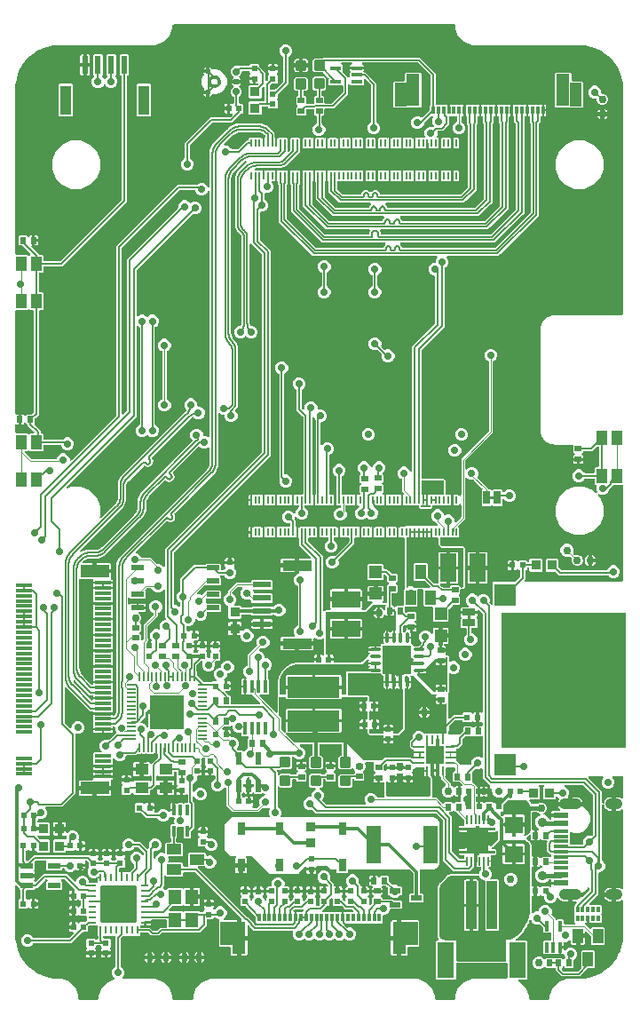
<source format=gbr>
G04 EAGLE Gerber RS-274X export*
G75*
%MOMM*%
%FSLAX34Y34*%
%LPD*%
%INTop Copper*%
%IPPOS*%
%AMOC8*
5,1,8,0,0,1.08239X$1,22.5*%
G01*
%ADD10R,11.811000X12.827000*%
%ADD11R,0.560000X0.629100*%
%ADD12R,0.629100X0.560000*%
%ADD13R,0.970200X0.920900*%
%ADD14R,2.700000X1.600000*%
%ADD15C,0.300000*%
%ADD16R,0.800000X1.150000*%
%ADD17C,0.762000*%
%ADD18R,1.450000X0.300000*%
%ADD19R,1.450000X0.600000*%
%ADD20R,1.450000X0.550000*%
%ADD21C,1.000000*%
%ADD22R,1.000000X4.600000*%
%ADD23R,1.600000X3.400000*%
%ADD24R,5.000000X2.000000*%
%ADD25R,1.400000X3.560000*%
%ADD26R,1.200000X1.200000*%
%ADD27R,2.000000X2.000000*%
%ADD28R,1.050000X0.500000*%
%ADD29R,0.644000X0.535100*%
%ADD30R,0.535100X0.644000*%
%ADD31R,1.800000X1.600000*%
%ADD32R,0.200000X0.700000*%
%ADD33C,0.254000*%
%ADD34R,1.270000X0.635000*%
%ADD35R,0.635000X1.270000*%
%ADD36R,1.000000X1.400000*%
%ADD37R,2.700000X2.700000*%
%ADD38C,0.350000*%
%ADD39C,0.908000*%
%ADD40R,1.016000X0.355600*%
%ADD41R,0.200000X0.850000*%
%ADD42R,1.950000X1.950000*%
%ADD43R,1.000000X0.250000*%
%ADD44R,0.850000X0.280000*%
%ADD45R,0.280000X0.850000*%
%ADD46R,1.700000X1.700000*%
%ADD47R,0.300000X0.800000*%
%ADD48R,1.300000X3.050000*%
%ADD49R,0.250000X0.800000*%
%ADD50R,0.800000X0.250000*%
%ADD51R,1.200000X1.400000*%
%ADD52R,0.406400X1.219200*%
%ADD53R,1.700000X0.600000*%
%ADD54R,2.800000X1.000000*%
%ADD55R,1.200000X0.550000*%
%ADD56R,0.812800X0.177800*%
%ADD57R,0.177800X0.812800*%
%ADD58R,3.200400X3.200400*%
%ADD59R,0.550000X1.200000*%
%ADD60R,1.300000X1.050000*%
%ADD61C,0.612000*%
%ADD62C,0.723000*%
%ADD63C,0.562000*%
%ADD64R,0.250000X0.250000*%
%ADD65R,1.050000X1.400000*%
%ADD66R,0.355600X1.016000*%
%ADD67R,0.300000X0.550000*%
%ADD68R,0.400000X0.550000*%
%ADD69R,0.600000X1.700000*%
%ADD70R,1.000000X2.800000*%
%ADD71R,1.400000X1.000000*%
%ADD72R,1.219200X0.482600*%
%ADD73R,0.900000X0.970200*%
%ADD74R,0.932600X0.970200*%
%ADD75R,0.970200X0.900000*%
%ADD76R,0.970200X0.932600*%
%ADD77R,1.550000X0.300000*%
%ADD78R,2.750000X1.200000*%
%ADD79R,1.600000X2.700000*%
%ADD80C,0.203200*%
%ADD81C,0.457200*%
%ADD82C,0.706400*%
%ADD83C,0.152400*%
%ADD84C,0.304800*%
%ADD85C,0.088900*%
%ADD86C,0.711200*%
%ADD87C,0.756400*%
%ADD88C,0.889000*%
%ADD89C,0.190500*%

G36*
X444489Y282969D02*
X444489Y282969D01*
X444576Y282972D01*
X444629Y282989D01*
X444684Y282997D01*
X444764Y283032D01*
X444847Y283059D01*
X444886Y283087D01*
X444943Y283113D01*
X445056Y283209D01*
X445120Y283254D01*
X447051Y285185D01*
X447104Y285255D01*
X447164Y285319D01*
X447189Y285368D01*
X447222Y285412D01*
X447253Y285494D01*
X447293Y285572D01*
X447301Y285620D01*
X447324Y285678D01*
X447336Y285826D01*
X447349Y285903D01*
X447349Y289814D01*
X448242Y290707D01*
X454856Y290707D01*
X456008Y289555D01*
X456100Y289486D01*
X456188Y289412D01*
X456213Y289400D01*
X456235Y289384D01*
X456343Y289343D01*
X456448Y289296D01*
X456475Y289292D01*
X456501Y289283D01*
X456615Y289273D01*
X456729Y289257D01*
X456757Y289261D01*
X456784Y289259D01*
X456897Y289282D01*
X457011Y289298D01*
X457036Y289309D01*
X457063Y289315D01*
X457165Y289368D01*
X457270Y289415D01*
X457291Y289433D01*
X457315Y289446D01*
X457399Y289525D01*
X457486Y289599D01*
X457499Y289621D01*
X457521Y289642D01*
X457656Y289871D01*
X457664Y289884D01*
X457731Y290046D01*
X458160Y290475D01*
X458720Y290707D01*
X460362Y290707D01*
X460362Y286284D01*
X460370Y286226D01*
X460369Y286168D01*
X460390Y286086D01*
X460402Y286002D01*
X460426Y285949D01*
X460440Y285893D01*
X460484Y285820D01*
X460518Y285743D01*
X460556Y285698D01*
X460586Y285648D01*
X460647Y285590D01*
X460702Y285526D01*
X460750Y285494D01*
X460793Y285454D01*
X460868Y285415D01*
X460938Y285368D01*
X460994Y285351D01*
X461046Y285324D01*
X461114Y285313D01*
X461209Y285283D01*
X461309Y285280D01*
X461377Y285269D01*
X462021Y285269D01*
X462079Y285277D01*
X462137Y285275D01*
X462219Y285297D01*
X462302Y285309D01*
X462356Y285332D01*
X462412Y285347D01*
X462485Y285390D01*
X462562Y285425D01*
X462606Y285463D01*
X462657Y285492D01*
X462714Y285554D01*
X462779Y285608D01*
X462811Y285657D01*
X462851Y285700D01*
X462890Y285775D01*
X462936Y285845D01*
X462954Y285901D01*
X462981Y285953D01*
X462992Y286021D01*
X463022Y286116D01*
X463025Y286216D01*
X463036Y286284D01*
X463036Y290707D01*
X464880Y290707D01*
X464929Y290714D01*
X465000Y290712D01*
X465024Y290718D01*
X465048Y290719D01*
X465118Y290740D01*
X465161Y290747D01*
X465201Y290764D01*
X465275Y290784D01*
X465296Y290796D01*
X465320Y290804D01*
X465385Y290847D01*
X465421Y290863D01*
X465450Y290888D01*
X465519Y290929D01*
X465536Y290947D01*
X465557Y290960D01*
X465610Y291023D01*
X465638Y291046D01*
X465657Y291076D01*
X465714Y291136D01*
X465725Y291158D01*
X465741Y291177D01*
X465776Y291254D01*
X465795Y291283D01*
X465805Y291315D01*
X465843Y291389D01*
X465847Y291411D01*
X465858Y291436D01*
X465870Y291520D01*
X465881Y291554D01*
X465882Y291603D01*
X465899Y291717D01*
X465899Y291719D01*
X465899Y291720D01*
X465899Y293629D01*
X465883Y293743D01*
X465873Y293857D01*
X465863Y293883D01*
X465859Y293911D01*
X465812Y294016D01*
X465771Y294123D01*
X465754Y294145D01*
X465743Y294170D01*
X465669Y294258D01*
X465599Y294349D01*
X465577Y294366D01*
X465559Y294387D01*
X465464Y294451D01*
X465371Y294520D01*
X465346Y294529D01*
X465322Y294545D01*
X465213Y294579D01*
X465105Y294620D01*
X465078Y294622D01*
X465051Y294630D01*
X464936Y294633D01*
X464822Y294643D01*
X464798Y294637D01*
X464767Y294638D01*
X464510Y294571D01*
X464495Y294567D01*
X464163Y294430D01*
X462459Y294430D01*
X462459Y298716D01*
X462451Y298774D01*
X462453Y298832D01*
X462431Y298914D01*
X462419Y298997D01*
X462396Y299051D01*
X462381Y299107D01*
X462381Y299108D01*
X462404Y299153D01*
X462415Y299221D01*
X462445Y299316D01*
X462448Y299416D01*
X462459Y299484D01*
X462459Y303770D01*
X464163Y303770D01*
X464495Y303633D01*
X464606Y303604D01*
X464716Y303570D01*
X464743Y303569D01*
X464770Y303562D01*
X464885Y303565D01*
X465000Y303562D01*
X465027Y303569D01*
X465054Y303570D01*
X465164Y303605D01*
X465275Y303634D01*
X465299Y303648D01*
X465325Y303657D01*
X465421Y303721D01*
X465519Y303779D01*
X465538Y303800D01*
X465561Y303815D01*
X465635Y303903D01*
X465714Y303987D01*
X465727Y304011D01*
X465744Y304033D01*
X465791Y304137D01*
X465843Y304240D01*
X465847Y304264D01*
X465860Y304292D01*
X465896Y304556D01*
X465899Y304571D01*
X465899Y397333D01*
X465887Y397420D01*
X465884Y397507D01*
X465867Y397560D01*
X465859Y397615D01*
X465823Y397695D01*
X465796Y397778D01*
X465768Y397817D01*
X465743Y397874D01*
X465647Y397987D01*
X465601Y398051D01*
X462540Y401113D01*
X462516Y401130D01*
X462497Y401153D01*
X462403Y401216D01*
X462313Y401284D01*
X462285Y401294D01*
X462261Y401310D01*
X462153Y401345D01*
X462047Y401385D01*
X462018Y401387D01*
X461990Y401396D01*
X461876Y401399D01*
X461764Y401408D01*
X461735Y401403D01*
X461706Y401403D01*
X461596Y401375D01*
X461485Y401353D01*
X461459Y401339D01*
X461431Y401332D01*
X461333Y401274D01*
X461233Y401222D01*
X461211Y401201D01*
X461186Y401186D01*
X461109Y401104D01*
X461027Y401026D01*
X461012Y401000D01*
X460997Y400985D01*
X456479Y400985D01*
X456449Y400981D01*
X456420Y400983D01*
X456309Y400961D01*
X456197Y400945D01*
X456170Y400933D01*
X456142Y400927D01*
X456041Y400875D01*
X455938Y400829D01*
X455915Y400810D01*
X455889Y400796D01*
X455807Y400718D01*
X455721Y400645D01*
X455704Y400621D01*
X455683Y400600D01*
X455626Y400503D01*
X455563Y400408D01*
X455554Y400380D01*
X455539Y400355D01*
X455512Y400245D01*
X455477Y400137D01*
X455477Y400108D01*
X455469Y400080D01*
X455473Y399966D01*
X455470Y399853D01*
X455477Y399825D01*
X455478Y399795D01*
X455513Y399688D01*
X455542Y399578D01*
X455557Y399553D01*
X455566Y399525D01*
X455611Y399461D01*
X455687Y399334D01*
X455727Y399297D01*
X455727Y398826D01*
X455735Y398769D01*
X455733Y398710D01*
X455755Y398628D01*
X455767Y398545D01*
X455790Y398492D01*
X455805Y398435D01*
X455848Y398363D01*
X455883Y398286D01*
X455921Y398241D01*
X455950Y398191D01*
X456012Y398133D01*
X456066Y398069D01*
X456115Y398036D01*
X456158Y397996D01*
X456233Y397958D01*
X456303Y397911D01*
X456359Y397893D01*
X456411Y397867D01*
X456479Y397855D01*
X456574Y397825D01*
X456674Y397823D01*
X456742Y397811D01*
X460807Y397811D01*
X460807Y395920D01*
X460575Y395359D01*
X460251Y395036D01*
X460216Y394989D01*
X460174Y394949D01*
X460131Y394876D01*
X460080Y394809D01*
X460059Y394754D01*
X460030Y394704D01*
X460009Y394622D01*
X459979Y394543D01*
X459974Y394485D01*
X459960Y394428D01*
X459963Y394344D01*
X459955Y394260D01*
X459967Y394202D01*
X459969Y394144D01*
X459995Y394064D01*
X460011Y393981D01*
X460038Y393929D01*
X460056Y393873D01*
X460096Y393817D01*
X460142Y393729D01*
X460211Y393656D01*
X460251Y393600D01*
X460807Y393045D01*
X460807Y385431D01*
X459914Y384538D01*
X456234Y384538D01*
X456176Y384530D01*
X456118Y384532D01*
X456036Y384510D01*
X455952Y384498D01*
X455899Y384475D01*
X455843Y384460D01*
X455770Y384417D01*
X455693Y384382D01*
X455648Y384344D01*
X455598Y384315D01*
X455540Y384253D01*
X455476Y384199D01*
X455444Y384150D01*
X455404Y384107D01*
X455365Y384032D01*
X455318Y383962D01*
X455301Y383906D01*
X455274Y383854D01*
X455263Y383786D01*
X455233Y383691D01*
X455230Y383591D01*
X455219Y383523D01*
X455219Y380426D01*
X455219Y380424D01*
X455219Y380423D01*
X455235Y380309D01*
X455235Y380306D01*
X455236Y380301D01*
X455239Y380282D01*
X455259Y380144D01*
X455259Y380143D01*
X455259Y380141D01*
X455303Y380044D01*
X455307Y380031D01*
X455318Y380012D01*
X455320Y380008D01*
X455375Y379885D01*
X455376Y379884D01*
X455377Y379882D01*
X455438Y379811D01*
X455452Y379786D01*
X455483Y379757D01*
X455558Y379668D01*
X455560Y379667D01*
X455561Y379666D01*
X455574Y379658D01*
X455626Y379623D01*
X455659Y379592D01*
X455719Y379561D01*
X455795Y379510D01*
X455824Y379501D01*
X455845Y379488D01*
X458114Y378549D01*
X459829Y376834D01*
X460757Y374593D01*
X460757Y372167D01*
X459829Y369926D01*
X458114Y368211D01*
X455873Y367283D01*
X453447Y367283D01*
X451206Y368211D01*
X449491Y369926D01*
X448563Y372167D01*
X448563Y374593D01*
X449491Y376834D01*
X450348Y377690D01*
X450360Y377706D01*
X450372Y377716D01*
X450401Y377761D01*
X450460Y377824D01*
X450486Y377873D01*
X450519Y377917D01*
X450550Y377999D01*
X450590Y378077D01*
X450598Y378124D01*
X450620Y378183D01*
X450632Y378331D01*
X450645Y378408D01*
X450645Y383523D01*
X450638Y383572D01*
X450639Y383584D01*
X450637Y383589D01*
X450639Y383639D01*
X450617Y383721D01*
X450605Y383805D01*
X450582Y383858D01*
X450567Y383914D01*
X450524Y383987D01*
X450489Y384064D01*
X450451Y384109D01*
X450422Y384159D01*
X450360Y384217D01*
X450306Y384281D01*
X450257Y384313D01*
X450214Y384353D01*
X450139Y384392D01*
X450069Y384439D01*
X450013Y384456D01*
X449961Y384483D01*
X449893Y384494D01*
X449798Y384524D01*
X449698Y384527D01*
X449630Y384538D01*
X445950Y384538D01*
X445057Y385431D01*
X445057Y393045D01*
X445613Y393600D01*
X445648Y393647D01*
X445690Y393687D01*
X445733Y393760D01*
X445784Y393827D01*
X445804Y393882D01*
X445834Y393932D01*
X445855Y394014D01*
X445885Y394093D01*
X445890Y394151D01*
X445904Y394208D01*
X445901Y394292D01*
X445908Y394376D01*
X445897Y394434D01*
X445895Y394492D01*
X445869Y394572D01*
X445853Y394655D01*
X445826Y394707D01*
X445808Y394763D01*
X445768Y394819D01*
X445722Y394907D01*
X445653Y394980D01*
X445613Y395036D01*
X445289Y395359D01*
X445057Y395920D01*
X445057Y397811D01*
X449122Y397811D01*
X449180Y397819D01*
X449238Y397818D01*
X449320Y397839D01*
X449404Y397851D01*
X449457Y397875D01*
X449513Y397890D01*
X449586Y397933D01*
X449663Y397967D01*
X449708Y398005D01*
X449758Y398035D01*
X449816Y398096D01*
X449880Y398151D01*
X449912Y398200D01*
X449952Y398242D01*
X449991Y398317D01*
X450038Y398388D01*
X450055Y398443D01*
X450082Y398495D01*
X450093Y398563D01*
X450123Y398659D01*
X450126Y398758D01*
X450137Y398826D01*
X450137Y399289D01*
X450143Y399294D01*
X450206Y399388D01*
X450274Y399479D01*
X450285Y399506D01*
X450301Y399531D01*
X450335Y399639D01*
X450375Y399744D01*
X450378Y399774D01*
X450387Y399802D01*
X450390Y399915D01*
X450399Y400028D01*
X450393Y400057D01*
X450394Y400086D01*
X450365Y400195D01*
X450343Y400306D01*
X450330Y400333D01*
X450322Y400361D01*
X450264Y400458D01*
X450212Y400559D01*
X450192Y400580D01*
X450177Y400605D01*
X450094Y400683D01*
X450016Y400765D01*
X449991Y400780D01*
X449970Y400800D01*
X449869Y400851D01*
X449771Y400909D01*
X449743Y400916D01*
X449716Y400929D01*
X449639Y400942D01*
X449496Y400979D01*
X449433Y400977D01*
X449385Y400985D01*
X445057Y400985D01*
X445057Y402876D01*
X445289Y403437D01*
X445718Y403866D01*
X446279Y404098D01*
X452019Y404098D01*
X452048Y404102D01*
X452077Y404099D01*
X452188Y404122D01*
X452301Y404138D01*
X452327Y404150D01*
X452356Y404155D01*
X452457Y404208D01*
X452560Y404254D01*
X452582Y404273D01*
X452608Y404286D01*
X452691Y404364D01*
X452777Y404437D01*
X452793Y404462D01*
X452815Y404482D01*
X452872Y404580D01*
X452935Y404674D01*
X452944Y404702D01*
X452958Y404727D01*
X452986Y404837D01*
X453020Y404945D01*
X453021Y404975D01*
X453028Y405003D01*
X453025Y405116D01*
X453028Y405229D01*
X453020Y405258D01*
X453019Y405287D01*
X452984Y405395D01*
X452956Y405504D01*
X452941Y405530D01*
X452932Y405558D01*
X452886Y405621D01*
X452811Y405749D01*
X452765Y405792D01*
X452737Y405831D01*
X450909Y407659D01*
X449984Y409891D01*
X449984Y412307D01*
X450909Y414539D01*
X452617Y416247D01*
X454849Y417172D01*
X457265Y417172D01*
X459497Y416247D01*
X460903Y414841D01*
X460950Y414806D01*
X460990Y414763D01*
X461063Y414721D01*
X461130Y414670D01*
X461185Y414649D01*
X461235Y414620D01*
X461317Y414599D01*
X461396Y414569D01*
X461454Y414564D01*
X461511Y414550D01*
X461595Y414552D01*
X461679Y414545D01*
X461737Y414557D01*
X461795Y414559D01*
X461875Y414585D01*
X461958Y414601D01*
X462010Y414628D01*
X462066Y414646D01*
X462122Y414686D01*
X462210Y414732D01*
X462283Y414801D01*
X462339Y414841D01*
X463237Y415739D01*
X465469Y416664D01*
X467885Y416664D01*
X470117Y415739D01*
X471825Y414031D01*
X472750Y411799D01*
X472750Y409383D01*
X472611Y409047D01*
X472610Y409046D01*
X472609Y409044D01*
X472575Y408909D01*
X472540Y408772D01*
X472540Y408770D01*
X472539Y408769D01*
X472544Y408628D01*
X472548Y408488D01*
X472548Y408486D01*
X472548Y408485D01*
X472592Y408350D01*
X472634Y408217D01*
X472635Y408216D01*
X472636Y408214D01*
X472644Y408202D01*
X472793Y407981D01*
X472816Y407961D01*
X472831Y407941D01*
X473754Y407017D01*
X473778Y407000D01*
X473797Y406977D01*
X473891Y406914D01*
X473981Y406846D01*
X474009Y406836D01*
X474033Y406820D01*
X474141Y406785D01*
X474247Y406745D01*
X474276Y406743D01*
X474304Y406734D01*
X474418Y406731D01*
X474530Y406722D01*
X474559Y406727D01*
X474588Y406727D01*
X474698Y406755D01*
X474809Y406777D01*
X474835Y406791D01*
X474863Y406798D01*
X474961Y406856D01*
X475061Y406908D01*
X475083Y406929D01*
X475108Y406944D01*
X475185Y407026D01*
X475267Y407104D01*
X475282Y407130D01*
X475302Y407151D01*
X475354Y407252D01*
X475411Y407349D01*
X475418Y407378D01*
X475432Y407404D01*
X475445Y407481D01*
X475481Y407625D01*
X475479Y407687D01*
X475487Y407735D01*
X475487Y428306D01*
X475934Y428753D01*
X496669Y428753D01*
X496756Y428765D01*
X496843Y428768D01*
X496896Y428785D01*
X496951Y428793D01*
X497030Y428828D01*
X497114Y428855D01*
X497153Y428883D01*
X497210Y428909D01*
X497323Y429005D01*
X497387Y429050D01*
X501212Y432875D01*
X501264Y432945D01*
X501324Y433009D01*
X501350Y433058D01*
X501383Y433102D01*
X501414Y433184D01*
X501454Y433262D01*
X501462Y433309D01*
X501484Y433368D01*
X501496Y433516D01*
X501509Y433593D01*
X501509Y438683D01*
X501501Y438740D01*
X501503Y438799D01*
X501481Y438880D01*
X501469Y438964D01*
X501446Y439017D01*
X501431Y439074D01*
X501388Y439146D01*
X501353Y439223D01*
X501315Y439268D01*
X501286Y439318D01*
X501224Y439376D01*
X501170Y439440D01*
X501121Y439473D01*
X501078Y439513D01*
X501003Y439551D01*
X500933Y439598D01*
X500877Y439616D01*
X500825Y439642D01*
X500757Y439654D01*
X500662Y439684D01*
X500632Y439685D01*
X499922Y440394D01*
X499875Y440429D01*
X499835Y440472D01*
X499762Y440515D01*
X499695Y440565D01*
X499640Y440586D01*
X499590Y440616D01*
X499508Y440636D01*
X499429Y440666D01*
X499371Y440671D01*
X499314Y440686D01*
X499230Y440683D01*
X499146Y440690D01*
X499088Y440678D01*
X499030Y440677D01*
X498950Y440651D01*
X498867Y440634D01*
X498815Y440607D01*
X498759Y440589D01*
X498703Y440549D01*
X498615Y440503D01*
X498542Y440434D01*
X498486Y440394D01*
X498022Y439930D01*
X497461Y439698D01*
X495757Y439698D01*
X495757Y443984D01*
X495749Y444042D01*
X495751Y444100D01*
X495729Y444182D01*
X495717Y444265D01*
X495694Y444319D01*
X495679Y444375D01*
X495679Y444376D01*
X495702Y444421D01*
X495713Y444489D01*
X495743Y444584D01*
X495746Y444684D01*
X495757Y444752D01*
X495757Y449038D01*
X497461Y449038D01*
X498022Y448806D01*
X498486Y448342D01*
X498533Y448307D01*
X498573Y448264D01*
X498646Y448221D01*
X498713Y448171D01*
X498768Y448150D01*
X498818Y448120D01*
X498900Y448100D01*
X498979Y448070D01*
X499037Y448065D01*
X499094Y448050D01*
X499178Y448053D01*
X499262Y448046D01*
X499320Y448058D01*
X499378Y448059D01*
X499458Y448085D01*
X499541Y448102D01*
X499593Y448129D01*
X499649Y448147D01*
X499705Y448187D01*
X499793Y448233D01*
X499866Y448302D01*
X499922Y448342D01*
X500618Y449038D01*
X507482Y449038D01*
X508375Y448145D01*
X508375Y448056D01*
X508383Y447998D01*
X508381Y447940D01*
X508403Y447858D01*
X508415Y447774D01*
X508438Y447721D01*
X508453Y447665D01*
X508496Y447592D01*
X508531Y447515D01*
X508569Y447470D01*
X508598Y447420D01*
X508660Y447362D01*
X508714Y447298D01*
X508763Y447266D01*
X508806Y447226D01*
X508881Y447187D01*
X508951Y447140D01*
X509007Y447123D01*
X509059Y447096D01*
X509127Y447085D01*
X509222Y447055D01*
X509322Y447052D01*
X509390Y447041D01*
X509619Y447041D01*
X509677Y447049D01*
X509735Y447047D01*
X509817Y447069D01*
X509901Y447081D01*
X509954Y447104D01*
X510010Y447119D01*
X510083Y447162D01*
X510160Y447197D01*
X510205Y447235D01*
X510255Y447264D01*
X510313Y447326D01*
X510377Y447380D01*
X510409Y447429D01*
X510449Y447472D01*
X510488Y447547D01*
X510535Y447617D01*
X510552Y447673D01*
X510579Y447725D01*
X510590Y447793D01*
X510620Y447888D01*
X510623Y447988D01*
X510634Y448056D01*
X510634Y449983D01*
X511527Y450876D01*
X522117Y450876D01*
X523010Y449983D01*
X523010Y439017D01*
X522117Y438124D01*
X511527Y438124D01*
X510634Y439017D01*
X510634Y440944D01*
X510626Y441002D01*
X510628Y441060D01*
X510606Y441142D01*
X510594Y441226D01*
X510571Y441279D01*
X510556Y441335D01*
X510513Y441408D01*
X510478Y441485D01*
X510440Y441530D01*
X510411Y441580D01*
X510349Y441638D01*
X510295Y441702D01*
X510246Y441734D01*
X510203Y441774D01*
X510128Y441813D01*
X510058Y441860D01*
X510002Y441877D01*
X509950Y441904D01*
X509882Y441915D01*
X509787Y441945D01*
X509687Y441948D01*
X509619Y441959D01*
X509390Y441959D01*
X509332Y441951D01*
X509274Y441953D01*
X509192Y441931D01*
X509108Y441919D01*
X509055Y441896D01*
X508999Y441881D01*
X508926Y441838D01*
X508849Y441803D01*
X508804Y441765D01*
X508754Y441736D01*
X508696Y441674D01*
X508632Y441620D01*
X508600Y441571D01*
X508560Y441528D01*
X508521Y441453D01*
X508474Y441383D01*
X508457Y441327D01*
X508430Y441275D01*
X508419Y441207D01*
X508389Y441112D01*
X508386Y441012D01*
X508375Y440944D01*
X508375Y440591D01*
X507470Y439686D01*
X507408Y439670D01*
X507324Y439658D01*
X507271Y439634D01*
X507215Y439619D01*
X507142Y439576D01*
X507065Y439542D01*
X507020Y439504D01*
X506970Y439474D01*
X506912Y439412D01*
X506848Y439358D01*
X506816Y439309D01*
X506776Y439267D01*
X506737Y439192D01*
X506690Y439121D01*
X506673Y439066D01*
X506646Y439014D01*
X506635Y438946D01*
X506605Y438850D01*
X506602Y438751D01*
X506591Y438683D01*
X506591Y431068D01*
X506009Y430486D01*
X505991Y430462D01*
X505969Y430443D01*
X505906Y430349D01*
X505838Y430259D01*
X505828Y430231D01*
X505811Y430207D01*
X505777Y430099D01*
X505737Y429993D01*
X505734Y429964D01*
X505726Y429936D01*
X505723Y429822D01*
X505713Y429710D01*
X505719Y429681D01*
X505718Y429652D01*
X505747Y429542D01*
X505769Y429431D01*
X505783Y429405D01*
X505790Y429377D01*
X505848Y429279D01*
X505900Y429179D01*
X505920Y429157D01*
X505935Y429132D01*
X506018Y429055D01*
X506096Y428973D01*
X506121Y428958D01*
X506143Y428938D01*
X506244Y428886D01*
X506341Y428829D01*
X506370Y428822D01*
X506396Y428808D01*
X506473Y428795D01*
X506617Y428759D01*
X506679Y428761D01*
X506727Y428753D01*
X598824Y428753D01*
X598882Y428761D01*
X598940Y428759D01*
X599022Y428781D01*
X599106Y428793D01*
X599159Y428816D01*
X599215Y428831D01*
X599288Y428874D01*
X599365Y428909D01*
X599410Y428947D01*
X599460Y428976D01*
X599518Y429038D01*
X599582Y429092D01*
X599614Y429141D01*
X599654Y429184D01*
X599693Y429259D01*
X599740Y429329D01*
X599757Y429385D01*
X599784Y429437D01*
X599795Y429505D01*
X599825Y429600D01*
X599828Y429700D01*
X599839Y429768D01*
X599839Y520084D01*
X599831Y520142D01*
X599833Y520200D01*
X599811Y520282D01*
X599799Y520366D01*
X599776Y520419D01*
X599761Y520475D01*
X599718Y520548D01*
X599683Y520625D01*
X599645Y520670D01*
X599616Y520720D01*
X599554Y520778D01*
X599500Y520842D01*
X599451Y520874D01*
X599408Y520914D01*
X599333Y520953D01*
X599263Y521000D01*
X599207Y521017D01*
X599155Y521044D01*
X599087Y521055D01*
X598992Y521085D01*
X598892Y521088D01*
X598824Y521099D01*
X591598Y521099D01*
X591540Y521091D01*
X591482Y521093D01*
X591400Y521071D01*
X591316Y521059D01*
X591263Y521036D01*
X591207Y521021D01*
X591134Y520978D01*
X591057Y520943D01*
X591012Y520905D01*
X590962Y520876D01*
X590904Y520814D01*
X590840Y520760D01*
X590808Y520711D01*
X590768Y520668D01*
X590760Y520653D01*
X588946Y518839D01*
X586784Y516677D01*
X586732Y516608D01*
X586672Y516544D01*
X586646Y516494D01*
X586613Y516450D01*
X586582Y516368D01*
X586542Y516290D01*
X586534Y516243D01*
X586512Y516184D01*
X586507Y516127D01*
X585559Y513836D01*
X583844Y512121D01*
X581603Y511193D01*
X579177Y511193D01*
X577399Y511930D01*
X577316Y511951D01*
X577236Y511982D01*
X577179Y511987D01*
X577124Y512001D01*
X577038Y511998D01*
X576952Y512005D01*
X576897Y511994D01*
X576840Y511993D01*
X576758Y511966D01*
X576674Y511950D01*
X576623Y511923D01*
X576569Y511906D01*
X576497Y511858D01*
X576421Y511819D01*
X576380Y511779D01*
X576333Y511748D01*
X576278Y511682D01*
X576215Y511623D01*
X576186Y511574D01*
X576150Y511530D01*
X576115Y511452D01*
X576071Y511377D01*
X576057Y511322D01*
X576034Y511270D01*
X576023Y511185D01*
X576001Y511102D01*
X576003Y511045D01*
X575995Y510989D01*
X576008Y510904D01*
X576010Y510818D01*
X576028Y510764D01*
X576036Y510707D01*
X576071Y510629D01*
X576098Y510547D01*
X576127Y510507D01*
X576153Y510448D01*
X576247Y510338D01*
X576293Y510274D01*
X577539Y509028D01*
X581027Y500607D01*
X581027Y491493D01*
X577539Y483072D01*
X571094Y476627D01*
X562673Y473139D01*
X553559Y473139D01*
X545138Y476627D01*
X538693Y483072D01*
X535205Y491493D01*
X535205Y500607D01*
X538693Y509028D01*
X545138Y515473D01*
X553559Y518961D01*
X562673Y518961D01*
X571094Y515473D01*
X573374Y513193D01*
X573442Y513141D01*
X573505Y513082D01*
X573556Y513056D01*
X573601Y513022D01*
X573681Y512991D01*
X573758Y512952D01*
X573814Y512941D01*
X573867Y512921D01*
X573952Y512914D01*
X574037Y512897D01*
X574093Y512902D01*
X574150Y512897D01*
X574234Y512914D01*
X574320Y512921D01*
X574373Y512942D01*
X574429Y512953D01*
X574505Y512993D01*
X574585Y513023D01*
X574631Y513058D01*
X574681Y513084D01*
X574743Y513143D01*
X574812Y513195D01*
X574846Y513241D01*
X574887Y513280D01*
X574931Y513354D01*
X574982Y513423D01*
X575002Y513476D01*
X575031Y513525D01*
X575052Y513608D01*
X575083Y513689D01*
X575087Y513745D01*
X575101Y513801D01*
X575098Y513886D01*
X575105Y513972D01*
X575094Y514020D01*
X575092Y514085D01*
X575047Y514223D01*
X575030Y514299D01*
X574293Y516077D01*
X574293Y518503D01*
X574787Y519695D01*
X574816Y519807D01*
X574851Y519916D01*
X574851Y519944D01*
X574858Y519971D01*
X574855Y520085D01*
X574858Y520200D01*
X574851Y520227D01*
X574850Y520255D01*
X574815Y520364D01*
X574786Y520475D01*
X574772Y520499D01*
X574763Y520526D01*
X574699Y520621D01*
X574641Y520720D01*
X574621Y520739D01*
X574605Y520762D01*
X574517Y520836D01*
X574434Y520914D01*
X574409Y520927D01*
X574388Y520945D01*
X574283Y520991D01*
X574180Y521044D01*
X574156Y521048D01*
X574128Y521060D01*
X573864Y521097D01*
X573849Y521099D01*
X573735Y521099D01*
X572842Y521992D01*
X572842Y526068D01*
X572834Y526126D01*
X572836Y526184D01*
X572814Y526266D01*
X572802Y526350D01*
X572779Y526403D01*
X572764Y526459D01*
X572721Y526532D01*
X572686Y526609D01*
X572648Y526654D01*
X572619Y526704D01*
X572557Y526762D01*
X572503Y526826D01*
X572454Y526858D01*
X572411Y526898D01*
X572336Y526937D01*
X572266Y526984D01*
X572210Y527001D01*
X572158Y527028D01*
X572090Y527039D01*
X571995Y527069D01*
X571895Y527072D01*
X571827Y527083D01*
X563743Y527083D01*
X563742Y527083D01*
X563740Y527083D01*
X563600Y527063D01*
X563462Y527043D01*
X563460Y527043D01*
X563459Y527043D01*
X563333Y526986D01*
X563202Y526927D01*
X563201Y526926D01*
X563200Y526925D01*
X563092Y526834D01*
X562985Y526744D01*
X562984Y526742D01*
X562983Y526741D01*
X562975Y526728D01*
X562828Y526507D01*
X562818Y526478D01*
X562805Y526457D01*
X562678Y526150D01*
X560970Y524442D01*
X558738Y523517D01*
X556322Y523517D01*
X554090Y524442D01*
X552382Y526150D01*
X551457Y528382D01*
X551457Y530798D01*
X552382Y533030D01*
X554090Y534738D01*
X556322Y535663D01*
X558738Y535663D01*
X560970Y534738D01*
X562678Y533030D01*
X562777Y532791D01*
X562778Y532790D01*
X562778Y532789D01*
X562847Y532673D01*
X562921Y532547D01*
X562923Y532545D01*
X562923Y532544D01*
X563025Y532449D01*
X563128Y532351D01*
X563130Y532351D01*
X563131Y532350D01*
X563257Y532285D01*
X563381Y532221D01*
X563382Y532221D01*
X563384Y532220D01*
X563399Y532218D01*
X563660Y532166D01*
X563690Y532169D01*
X563715Y532165D01*
X571827Y532165D01*
X571885Y532173D01*
X571943Y532171D01*
X572025Y532193D01*
X572109Y532205D01*
X572162Y532228D01*
X572218Y532243D01*
X572291Y532286D01*
X572368Y532321D01*
X572413Y532359D01*
X572463Y532388D01*
X572521Y532450D01*
X572585Y532504D01*
X572617Y532553D01*
X572657Y532596D01*
X572696Y532671D01*
X572743Y532741D01*
X572760Y532797D01*
X572787Y532849D01*
X572798Y532917D01*
X572828Y533012D01*
X572831Y533112D01*
X572842Y533180D01*
X572842Y537256D01*
X573735Y538149D01*
X576061Y538149D01*
X576119Y538157D01*
X576177Y538155D01*
X576259Y538177D01*
X576343Y538189D01*
X576396Y538212D01*
X576452Y538227D01*
X576525Y538270D01*
X576602Y538305D01*
X576647Y538343D01*
X576697Y538372D01*
X576755Y538434D01*
X576819Y538488D01*
X576851Y538537D01*
X576891Y538580D01*
X576930Y538655D01*
X576977Y538725D01*
X576994Y538781D01*
X577021Y538833D01*
X577032Y538901D01*
X577062Y538996D01*
X577065Y539096D01*
X577076Y539164D01*
X577076Y556084D01*
X577069Y556138D01*
X577070Y556177D01*
X577069Y556179D01*
X577070Y556200D01*
X577048Y556282D01*
X577036Y556366D01*
X577013Y556419D01*
X576998Y556475D01*
X576955Y556548D01*
X576920Y556625D01*
X576882Y556670D01*
X576853Y556720D01*
X576791Y556778D01*
X576737Y556842D01*
X576688Y556874D01*
X576645Y556914D01*
X576570Y556953D01*
X576500Y557000D01*
X576444Y557017D01*
X576392Y557044D01*
X576324Y557055D01*
X576229Y557085D01*
X576129Y557088D01*
X576061Y557099D01*
X575106Y557099D01*
X575019Y557087D01*
X574932Y557084D01*
X574879Y557067D01*
X574824Y557059D01*
X574745Y557024D01*
X574661Y556997D01*
X574622Y556969D01*
X574565Y556943D01*
X574452Y556847D01*
X574388Y556802D01*
X570420Y552834D01*
X562910Y552834D01*
X562852Y552826D01*
X562794Y552828D01*
X562712Y552806D01*
X562628Y552794D01*
X562575Y552771D01*
X562519Y552756D01*
X562446Y552713D01*
X562369Y552678D01*
X562324Y552640D01*
X562274Y552611D01*
X562216Y552549D01*
X562152Y552495D01*
X562120Y552446D01*
X562080Y552403D01*
X562041Y552328D01*
X561994Y552258D01*
X561977Y552202D01*
X561950Y552150D01*
X561945Y552118D01*
X560743Y550916D01*
X560674Y550824D01*
X560600Y550736D01*
X560588Y550711D01*
X560572Y550689D01*
X560531Y550581D01*
X560484Y550476D01*
X560480Y550449D01*
X560471Y550423D01*
X560461Y550308D01*
X560445Y550195D01*
X560449Y550167D01*
X560447Y550140D01*
X560470Y550027D01*
X560486Y549913D01*
X560497Y549888D01*
X560503Y549861D01*
X560556Y549759D01*
X560603Y549654D01*
X560621Y549633D01*
X560634Y549609D01*
X560713Y549525D01*
X560787Y549438D01*
X560809Y549425D01*
X560830Y549403D01*
X561059Y549268D01*
X561072Y549260D01*
X561234Y549193D01*
X561663Y548764D01*
X561895Y548204D01*
X561895Y546562D01*
X557472Y546562D01*
X557414Y546554D01*
X557356Y546555D01*
X557274Y546534D01*
X557190Y546522D01*
X557156Y546507D01*
X557091Y546518D01*
X556996Y546548D01*
X556896Y546551D01*
X556828Y546562D01*
X552405Y546562D01*
X552405Y548204D01*
X552637Y548764D01*
X553066Y549193D01*
X553228Y549260D01*
X553327Y549318D01*
X553429Y549371D01*
X553449Y549390D01*
X553473Y549405D01*
X553552Y549488D01*
X553635Y549567D01*
X553649Y549591D01*
X553668Y549611D01*
X553721Y549714D01*
X553779Y549812D01*
X553785Y549839D01*
X553798Y549864D01*
X553820Y549977D01*
X553849Y550088D01*
X553848Y550116D01*
X553853Y550143D01*
X553843Y550257D01*
X553840Y550372D01*
X553831Y550398D01*
X553829Y550426D01*
X553788Y550533D01*
X553752Y550643D01*
X553738Y550663D01*
X553727Y550691D01*
X553566Y550903D01*
X553557Y550916D01*
X552405Y552068D01*
X552405Y558292D01*
X552397Y558350D01*
X552399Y558408D01*
X552377Y558490D01*
X552365Y558574D01*
X552342Y558627D01*
X552327Y558683D01*
X552284Y558756D01*
X552249Y558833D01*
X552211Y558878D01*
X552182Y558928D01*
X552120Y558986D01*
X552066Y559050D01*
X552017Y559082D01*
X551974Y559122D01*
X551899Y559161D01*
X551829Y559208D01*
X551773Y559225D01*
X551721Y559252D01*
X551653Y559263D01*
X551558Y559293D01*
X551458Y559296D01*
X551390Y559307D01*
X535317Y559307D01*
X535274Y559301D01*
X535231Y559304D01*
X535134Y559281D01*
X535057Y559270D01*
X534681Y559303D01*
X534631Y559301D01*
X534592Y559307D01*
X534195Y559307D01*
X534096Y559345D01*
X534016Y559352D01*
X533959Y559367D01*
X532959Y559454D01*
X532957Y559454D01*
X532820Y559447D01*
X532675Y559440D01*
X532674Y559439D01*
X532673Y559439D01*
X532638Y559427D01*
X532418Y559486D01*
X532312Y559499D01*
X532243Y559517D01*
X532024Y559536D01*
X531774Y559657D01*
X531746Y559662D01*
X531726Y559671D01*
X530670Y559954D01*
X530526Y559972D01*
X530390Y559989D01*
X530389Y559988D01*
X530388Y559988D01*
X530352Y559983D01*
X530145Y560079D01*
X530044Y560110D01*
X529979Y560139D01*
X529766Y560196D01*
X529540Y560359D01*
X529514Y560369D01*
X529496Y560382D01*
X528508Y560842D01*
X528506Y560843D01*
X528378Y560882D01*
X528236Y560926D01*
X528235Y560926D01*
X528234Y560926D01*
X528197Y560927D01*
X528010Y561057D01*
X527916Y561105D01*
X527857Y561146D01*
X527657Y561239D01*
X527463Y561439D01*
X527439Y561452D01*
X527423Y561468D01*
X526528Y562095D01*
X526401Y562159D01*
X526277Y562223D01*
X526276Y562223D01*
X526275Y562224D01*
X526238Y562231D01*
X526077Y562392D01*
X525993Y562456D01*
X525942Y562506D01*
X525761Y562632D01*
X525605Y562862D01*
X525584Y562880D01*
X525571Y562898D01*
X524800Y563669D01*
X524798Y563671D01*
X524694Y563749D01*
X524573Y563841D01*
X524572Y563841D01*
X524571Y563842D01*
X524536Y563855D01*
X524406Y564042D01*
X524333Y564119D01*
X524292Y564177D01*
X524136Y564333D01*
X524022Y564587D01*
X524005Y564608D01*
X523995Y564628D01*
X523368Y565523D01*
X523269Y565629D01*
X523176Y565730D01*
X523175Y565730D01*
X523174Y565731D01*
X523142Y565750D01*
X523046Y565957D01*
X522988Y566045D01*
X522957Y566110D01*
X522831Y566290D01*
X522763Y566560D01*
X522749Y566584D01*
X522743Y566606D01*
X522282Y567596D01*
X522204Y567715D01*
X522128Y567832D01*
X522127Y567833D01*
X522127Y567834D01*
X522098Y567859D01*
X522039Y568079D01*
X521998Y568176D01*
X521979Y568245D01*
X521886Y568444D01*
X521866Y568722D01*
X521856Y568748D01*
X521854Y568770D01*
X521571Y569826D01*
X521516Y569956D01*
X521461Y570086D01*
X521460Y570086D01*
X521460Y570087D01*
X521436Y570116D01*
X521417Y570343D01*
X521408Y570379D01*
X521409Y570390D01*
X521392Y570454D01*
X521386Y570518D01*
X521329Y570730D01*
X521357Y571007D01*
X521352Y571034D01*
X521354Y571057D01*
X521267Y572059D01*
X521257Y572101D01*
X521255Y572145D01*
X521225Y572239D01*
X521207Y572315D01*
X521207Y572692D01*
X521200Y572742D01*
X521203Y572781D01*
X521169Y573177D01*
X521198Y573279D01*
X521198Y573359D01*
X521207Y573417D01*
X521207Y668643D01*
X521201Y668686D01*
X521204Y668729D01*
X521181Y668826D01*
X521170Y668903D01*
X521203Y669279D01*
X521201Y669329D01*
X521207Y669368D01*
X521207Y669765D01*
X521245Y669864D01*
X521252Y669944D01*
X521267Y670001D01*
X521354Y671003D01*
X521347Y671139D01*
X521340Y671285D01*
X521339Y671286D01*
X521339Y671287D01*
X521327Y671322D01*
X521386Y671542D01*
X521392Y671589D01*
X521405Y671631D01*
X521406Y671676D01*
X521417Y671717D01*
X521436Y671936D01*
X521557Y672186D01*
X521562Y672214D01*
X521571Y672234D01*
X521854Y673290D01*
X521871Y673427D01*
X521889Y673570D01*
X521888Y673571D01*
X521888Y673572D01*
X521883Y673608D01*
X521979Y673815D01*
X522010Y673916D01*
X522039Y673981D01*
X522096Y674194D01*
X522259Y674420D01*
X522269Y674446D01*
X522282Y674464D01*
X522743Y675454D01*
X522783Y675584D01*
X522826Y675724D01*
X522826Y675725D01*
X522826Y675726D01*
X522827Y675763D01*
X522957Y675950D01*
X523005Y676044D01*
X523046Y676103D01*
X523139Y676303D01*
X523339Y676497D01*
X523352Y676521D01*
X523368Y676537D01*
X523995Y677432D01*
X524059Y677559D01*
X524123Y677683D01*
X524123Y677684D01*
X524124Y677685D01*
X524131Y677722D01*
X524292Y677883D01*
X524356Y677967D01*
X524406Y678018D01*
X524532Y678199D01*
X524762Y678355D01*
X524780Y678376D01*
X524798Y678389D01*
X525569Y679160D01*
X525571Y679162D01*
X525649Y679266D01*
X525741Y679387D01*
X525741Y679388D01*
X525742Y679389D01*
X525755Y679424D01*
X525942Y679554D01*
X526019Y679627D01*
X526077Y679668D01*
X526233Y679824D01*
X526487Y679938D01*
X526508Y679955D01*
X526528Y679965D01*
X527423Y680592D01*
X527529Y680690D01*
X527630Y680784D01*
X527630Y680785D01*
X527631Y680786D01*
X527650Y680818D01*
X527857Y680914D01*
X527945Y680972D01*
X528010Y681003D01*
X528190Y681129D01*
X528460Y681197D01*
X528484Y681211D01*
X528506Y681217D01*
X529496Y681678D01*
X529612Y681754D01*
X529732Y681832D01*
X529733Y681833D01*
X529734Y681833D01*
X529759Y681862D01*
X529979Y681921D01*
X530076Y681962D01*
X530145Y681981D01*
X530344Y682074D01*
X530622Y682094D01*
X530648Y682104D01*
X530670Y682106D01*
X531724Y682388D01*
X531726Y682389D01*
X531856Y682444D01*
X531986Y682499D01*
X531986Y682500D01*
X531987Y682500D01*
X532016Y682524D01*
X532243Y682543D01*
X532346Y682567D01*
X532418Y682574D01*
X532630Y682631D01*
X532907Y682603D01*
X532934Y682608D01*
X532957Y682606D01*
X533959Y682693D01*
X534001Y682703D01*
X534045Y682705D01*
X534139Y682735D01*
X534215Y682753D01*
X534592Y682753D01*
X534642Y682760D01*
X534681Y682757D01*
X535077Y682791D01*
X535179Y682762D01*
X535259Y682762D01*
X535317Y682753D01*
X598824Y682753D01*
X598882Y682761D01*
X598940Y682759D01*
X599022Y682781D01*
X599106Y682793D01*
X599159Y682816D01*
X599215Y682831D01*
X599288Y682874D01*
X599365Y682909D01*
X599410Y682947D01*
X599460Y682976D01*
X599518Y683038D01*
X599582Y683092D01*
X599614Y683141D01*
X599654Y683184D01*
X599693Y683259D01*
X599740Y683329D01*
X599757Y683385D01*
X599784Y683437D01*
X599795Y683505D01*
X599825Y683600D01*
X599828Y683700D01*
X599839Y683768D01*
X599839Y899200D01*
X599835Y899231D01*
X599838Y899257D01*
X599589Y903693D01*
X599569Y903793D01*
X599565Y903862D01*
X597590Y912513D01*
X597537Y912652D01*
X597515Y912727D01*
X593665Y920722D01*
X593582Y920846D01*
X593544Y920914D01*
X588012Y927851D01*
X587904Y927954D01*
X587851Y928012D01*
X580914Y933544D01*
X580786Y933620D01*
X580722Y933665D01*
X572727Y937515D01*
X572585Y937560D01*
X572513Y937590D01*
X563862Y939565D01*
X563761Y939573D01*
X563693Y939589D01*
X559257Y939838D01*
X559225Y939835D01*
X559200Y939839D01*
X455990Y939839D01*
X448580Y942909D01*
X442909Y948580D01*
X439839Y955990D01*
X439839Y958824D01*
X439831Y958882D01*
X439833Y958940D01*
X439811Y959022D01*
X439799Y959106D01*
X439776Y959159D01*
X439761Y959215D01*
X439718Y959288D01*
X439683Y959365D01*
X439645Y959410D01*
X439616Y959460D01*
X439554Y959518D01*
X439500Y959582D01*
X439451Y959614D01*
X439408Y959654D01*
X439333Y959693D01*
X439263Y959740D01*
X439207Y959757D01*
X439155Y959784D01*
X439087Y959795D01*
X438992Y959825D01*
X438892Y959828D01*
X438824Y959839D01*
X171176Y959839D01*
X171118Y959831D01*
X171060Y959833D01*
X170978Y959811D01*
X170894Y959799D01*
X170841Y959776D01*
X170785Y959761D01*
X170712Y959718D01*
X170635Y959683D01*
X170590Y959645D01*
X170540Y959616D01*
X170482Y959554D01*
X170418Y959500D01*
X170386Y959451D01*
X170346Y959408D01*
X170307Y959333D01*
X170260Y959263D01*
X170243Y959207D01*
X170216Y959155D01*
X170205Y959087D01*
X170175Y958992D01*
X170172Y958892D01*
X170161Y958824D01*
X170161Y955990D01*
X167091Y948580D01*
X161420Y942909D01*
X154010Y939839D01*
X60800Y939839D01*
X60769Y939835D01*
X60743Y939838D01*
X56307Y939589D01*
X56207Y939569D01*
X56138Y939565D01*
X47487Y937590D01*
X47348Y937537D01*
X47273Y937515D01*
X39278Y933665D01*
X39166Y933590D01*
X39137Y933577D01*
X39122Y933564D01*
X39086Y933544D01*
X32149Y928012D01*
X32046Y927904D01*
X31988Y927851D01*
X26456Y920914D01*
X26380Y920786D01*
X26335Y920722D01*
X25967Y919959D01*
X25967Y919958D01*
X24500Y916913D01*
X23523Y914882D01*
X22545Y912852D01*
X22485Y912727D01*
X22440Y912585D01*
X22410Y912513D01*
X20435Y903862D01*
X20433Y903833D01*
X20424Y903804D01*
X20422Y903741D01*
X20411Y903693D01*
X20162Y899257D01*
X20165Y899225D01*
X20161Y899200D01*
X20161Y741280D01*
X20169Y741222D01*
X20167Y741164D01*
X20189Y741082D01*
X20201Y740998D01*
X20224Y740945D01*
X20239Y740889D01*
X20282Y740816D01*
X20317Y740739D01*
X20355Y740694D01*
X20384Y740644D01*
X20446Y740586D01*
X20500Y740522D01*
X20549Y740490D01*
X20592Y740450D01*
X20667Y740411D01*
X20737Y740364D01*
X20793Y740347D01*
X20845Y740320D01*
X20913Y740309D01*
X21008Y740279D01*
X21108Y740276D01*
X21176Y740265D01*
X31652Y740265D01*
X32302Y739614D01*
X32349Y739579D01*
X32389Y739537D01*
X32462Y739494D01*
X32529Y739443D01*
X32584Y739423D01*
X32634Y739393D01*
X32716Y739372D01*
X32795Y739342D01*
X32853Y739337D01*
X32910Y739323D01*
X32994Y739326D01*
X33078Y739319D01*
X33136Y739330D01*
X33194Y739332D01*
X33274Y739358D01*
X33357Y739374D01*
X33409Y739401D01*
X33465Y739419D01*
X33521Y739459D01*
X33609Y739505D01*
X33682Y739574D01*
X33738Y739614D01*
X34437Y740314D01*
X34472Y740360D01*
X34515Y740401D01*
X34558Y740474D01*
X34608Y740541D01*
X34629Y740595D01*
X34659Y740646D01*
X34679Y740728D01*
X34710Y740807D01*
X34714Y740865D01*
X34729Y740921D01*
X34726Y741006D01*
X34733Y741090D01*
X34722Y741147D01*
X34720Y741206D01*
X34694Y741286D01*
X34677Y741369D01*
X34650Y741420D01*
X34632Y741476D01*
X34592Y741532D01*
X34546Y741621D01*
X34477Y741693D01*
X34437Y741749D01*
X27229Y748958D01*
X27159Y749010D01*
X27095Y749070D01*
X27046Y749096D01*
X27002Y749129D01*
X26920Y749160D01*
X26842Y749200D01*
X26795Y749208D01*
X26736Y749230D01*
X26588Y749242D01*
X26511Y749255D01*
X24248Y749255D01*
X23355Y750148D01*
X23355Y757852D01*
X24248Y758745D01*
X30862Y758745D01*
X32014Y757593D01*
X32106Y757524D01*
X32194Y757450D01*
X32219Y757438D01*
X32241Y757422D01*
X32349Y757381D01*
X32454Y757334D01*
X32481Y757330D01*
X32507Y757321D01*
X32621Y757311D01*
X32735Y757295D01*
X32763Y757299D01*
X32790Y757297D01*
X32903Y757320D01*
X33017Y757336D01*
X33042Y757347D01*
X33069Y757353D01*
X33171Y757406D01*
X33276Y757453D01*
X33297Y757471D01*
X33321Y757484D01*
X33405Y757563D01*
X33492Y757637D01*
X33505Y757659D01*
X33527Y757680D01*
X33662Y757909D01*
X33670Y757922D01*
X33737Y758084D01*
X34166Y758513D01*
X34726Y758745D01*
X36368Y758745D01*
X36368Y754322D01*
X36376Y754264D01*
X36375Y754206D01*
X36396Y754124D01*
X36408Y754040D01*
X36423Y754006D01*
X36412Y753941D01*
X36382Y753846D01*
X36379Y753746D01*
X36368Y753678D01*
X36368Y749227D01*
X36287Y749215D01*
X36261Y749203D01*
X36232Y749198D01*
X36131Y749146D01*
X36028Y749099D01*
X36006Y749080D01*
X35980Y749067D01*
X35898Y748989D01*
X35811Y748916D01*
X35795Y748891D01*
X35773Y748871D01*
X35716Y748773D01*
X35653Y748679D01*
X35645Y748651D01*
X35630Y748626D01*
X35602Y748516D01*
X35568Y748408D01*
X35567Y748378D01*
X35560Y748350D01*
X35563Y748237D01*
X35560Y748124D01*
X35568Y748095D01*
X35569Y748066D01*
X35604Y747958D01*
X35632Y747849D01*
X35647Y747823D01*
X35656Y747795D01*
X35702Y747732D01*
X35777Y747604D01*
X35823Y747561D01*
X35851Y747522D01*
X42811Y740562D01*
X42881Y740510D01*
X42945Y740450D01*
X42994Y740424D01*
X43038Y740391D01*
X43120Y740360D01*
X43198Y740320D01*
X43245Y740312D01*
X43304Y740290D01*
X43452Y740278D01*
X43529Y740265D01*
X46152Y740265D01*
X47045Y739372D01*
X47045Y735296D01*
X47053Y735238D01*
X47051Y735180D01*
X47073Y735098D01*
X47085Y735014D01*
X47108Y734961D01*
X47123Y734905D01*
X47166Y734832D01*
X47201Y734755D01*
X47239Y734710D01*
X47268Y734660D01*
X47330Y734602D01*
X47384Y734538D01*
X47433Y734506D01*
X47476Y734466D01*
X47551Y734427D01*
X47621Y734380D01*
X47677Y734363D01*
X47729Y734336D01*
X47797Y734325D01*
X47892Y734295D01*
X47992Y734292D01*
X48060Y734281D01*
X62247Y734281D01*
X62334Y734293D01*
X62421Y734296D01*
X62474Y734313D01*
X62529Y734321D01*
X62608Y734356D01*
X62692Y734383D01*
X62731Y734411D01*
X62788Y734437D01*
X62901Y734533D01*
X62965Y734578D01*
X121322Y792935D01*
X121332Y792948D01*
X121338Y792953D01*
X121354Y792978D01*
X121374Y793005D01*
X121434Y793069D01*
X121460Y793118D01*
X121493Y793162D01*
X121524Y793244D01*
X121564Y793322D01*
X121572Y793369D01*
X121594Y793428D01*
X121606Y793576D01*
X121619Y793653D01*
X121619Y910190D01*
X121611Y910248D01*
X121613Y910306D01*
X121591Y910388D01*
X121579Y910472D01*
X121556Y910525D01*
X121541Y910581D01*
X121498Y910654D01*
X121463Y910731D01*
X121425Y910776D01*
X121396Y910826D01*
X121334Y910884D01*
X121280Y910948D01*
X121231Y910980D01*
X121188Y911020D01*
X121113Y911059D01*
X121043Y911106D01*
X120987Y911123D01*
X120935Y911150D01*
X120867Y911161D01*
X120772Y911191D01*
X120672Y911194D01*
X120604Y911205D01*
X120528Y911205D01*
X119635Y912098D01*
X119635Y930362D01*
X120528Y931255D01*
X127792Y931255D01*
X128685Y930362D01*
X128685Y912098D01*
X127792Y911205D01*
X127716Y911205D01*
X127658Y911197D01*
X127600Y911199D01*
X127518Y911177D01*
X127434Y911165D01*
X127381Y911142D01*
X127325Y911127D01*
X127252Y911084D01*
X127175Y911049D01*
X127130Y911011D01*
X127080Y910982D01*
X127022Y910920D01*
X126958Y910866D01*
X126926Y910817D01*
X126886Y910774D01*
X126847Y910699D01*
X126800Y910629D01*
X126783Y910573D01*
X126756Y910521D01*
X126745Y910453D01*
X126715Y910358D01*
X126712Y910258D01*
X126701Y910190D01*
X126701Y791128D01*
X64772Y729199D01*
X48060Y729199D01*
X48002Y729191D01*
X47944Y729193D01*
X47862Y729171D01*
X47778Y729159D01*
X47725Y729136D01*
X47669Y729121D01*
X47596Y729078D01*
X47519Y729043D01*
X47474Y729005D01*
X47424Y728976D01*
X47366Y728914D01*
X47302Y728860D01*
X47270Y728811D01*
X47230Y728768D01*
X47191Y728693D01*
X47144Y728623D01*
X47127Y728567D01*
X47100Y728515D01*
X47089Y728447D01*
X47059Y728352D01*
X47056Y728252D01*
X47045Y728184D01*
X47045Y724108D01*
X46152Y723215D01*
X43826Y723215D01*
X43768Y723207D01*
X43710Y723209D01*
X43628Y723187D01*
X43544Y723175D01*
X43491Y723152D01*
X43435Y723137D01*
X43362Y723094D01*
X43285Y723059D01*
X43240Y723021D01*
X43190Y722992D01*
X43132Y722930D01*
X43068Y722876D01*
X43036Y722827D01*
X42996Y722784D01*
X42957Y722709D01*
X42910Y722639D01*
X42893Y722583D01*
X42866Y722531D01*
X42855Y722463D01*
X42825Y722368D01*
X42822Y722268D01*
X42811Y722200D01*
X42811Y705280D01*
X42818Y705225D01*
X42817Y705186D01*
X42818Y705184D01*
X42817Y705164D01*
X42839Y705082D01*
X42851Y704998D01*
X42874Y704945D01*
X42889Y704889D01*
X42932Y704816D01*
X42967Y704739D01*
X43005Y704694D01*
X43034Y704644D01*
X43096Y704586D01*
X43150Y704522D01*
X43199Y704490D01*
X43242Y704450D01*
X43317Y704411D01*
X43387Y704364D01*
X43443Y704347D01*
X43495Y704320D01*
X43563Y704309D01*
X43658Y704279D01*
X43758Y704276D01*
X43826Y704265D01*
X46152Y704265D01*
X47045Y703372D01*
X47045Y688108D01*
X46152Y687215D01*
X43826Y687215D01*
X43768Y687207D01*
X43710Y687209D01*
X43628Y687187D01*
X43544Y687175D01*
X43491Y687152D01*
X43435Y687137D01*
X43362Y687094D01*
X43285Y687059D01*
X43240Y687021D01*
X43190Y686992D01*
X43132Y686930D01*
X43068Y686876D01*
X43036Y686827D01*
X42996Y686784D01*
X42957Y686709D01*
X42910Y686639D01*
X42893Y686583D01*
X42866Y686531D01*
X42855Y686463D01*
X42825Y686368D01*
X42822Y686268D01*
X42811Y686200D01*
X42811Y587853D01*
X41025Y586067D01*
X39173Y584214D01*
X39120Y584145D01*
X39060Y584081D01*
X39035Y584031D01*
X39002Y583987D01*
X38971Y583906D01*
X38931Y583828D01*
X38923Y583780D01*
X38900Y583722D01*
X38895Y583659D01*
X38889Y583640D01*
X38887Y583569D01*
X38875Y583497D01*
X38875Y579448D01*
X38850Y579424D01*
X38808Y579351D01*
X38757Y579284D01*
X38736Y579229D01*
X38707Y579179D01*
X38686Y579097D01*
X38656Y579018D01*
X38651Y578960D01*
X38636Y578903D01*
X38639Y578819D01*
X38632Y578735D01*
X38644Y578677D01*
X38646Y578619D01*
X38671Y578539D01*
X38688Y578456D01*
X38715Y578404D01*
X38733Y578349D01*
X38773Y578293D01*
X38819Y578204D01*
X38888Y578131D01*
X38928Y578075D01*
X42665Y574338D01*
X44451Y572552D01*
X44451Y571100D01*
X44459Y571042D01*
X44457Y570984D01*
X44479Y570902D01*
X44491Y570818D01*
X44514Y570765D01*
X44529Y570709D01*
X44572Y570636D01*
X44607Y570559D01*
X44645Y570514D01*
X44674Y570464D01*
X44736Y570406D01*
X44790Y570342D01*
X44839Y570310D01*
X44882Y570270D01*
X44957Y570231D01*
X45027Y570184D01*
X45083Y570167D01*
X45135Y570140D01*
X45203Y570129D01*
X45298Y570099D01*
X45398Y570096D01*
X45466Y570085D01*
X46152Y570085D01*
X47045Y569192D01*
X47045Y565116D01*
X47053Y565058D01*
X47051Y565000D01*
X47073Y564918D01*
X47085Y564834D01*
X47108Y564781D01*
X47123Y564725D01*
X47166Y564652D01*
X47201Y564575D01*
X47239Y564530D01*
X47268Y564480D01*
X47330Y564422D01*
X47384Y564358D01*
X47433Y564326D01*
X47476Y564286D01*
X47551Y564247D01*
X47621Y564200D01*
X47677Y564183D01*
X47729Y564156D01*
X47797Y564145D01*
X47892Y564115D01*
X47992Y564112D01*
X48060Y564101D01*
X64838Y564101D01*
X64925Y564113D01*
X65012Y564116D01*
X65065Y564133D01*
X65120Y564141D01*
X65199Y564176D01*
X65283Y564203D01*
X65322Y564231D01*
X65379Y564257D01*
X65492Y564353D01*
X65556Y564398D01*
X66396Y565239D01*
X68637Y566167D01*
X71063Y566167D01*
X73304Y565239D01*
X75019Y563524D01*
X75947Y561283D01*
X75947Y558857D01*
X75019Y556616D01*
X73304Y554901D01*
X71063Y553973D01*
X68637Y553973D01*
X66396Y554901D01*
X64681Y556616D01*
X63946Y558393D01*
X63945Y558394D01*
X63945Y558395D01*
X63874Y558514D01*
X63801Y558637D01*
X63800Y558638D01*
X63799Y558640D01*
X63697Y558736D01*
X63595Y558833D01*
X63593Y558833D01*
X63592Y558834D01*
X63466Y558899D01*
X63342Y558963D01*
X63340Y558963D01*
X63339Y558964D01*
X63324Y558966D01*
X63063Y559018D01*
X63032Y559015D01*
X63008Y559019D01*
X48060Y559019D01*
X48002Y559011D01*
X47944Y559013D01*
X47862Y558991D01*
X47778Y558979D01*
X47725Y558956D01*
X47669Y558941D01*
X47596Y558898D01*
X47519Y558863D01*
X47474Y558825D01*
X47424Y558796D01*
X47366Y558734D01*
X47302Y558680D01*
X47270Y558631D01*
X47230Y558588D01*
X47191Y558513D01*
X47144Y558443D01*
X47127Y558387D01*
X47100Y558335D01*
X47089Y558267D01*
X47059Y558172D01*
X47056Y558072D01*
X47045Y558004D01*
X47045Y553928D01*
X46152Y553035D01*
X34388Y553035D01*
X33738Y553686D01*
X33691Y553721D01*
X33651Y553763D01*
X33578Y553806D01*
X33511Y553857D01*
X33456Y553878D01*
X33406Y553907D01*
X33324Y553928D01*
X33245Y553958D01*
X33187Y553963D01*
X33130Y553977D01*
X33046Y553974D01*
X32962Y553981D01*
X32904Y553970D01*
X32846Y553968D01*
X32766Y553942D01*
X32683Y553926D01*
X32631Y553899D01*
X32575Y553881D01*
X32519Y553841D01*
X32431Y553795D01*
X32358Y553726D01*
X32302Y553686D01*
X31652Y553035D01*
X30421Y553035D01*
X30392Y553031D01*
X30362Y553034D01*
X30251Y553011D01*
X30139Y552995D01*
X30112Y552983D01*
X30084Y552978D01*
X29983Y552926D01*
X29880Y552879D01*
X29857Y552860D01*
X29831Y552847D01*
X29749Y552769D01*
X29663Y552696D01*
X29646Y552671D01*
X29625Y552651D01*
X29568Y552553D01*
X29505Y552459D01*
X29496Y552431D01*
X29482Y552406D01*
X29454Y552296D01*
X29419Y552188D01*
X29419Y552158D01*
X29411Y552130D01*
X29415Y552017D01*
X29412Y551904D01*
X29420Y551875D01*
X29420Y551846D01*
X29455Y551738D01*
X29484Y551629D01*
X29499Y551603D01*
X29508Y551575D01*
X29553Y551512D01*
X29629Y551384D01*
X29648Y551366D01*
X29650Y551363D01*
X29677Y551338D01*
X29703Y551302D01*
X35178Y545827D01*
X35248Y545774D01*
X35312Y545714D01*
X35361Y545689D01*
X35406Y545656D01*
X35487Y545625D01*
X35565Y545585D01*
X35613Y545577D01*
X35671Y545554D01*
X35819Y545542D01*
X35896Y545529D01*
X59078Y545529D01*
X59080Y545529D01*
X59081Y545529D01*
X59221Y545549D01*
X59360Y545569D01*
X59361Y545570D01*
X59363Y545570D01*
X59489Y545627D01*
X59619Y545685D01*
X59620Y545686D01*
X59622Y545687D01*
X59729Y545778D01*
X59836Y545869D01*
X59837Y545870D01*
X59838Y545871D01*
X59846Y545884D01*
X59994Y546106D01*
X60003Y546135D01*
X60016Y546156D01*
X60892Y548270D01*
X62600Y549978D01*
X64832Y550903D01*
X67248Y550903D01*
X69480Y549978D01*
X71188Y548270D01*
X72113Y546038D01*
X72113Y545039D01*
X72117Y545010D01*
X72114Y544981D01*
X72137Y544870D01*
X72153Y544758D01*
X72165Y544731D01*
X72170Y544702D01*
X72222Y544602D01*
X72269Y544498D01*
X72288Y544476D01*
X72301Y544450D01*
X72379Y544368D01*
X72452Y544281D01*
X72477Y544265D01*
X72497Y544244D01*
X72595Y544187D01*
X72689Y544124D01*
X72717Y544115D01*
X72742Y544100D01*
X72852Y544072D01*
X72960Y544038D01*
X72990Y544037D01*
X73018Y544030D01*
X73131Y544034D01*
X73244Y544031D01*
X73273Y544038D01*
X73302Y544039D01*
X73410Y544074D01*
X73519Y544102D01*
X73545Y544117D01*
X73573Y544126D01*
X73636Y544172D01*
X73764Y544248D01*
X73807Y544293D01*
X73846Y544321D01*
X116605Y587081D01*
X116658Y587151D01*
X116718Y587215D01*
X116743Y587264D01*
X116776Y587308D01*
X116807Y587390D01*
X116847Y587468D01*
X116855Y587515D01*
X116878Y587574D01*
X116890Y587721D01*
X116903Y587799D01*
X116903Y748668D01*
X175063Y806828D01*
X193300Y806828D01*
X193386Y806841D01*
X193474Y806843D01*
X193526Y806860D01*
X193581Y806868D01*
X193661Y806904D01*
X193744Y806931D01*
X193783Y806959D01*
X193841Y806984D01*
X193954Y807080D01*
X194018Y807126D01*
X194680Y807788D01*
X196912Y808713D01*
X199328Y808713D01*
X201560Y807788D01*
X203268Y806080D01*
X203850Y804676D01*
X203893Y804602D01*
X203928Y804524D01*
X203965Y804481D01*
X203994Y804432D01*
X204057Y804373D01*
X204112Y804307D01*
X204159Y804275D01*
X204201Y804236D01*
X204277Y804197D01*
X204349Y804149D01*
X204403Y804132D01*
X204453Y804106D01*
X204538Y804090D01*
X204620Y804064D01*
X204677Y804062D01*
X204732Y804051D01*
X204818Y804059D01*
X204904Y804056D01*
X204959Y804071D01*
X205016Y804076D01*
X205096Y804106D01*
X205179Y804128D01*
X205228Y804157D01*
X205281Y804178D01*
X205350Y804230D01*
X205423Y804273D01*
X205462Y804315D01*
X205508Y804349D01*
X205559Y804418D01*
X205618Y804481D01*
X205644Y804531D01*
X205678Y804577D01*
X205708Y804657D01*
X205747Y804734D01*
X205755Y804783D01*
X205778Y804843D01*
X205790Y804988D01*
X205803Y805065D01*
X205803Y839910D01*
X208113Y845488D01*
X209225Y846600D01*
X222218Y859593D01*
X222971Y860345D01*
X224264Y861639D01*
X225376Y862751D01*
X230954Y865061D01*
X255456Y865061D01*
X261034Y862751D01*
X262146Y861639D01*
X267593Y856192D01*
X267593Y852490D01*
X267601Y852436D01*
X267600Y852397D01*
X267600Y852395D01*
X267600Y852374D01*
X267621Y852292D01*
X267633Y852208D01*
X267657Y852155D01*
X267672Y852099D01*
X267715Y852026D01*
X267749Y851949D01*
X267787Y851904D01*
X267817Y851854D01*
X267879Y851796D01*
X267933Y851732D01*
X267982Y851700D01*
X268024Y851660D01*
X268099Y851621D01*
X268101Y851620D01*
X268101Y846450D01*
X268109Y846392D01*
X268107Y846334D01*
X268129Y846252D01*
X268140Y846169D01*
X268164Y846115D01*
X268179Y846059D01*
X268222Y845986D01*
X268257Y845909D01*
X268294Y845865D01*
X268324Y845815D01*
X268386Y845757D01*
X268440Y845692D01*
X268489Y845660D01*
X268532Y845620D01*
X268607Y845582D01*
X268677Y845535D01*
X268733Y845517D01*
X268785Y845491D01*
X268853Y845479D01*
X268948Y845449D01*
X269048Y845446D01*
X269116Y845435D01*
X269174Y845443D01*
X269232Y845442D01*
X269314Y845463D01*
X269398Y845475D01*
X269451Y845499D01*
X269508Y845514D01*
X269580Y845557D01*
X269657Y845591D01*
X269702Y845629D01*
X269752Y845659D01*
X269810Y845720D01*
X269874Y845775D01*
X269906Y845823D01*
X269946Y845866D01*
X269985Y845941D01*
X270032Y846011D01*
X270049Y846067D01*
X270076Y846119D01*
X270087Y846187D01*
X270117Y846282D01*
X270120Y846382D01*
X270131Y846450D01*
X270131Y851475D01*
X270419Y851475D01*
X270546Y851422D01*
X270547Y851422D01*
X270549Y851421D01*
X270682Y851387D01*
X270821Y851351D01*
X270823Y851351D01*
X270824Y851351D01*
X270965Y851356D01*
X271105Y851360D01*
X271107Y851360D01*
X271108Y851360D01*
X271243Y851404D01*
X271376Y851446D01*
X271377Y851447D01*
X271379Y851448D01*
X271391Y851456D01*
X271418Y851475D01*
X278803Y851475D01*
X278807Y851472D01*
X278809Y851471D01*
X278810Y851470D01*
X278943Y851420D01*
X279073Y851370D01*
X279074Y851370D01*
X279076Y851370D01*
X279215Y851359D01*
X279356Y851347D01*
X279358Y851347D01*
X279359Y851347D01*
X279374Y851350D01*
X279635Y851403D01*
X279662Y851417D01*
X279686Y851422D01*
X279813Y851475D01*
X280101Y851475D01*
X280101Y846450D01*
X280101Y841284D01*
X280068Y841269D01*
X280023Y841231D01*
X279973Y841202D01*
X279915Y841140D01*
X279851Y841086D01*
X279818Y841037D01*
X279778Y840994D01*
X279740Y840919D01*
X279693Y840849D01*
X279675Y840793D01*
X279649Y840741D01*
X279637Y840673D01*
X279607Y840578D01*
X279605Y840478D01*
X279593Y840410D01*
X279593Y839572D01*
X279597Y839542D01*
X279595Y839513D01*
X279617Y839402D01*
X279633Y839290D01*
X279645Y839263D01*
X279651Y839235D01*
X279703Y839134D01*
X279749Y839031D01*
X279768Y839008D01*
X279782Y838982D01*
X279860Y838900D01*
X279933Y838814D01*
X279957Y838797D01*
X279978Y838776D01*
X280075Y838719D01*
X280170Y838656D01*
X280198Y838647D01*
X280223Y838632D01*
X280332Y838605D01*
X280441Y838570D01*
X280470Y838570D01*
X280498Y838562D01*
X280611Y838566D01*
X280725Y838563D01*
X280753Y838570D01*
X280783Y838571D01*
X280890Y838606D01*
X281000Y838635D01*
X281025Y838650D01*
X281053Y838659D01*
X281117Y838704D01*
X281244Y838780D01*
X281287Y838826D01*
X281326Y838854D01*
X282165Y839692D01*
X282182Y839716D01*
X282205Y839735D01*
X282268Y839829D01*
X282336Y839919D01*
X282346Y839947D01*
X282362Y839971D01*
X282397Y840079D01*
X282437Y840185D01*
X282439Y840214D01*
X282448Y840242D01*
X282451Y840356D01*
X282460Y840468D01*
X282455Y840497D01*
X282455Y840526D01*
X282427Y840636D01*
X282405Y840747D01*
X282391Y840773D01*
X282384Y840801D01*
X282326Y840899D01*
X282274Y840999D01*
X282253Y841021D01*
X282238Y841046D01*
X282156Y841123D01*
X282131Y841149D01*
X282131Y846450D01*
X282131Y851475D01*
X282419Y851475D01*
X282546Y851422D01*
X282547Y851422D01*
X282549Y851421D01*
X282682Y851387D01*
X282821Y851351D01*
X282823Y851351D01*
X282824Y851351D01*
X282965Y851356D01*
X283105Y851360D01*
X283107Y851360D01*
X283108Y851360D01*
X283243Y851404D01*
X283376Y851446D01*
X283377Y851447D01*
X283379Y851448D01*
X283391Y851456D01*
X283418Y851475D01*
X290803Y851475D01*
X290807Y851472D01*
X290809Y851471D01*
X290810Y851470D01*
X290943Y851420D01*
X291073Y851370D01*
X291074Y851370D01*
X291076Y851370D01*
X291215Y851359D01*
X291356Y851347D01*
X291358Y851347D01*
X291359Y851347D01*
X291374Y851350D01*
X291635Y851403D01*
X291662Y851417D01*
X291686Y851422D01*
X291813Y851475D01*
X292101Y851475D01*
X292101Y846450D01*
X292101Y841284D01*
X292068Y841269D01*
X292023Y841231D01*
X291973Y841202D01*
X291915Y841140D01*
X291851Y841086D01*
X291818Y841037D01*
X291778Y840994D01*
X291740Y840919D01*
X291693Y840849D01*
X291675Y840793D01*
X291649Y840741D01*
X291637Y840673D01*
X291607Y840578D01*
X291605Y840478D01*
X291593Y840410D01*
X291593Y838114D01*
X281716Y828237D01*
X280694Y827214D01*
X280693Y827214D01*
X278559Y825079D01*
X272980Y822769D01*
X250370Y822769D01*
X250315Y822761D01*
X250271Y822764D01*
X249626Y822700D01*
X249535Y822678D01*
X249444Y822665D01*
X249398Y822645D01*
X249349Y822633D01*
X249269Y822587D01*
X249184Y822549D01*
X249146Y822517D01*
X249103Y822492D01*
X249038Y822425D01*
X248967Y822365D01*
X248940Y822324D01*
X248905Y822288D01*
X248861Y822206D01*
X248810Y822129D01*
X248795Y822081D01*
X248771Y822037D01*
X248752Y821946D01*
X248724Y821858D01*
X248723Y821808D01*
X248712Y821759D01*
X248719Y821666D01*
X248717Y821574D01*
X248729Y821525D01*
X248733Y821475D01*
X248765Y821388D01*
X248788Y821299D01*
X248814Y821256D01*
X248831Y821209D01*
X248886Y821134D01*
X248934Y821054D01*
X248970Y821020D01*
X249000Y820980D01*
X249073Y820923D01*
X249141Y820860D01*
X249186Y820837D01*
X249225Y820806D01*
X249311Y820773D01*
X249394Y820730D01*
X249437Y820723D01*
X249490Y820702D01*
X249608Y820694D01*
X249725Y820675D01*
X254803Y820675D01*
X254807Y820672D01*
X254809Y820671D01*
X254810Y820670D01*
X254943Y820620D01*
X255073Y820570D01*
X255074Y820570D01*
X255076Y820570D01*
X255215Y820559D01*
X255356Y820547D01*
X255358Y820547D01*
X255359Y820547D01*
X255374Y820550D01*
X255635Y820603D01*
X255662Y820617D01*
X255686Y820622D01*
X255813Y820675D01*
X256101Y820675D01*
X256101Y815650D01*
X256109Y815592D01*
X256107Y815534D01*
X256129Y815452D01*
X256140Y815369D01*
X256164Y815315D01*
X256179Y815259D01*
X256222Y815186D01*
X256257Y815109D01*
X256294Y815065D01*
X256324Y815015D01*
X256386Y814957D01*
X256440Y814892D01*
X256489Y814860D01*
X256532Y814820D01*
X256607Y814782D01*
X256677Y814735D01*
X256733Y814717D01*
X256785Y814691D01*
X256853Y814679D01*
X256948Y814649D01*
X257048Y814646D01*
X257116Y814635D01*
X257174Y814643D01*
X257232Y814642D01*
X257314Y814663D01*
X257398Y814675D01*
X257451Y814699D01*
X257508Y814714D01*
X257580Y814757D01*
X257657Y814791D01*
X257702Y814829D01*
X257752Y814859D01*
X257810Y814920D01*
X257874Y814975D01*
X257906Y815023D01*
X257946Y815066D01*
X257985Y815141D01*
X258032Y815211D01*
X258049Y815267D01*
X258076Y815319D01*
X258087Y815387D01*
X258117Y815482D01*
X258120Y815582D01*
X258131Y815650D01*
X258131Y820675D01*
X258419Y820675D01*
X258546Y820622D01*
X258547Y820622D01*
X258549Y820621D01*
X258689Y820586D01*
X258821Y820551D01*
X258823Y820551D01*
X258824Y820551D01*
X258966Y820556D01*
X259105Y820560D01*
X259107Y820560D01*
X259108Y820560D01*
X259237Y820602D01*
X259376Y820646D01*
X259377Y820647D01*
X259379Y820648D01*
X259391Y820657D01*
X259419Y820675D01*
X266803Y820675D01*
X266807Y820672D01*
X266809Y820671D01*
X266810Y820670D01*
X266943Y820620D01*
X267073Y820570D01*
X267074Y820570D01*
X267076Y820570D01*
X267215Y820559D01*
X267356Y820547D01*
X267358Y820547D01*
X267359Y820547D01*
X267374Y820550D01*
X267635Y820603D01*
X267662Y820617D01*
X267686Y820622D01*
X267813Y820675D01*
X268101Y820675D01*
X268101Y815650D01*
X268101Y810625D01*
X267813Y810625D01*
X267686Y810678D01*
X267685Y810678D01*
X267683Y810679D01*
X267550Y810713D01*
X267411Y810749D01*
X267409Y810749D01*
X267408Y810749D01*
X267267Y810744D01*
X267127Y810740D01*
X267125Y810740D01*
X267124Y810740D01*
X266989Y810696D01*
X266856Y810654D01*
X266855Y810653D01*
X266853Y810652D01*
X266841Y810644D01*
X266814Y810625D01*
X265944Y810625D01*
X265915Y810621D01*
X265886Y810624D01*
X265775Y810601D01*
X265662Y810585D01*
X265636Y810573D01*
X265607Y810568D01*
X265506Y810516D01*
X265403Y810469D01*
X265381Y810450D01*
X265355Y810437D01*
X265272Y810359D01*
X265186Y810286D01*
X265170Y810261D01*
X265148Y810241D01*
X265091Y810143D01*
X265028Y810049D01*
X265020Y810021D01*
X265005Y809996D01*
X264977Y809886D01*
X264943Y809778D01*
X264942Y809749D01*
X264935Y809720D01*
X264938Y809607D01*
X264935Y809494D01*
X264943Y809465D01*
X264944Y809436D01*
X264979Y809328D01*
X265007Y809219D01*
X265022Y809193D01*
X265031Y809165D01*
X265077Y809101D01*
X265152Y808974D01*
X265198Y808931D01*
X265226Y808892D01*
X265498Y808620D01*
X266423Y806388D01*
X266423Y803972D01*
X265498Y801740D01*
X263790Y800032D01*
X261558Y799107D01*
X258996Y799107D01*
X258938Y799099D01*
X258880Y799101D01*
X258798Y799079D01*
X258714Y799067D01*
X258661Y799044D01*
X258605Y799029D01*
X258532Y798986D01*
X258455Y798951D01*
X258410Y798913D01*
X258360Y798884D01*
X258302Y798822D01*
X258238Y798768D01*
X258206Y798719D01*
X258166Y798676D01*
X258127Y798601D01*
X258080Y798531D01*
X258063Y798475D01*
X258036Y798423D01*
X258025Y798355D01*
X257995Y798260D01*
X257992Y798160D01*
X257981Y798092D01*
X257981Y793529D01*
X257981Y793527D01*
X257981Y793525D01*
X258001Y793382D01*
X258020Y793247D01*
X258021Y793246D01*
X258021Y793244D01*
X258081Y793112D01*
X258137Y792988D01*
X258138Y792986D01*
X258138Y792985D01*
X258231Y792877D01*
X258320Y792771D01*
X258322Y792770D01*
X258323Y792769D01*
X258336Y792760D01*
X258557Y792613D01*
X258586Y792604D01*
X258607Y792591D01*
X258710Y792548D01*
X260418Y790840D01*
X261343Y788608D01*
X261343Y786192D01*
X260418Y783960D01*
X258710Y782252D01*
X256478Y781327D01*
X254952Y781327D01*
X254895Y781319D01*
X254836Y781321D01*
X254755Y781299D01*
X254671Y781287D01*
X254618Y781264D01*
X254561Y781249D01*
X254489Y781206D01*
X254412Y781171D01*
X254367Y781133D01*
X254317Y781104D01*
X254259Y781042D01*
X254195Y780988D01*
X254162Y780939D01*
X254122Y780896D01*
X254084Y780821D01*
X254037Y780751D01*
X254019Y780695D01*
X253993Y780643D01*
X253981Y780575D01*
X253951Y780480D01*
X253949Y780380D01*
X253937Y780312D01*
X253937Y754557D01*
X253949Y754470D01*
X253952Y754383D01*
X253969Y754330D01*
X253977Y754275D01*
X254013Y754195D01*
X254040Y754112D01*
X254068Y754073D01*
X254093Y754016D01*
X254189Y753902D01*
X254235Y753839D01*
X263832Y744242D01*
X263832Y548849D01*
X171685Y456702D01*
X171632Y456632D01*
X171572Y456568D01*
X171547Y456519D01*
X171514Y456475D01*
X171483Y456393D01*
X171443Y456315D01*
X171435Y456267D01*
X171412Y456209D01*
X171400Y456061D01*
X171387Y455984D01*
X171387Y407138D01*
X171395Y407080D01*
X171394Y407022D01*
X171415Y406940D01*
X171427Y406856D01*
X171451Y406803D01*
X171466Y406747D01*
X171509Y406674D01*
X171543Y406597D01*
X171581Y406552D01*
X171611Y406502D01*
X171673Y406444D01*
X171727Y406380D01*
X171776Y406348D01*
X171818Y406308D01*
X171893Y406269D01*
X171964Y406222D01*
X172019Y406205D01*
X172071Y406178D01*
X172139Y406167D01*
X172235Y406137D01*
X172334Y406134D01*
X172402Y406123D01*
X173713Y406123D01*
X175945Y405198D01*
X176066Y405078D01*
X176090Y405060D01*
X176109Y405037D01*
X176159Y405004D01*
X176192Y404973D01*
X176233Y404952D01*
X176293Y404907D01*
X176321Y404896D01*
X176345Y404880D01*
X176421Y404856D01*
X176445Y404843D01*
X176470Y404839D01*
X176559Y404805D01*
X176588Y404803D01*
X176616Y404794D01*
X176729Y404791D01*
X176842Y404782D01*
X176871Y404788D01*
X176900Y404787D01*
X177010Y404815D01*
X177121Y404838D01*
X177147Y404851D01*
X177175Y404859D01*
X177273Y404916D01*
X177373Y404969D01*
X177395Y404989D01*
X177420Y405004D01*
X177497Y405086D01*
X177532Y405119D01*
X177542Y405128D01*
X177544Y405131D01*
X177579Y405164D01*
X177594Y405190D01*
X177614Y405211D01*
X177666Y405312D01*
X177675Y405328D01*
X177700Y405364D01*
X177703Y405375D01*
X177723Y405410D01*
X177730Y405438D01*
X177744Y405464D01*
X177757Y405542D01*
X177761Y405560D01*
X177785Y405635D01*
X177786Y405656D01*
X177793Y405685D01*
X177791Y405748D01*
X177799Y405795D01*
X177799Y407821D01*
X177799Y407823D01*
X177799Y407824D01*
X177780Y407960D01*
X177759Y408102D01*
X177759Y408104D01*
X177759Y408106D01*
X177700Y408235D01*
X177643Y408362D01*
X177642Y408363D01*
X177641Y408365D01*
X177551Y408471D01*
X177460Y408579D01*
X177458Y408580D01*
X177457Y408581D01*
X177445Y408589D01*
X177352Y408651D01*
X177337Y408664D01*
X177313Y408677D01*
X177223Y408736D01*
X177194Y408746D01*
X177173Y408759D01*
X176900Y408872D01*
X175192Y410580D01*
X174267Y412812D01*
X174267Y415228D01*
X175192Y417460D01*
X176900Y419168D01*
X177173Y419281D01*
X177174Y419282D01*
X177175Y419282D01*
X177292Y419352D01*
X177417Y419426D01*
X177419Y419427D01*
X177420Y419428D01*
X177515Y419529D01*
X177613Y419632D01*
X177613Y419634D01*
X177614Y419635D01*
X177677Y419758D01*
X177743Y419885D01*
X177743Y419887D01*
X177744Y419888D01*
X177746Y419903D01*
X177798Y420164D01*
X177795Y420194D01*
X177799Y420219D01*
X177799Y431582D01*
X190718Y444501D01*
X200116Y444501D01*
X200203Y444513D01*
X200290Y444516D01*
X200343Y444533D01*
X200397Y444541D01*
X200477Y444576D01*
X200560Y444603D01*
X200600Y444631D01*
X200657Y444657D01*
X200770Y444753D01*
X200834Y444798D01*
X201933Y445898D01*
X215389Y445898D01*
X216282Y445005D01*
X216282Y440670D01*
X216290Y440612D01*
X216288Y440554D01*
X216310Y440472D01*
X216322Y440388D01*
X216345Y440335D01*
X216360Y440279D01*
X216403Y440206D01*
X216438Y440129D01*
X216476Y440084D01*
X216505Y440034D01*
X216567Y439976D01*
X216621Y439912D01*
X216670Y439880D01*
X216713Y439840D01*
X216788Y439801D01*
X216858Y439754D01*
X216914Y439737D01*
X216966Y439710D01*
X217034Y439699D01*
X217129Y439669D01*
X217229Y439666D01*
X217297Y439655D01*
X218591Y439655D01*
X218593Y439655D01*
X218594Y439655D01*
X218735Y439675D01*
X218872Y439695D01*
X218874Y439695D01*
X218876Y439695D01*
X219004Y439753D01*
X219132Y439811D01*
X219133Y439812D01*
X219135Y439813D01*
X219241Y439903D01*
X219349Y439994D01*
X219350Y439996D01*
X219351Y439997D01*
X219359Y440009D01*
X219506Y440231D01*
X219516Y440260D01*
X219529Y440281D01*
X219642Y440554D01*
X220573Y441485D01*
X220608Y441532D01*
X220651Y441572D01*
X220693Y441645D01*
X220744Y441712D01*
X220765Y441767D01*
X220794Y441818D01*
X220815Y441899D01*
X220845Y441978D01*
X220850Y442036D01*
X220865Y442093D01*
X220862Y442177D01*
X220869Y442261D01*
X220857Y442319D01*
X220855Y442377D01*
X220830Y442457D01*
X220813Y442540D01*
X220786Y442592D01*
X220768Y442648D01*
X220728Y442704D01*
X220682Y442792D01*
X220613Y442865D01*
X220573Y442921D01*
X220352Y443142D01*
X220120Y443703D01*
X220120Y445407D01*
X224406Y445407D01*
X224464Y445415D01*
X224522Y445413D01*
X224604Y445435D01*
X224687Y445447D01*
X224741Y445470D01*
X224797Y445485D01*
X224798Y445485D01*
X224843Y445462D01*
X224911Y445451D01*
X225006Y445421D01*
X225106Y445418D01*
X225174Y445407D01*
X229460Y445407D01*
X229460Y443703D01*
X229228Y443142D01*
X229007Y442921D01*
X228972Y442874D01*
X228929Y442834D01*
X228887Y442761D01*
X228836Y442694D01*
X228815Y442639D01*
X228786Y442589D01*
X228765Y442507D01*
X228735Y442428D01*
X228730Y442370D01*
X228715Y442313D01*
X228718Y442229D01*
X228711Y442145D01*
X228723Y442088D01*
X228725Y442029D01*
X228750Y441949D01*
X228767Y441866D01*
X228794Y441814D01*
X228812Y441759D01*
X228852Y441702D01*
X228898Y441614D01*
X228967Y441541D01*
X229007Y441485D01*
X229938Y440554D01*
X230863Y438322D01*
X230863Y435906D01*
X229938Y433674D01*
X228230Y431966D01*
X225998Y431041D01*
X223582Y431041D01*
X221350Y431966D01*
X219642Y433674D01*
X219529Y433947D01*
X219528Y433948D01*
X219528Y433949D01*
X219458Y434066D01*
X219384Y434191D01*
X219383Y434193D01*
X219382Y434194D01*
X219281Y434289D01*
X219178Y434387D01*
X219176Y434387D01*
X219175Y434388D01*
X219050Y434453D01*
X218925Y434517D01*
X218923Y434517D01*
X218922Y434518D01*
X218907Y434520D01*
X218646Y434572D01*
X218616Y434569D01*
X218591Y434573D01*
X216464Y434573D01*
X216435Y434569D01*
X216406Y434572D01*
X216295Y434549D01*
X216183Y434533D01*
X216156Y434521D01*
X216127Y434516D01*
X216026Y434463D01*
X215923Y434417D01*
X215901Y434398D01*
X215875Y434385D01*
X215793Y434307D01*
X215706Y434234D01*
X215690Y434209D01*
X215669Y434189D01*
X215611Y434091D01*
X215549Y433997D01*
X215540Y433969D01*
X215525Y433944D01*
X215497Y433834D01*
X215463Y433726D01*
X215462Y433696D01*
X215455Y433668D01*
X215458Y433555D01*
X215455Y433442D01*
X215463Y433413D01*
X215464Y433384D01*
X215499Y433276D01*
X215527Y433167D01*
X215542Y433141D01*
X215551Y433113D01*
X215597Y433049D01*
X215673Y432922D01*
X215718Y432879D01*
X215746Y432840D01*
X216282Y432305D01*
X216282Y426215D01*
X215389Y425322D01*
X201887Y425322D01*
X201846Y425353D01*
X201791Y425374D01*
X201741Y425404D01*
X201659Y425425D01*
X201580Y425455D01*
X201522Y425459D01*
X201465Y425474D01*
X201381Y425471D01*
X201297Y425478D01*
X201240Y425467D01*
X201181Y425465D01*
X201101Y425439D01*
X201018Y425422D01*
X200966Y425395D01*
X200911Y425377D01*
X200855Y425337D01*
X200766Y425291D01*
X200694Y425223D01*
X200637Y425182D01*
X193471Y418016D01*
X193453Y417992D01*
X193431Y417973D01*
X193368Y417879D01*
X193300Y417789D01*
X193289Y417761D01*
X193273Y417737D01*
X193239Y417629D01*
X193199Y417523D01*
X193196Y417494D01*
X193187Y417466D01*
X193184Y417352D01*
X193175Y417240D01*
X193181Y417211D01*
X193180Y417182D01*
X193209Y417072D01*
X193231Y416961D01*
X193245Y416935D01*
X193252Y416907D01*
X193310Y416809D01*
X193362Y416709D01*
X193382Y416687D01*
X193397Y416662D01*
X193480Y416585D01*
X193558Y416503D01*
X193583Y416488D01*
X193604Y416468D01*
X193705Y416416D01*
X193803Y416359D01*
X193831Y416352D01*
X193858Y416338D01*
X193935Y416325D01*
X194079Y416289D01*
X194141Y416291D01*
X194189Y416283D01*
X196788Y416283D01*
X197632Y415933D01*
X197634Y415933D01*
X197635Y415932D01*
X197767Y415898D01*
X197907Y415862D01*
X197909Y415862D01*
X197910Y415862D01*
X198051Y415866D01*
X198191Y415870D01*
X198193Y415871D01*
X198194Y415871D01*
X198330Y415915D01*
X198462Y415957D01*
X198463Y415958D01*
X198465Y415958D01*
X198477Y415967D01*
X198698Y416115D01*
X198718Y416139D01*
X198738Y416153D01*
X200743Y418158D01*
X200795Y418228D01*
X200855Y418292D01*
X200881Y418341D01*
X200914Y418385D01*
X200945Y418467D01*
X200985Y418545D01*
X200993Y418592D01*
X201015Y418651D01*
X201027Y418798D01*
X201040Y418876D01*
X201040Y419605D01*
X201933Y420498D01*
X215389Y420498D01*
X216282Y419605D01*
X216282Y413515D01*
X215389Y412622D01*
X202668Y412622D01*
X202610Y412614D01*
X202552Y412616D01*
X202470Y412594D01*
X202386Y412582D01*
X202333Y412559D01*
X202277Y412544D01*
X202204Y412501D01*
X202127Y412466D01*
X202082Y412428D01*
X202032Y412399D01*
X201974Y412337D01*
X201910Y412283D01*
X201878Y412234D01*
X201838Y412191D01*
X201799Y412116D01*
X201752Y412046D01*
X201735Y411990D01*
X201708Y411938D01*
X201697Y411870D01*
X201667Y411775D01*
X201664Y411675D01*
X201653Y411607D01*
X201653Y408813D01*
X201660Y408761D01*
X201659Y408733D01*
X201660Y408729D01*
X201659Y408697D01*
X201681Y408615D01*
X201693Y408531D01*
X201716Y408478D01*
X201731Y408422D01*
X201774Y408349D01*
X201809Y408272D01*
X201847Y408227D01*
X201876Y408177D01*
X201938Y408119D01*
X201992Y408055D01*
X202041Y408023D01*
X202084Y407983D01*
X202159Y407944D01*
X202229Y407897D01*
X202285Y407880D01*
X202337Y407853D01*
X202405Y407842D01*
X202500Y407812D01*
X202600Y407809D01*
X202668Y407798D01*
X215389Y407798D01*
X216282Y406905D01*
X216282Y400815D01*
X215389Y399922D01*
X203938Y399922D01*
X203880Y399914D01*
X203822Y399916D01*
X203740Y399894D01*
X203656Y399882D01*
X203603Y399859D01*
X203547Y399844D01*
X203474Y399801D01*
X203397Y399766D01*
X203352Y399728D01*
X203302Y399699D01*
X203244Y399637D01*
X203180Y399583D01*
X203148Y399534D01*
X203108Y399491D01*
X203069Y399416D01*
X203022Y399346D01*
X203005Y399290D01*
X202978Y399238D01*
X202967Y399170D01*
X202937Y399075D01*
X202934Y398975D01*
X202923Y398907D01*
X202923Y396302D01*
X201998Y394070D01*
X200290Y392362D01*
X198058Y391437D01*
X195642Y391437D01*
X193410Y392362D01*
X193226Y392546D01*
X193202Y392564D01*
X193183Y392586D01*
X193089Y392649D01*
X192999Y392717D01*
X192971Y392727D01*
X192947Y392744D01*
X192839Y392778D01*
X192733Y392818D01*
X192704Y392821D01*
X192676Y392829D01*
X192563Y392832D01*
X192450Y392842D01*
X192421Y392836D01*
X192392Y392837D01*
X192282Y392808D01*
X192171Y392786D01*
X192145Y392772D01*
X192117Y392765D01*
X192019Y392707D01*
X191919Y392655D01*
X191897Y392635D01*
X191872Y392620D01*
X191795Y392537D01*
X191713Y392459D01*
X191698Y392434D01*
X191678Y392412D01*
X191626Y392312D01*
X191569Y392214D01*
X191562Y392185D01*
X191548Y392159D01*
X191535Y392082D01*
X191499Y391938D01*
X191501Y391876D01*
X191493Y391828D01*
X191493Y391222D01*
X190568Y388990D01*
X188860Y387282D01*
X186628Y386357D01*
X184512Y386357D01*
X184454Y386349D01*
X184396Y386351D01*
X184314Y386329D01*
X184230Y386317D01*
X184177Y386294D01*
X184121Y386279D01*
X184048Y386236D01*
X183971Y386201D01*
X183926Y386163D01*
X183876Y386134D01*
X183818Y386072D01*
X183754Y386018D01*
X183722Y385969D01*
X183682Y385926D01*
X183643Y385851D01*
X183596Y385781D01*
X183579Y385725D01*
X183552Y385673D01*
X183541Y385605D01*
X183511Y385510D01*
X183508Y385410D01*
X183497Y385342D01*
X183497Y383001D01*
X183505Y382944D01*
X183503Y382885D01*
X183525Y382804D01*
X183537Y382720D01*
X183560Y382667D01*
X183575Y382610D01*
X183618Y382538D01*
X183653Y382461D01*
X183691Y382416D01*
X183720Y382366D01*
X183782Y382308D01*
X183836Y382244D01*
X183885Y382211D01*
X183928Y382171D01*
X184003Y382133D01*
X184073Y382086D01*
X184129Y382068D01*
X184181Y382042D01*
X184249Y382030D01*
X184344Y382000D01*
X184374Y381999D01*
X185084Y381290D01*
X185131Y381255D01*
X185171Y381212D01*
X185244Y381169D01*
X185311Y381119D01*
X185366Y381098D01*
X185416Y381068D01*
X185498Y381048D01*
X185577Y381018D01*
X185635Y381013D01*
X185692Y380998D01*
X185776Y381001D01*
X185860Y380994D01*
X185918Y381006D01*
X185976Y381007D01*
X186056Y381033D01*
X186139Y381050D01*
X186191Y381077D01*
X186247Y381095D01*
X186303Y381135D01*
X186391Y381181D01*
X186464Y381250D01*
X186520Y381290D01*
X186984Y381754D01*
X187545Y381986D01*
X189249Y381986D01*
X189249Y377700D01*
X189257Y377642D01*
X189255Y377584D01*
X189277Y377502D01*
X189289Y377419D01*
X189312Y377365D01*
X189327Y377309D01*
X189370Y377236D01*
X189405Y377159D01*
X189443Y377115D01*
X189472Y377064D01*
X189534Y377007D01*
X189588Y376942D01*
X189637Y376910D01*
X189680Y376870D01*
X189755Y376831D01*
X189825Y376785D01*
X189881Y376767D01*
X189933Y376740D01*
X190001Y376729D01*
X190048Y376714D01*
X190057Y376650D01*
X190081Y376597D01*
X190095Y376541D01*
X190139Y376468D01*
X190173Y376391D01*
X190211Y376346D01*
X190241Y376296D01*
X190302Y376238D01*
X190357Y376174D01*
X190405Y376142D01*
X190448Y376102D01*
X190523Y376063D01*
X190593Y376016D01*
X190649Y375999D01*
X190701Y375972D01*
X190769Y375961D01*
X190864Y375931D01*
X190964Y375928D01*
X191032Y375917D01*
X194973Y375917D01*
X194973Y373867D01*
X194680Y373161D01*
X194651Y373049D01*
X194617Y372940D01*
X194616Y372912D01*
X194609Y372885D01*
X194612Y372771D01*
X194609Y372656D01*
X194616Y372629D01*
X194617Y372601D01*
X194652Y372491D01*
X194681Y372381D01*
X194695Y372357D01*
X194704Y372330D01*
X194768Y372235D01*
X194826Y372136D01*
X194847Y372117D01*
X194862Y372094D01*
X194950Y372020D01*
X195034Y371942D01*
X195059Y371929D01*
X195080Y371911D01*
X195185Y371865D01*
X195287Y371812D01*
X195311Y371808D01*
X195339Y371796D01*
X195603Y371759D01*
X195618Y371757D01*
X197230Y371757D01*
X197230Y368831D01*
X193959Y368831D01*
X193959Y370535D01*
X194252Y371242D01*
X194280Y371353D01*
X194315Y371463D01*
X194316Y371490D01*
X194322Y371517D01*
X194319Y371632D01*
X194322Y371747D01*
X194315Y371774D01*
X194314Y371801D01*
X194279Y371911D01*
X194250Y372022D01*
X194236Y372046D01*
X194228Y372072D01*
X194164Y372168D01*
X194105Y372266D01*
X194085Y372285D01*
X194069Y372308D01*
X193981Y372382D01*
X193898Y372461D01*
X193873Y372474D01*
X193852Y372491D01*
X193747Y372538D01*
X193645Y372590D01*
X193620Y372594D01*
X193592Y372607D01*
X193328Y372643D01*
X193314Y372646D01*
X191371Y372646D01*
X191258Y372630D01*
X191143Y372620D01*
X191117Y372610D01*
X191090Y372606D01*
X190985Y372559D01*
X190878Y372518D01*
X190856Y372501D01*
X190831Y372490D01*
X190743Y372416D01*
X190651Y372346D01*
X190635Y372324D01*
X190614Y372306D01*
X190550Y372211D01*
X190481Y372118D01*
X190471Y372093D01*
X190456Y372069D01*
X190421Y371960D01*
X190381Y371852D01*
X190379Y371825D01*
X190370Y371798D01*
X190367Y371683D01*
X190358Y371569D01*
X190364Y371545D01*
X190363Y371514D01*
X190430Y371257D01*
X190433Y371242D01*
X190726Y370535D01*
X190726Y368831D01*
X186440Y368831D01*
X186382Y368823D01*
X186324Y368825D01*
X186242Y368803D01*
X186159Y368791D01*
X186105Y368768D01*
X186049Y368753D01*
X185976Y368710D01*
X185899Y368675D01*
X185855Y368637D01*
X185804Y368608D01*
X185747Y368546D01*
X185682Y368492D01*
X185650Y368443D01*
X185610Y368400D01*
X185571Y368325D01*
X185525Y368255D01*
X185507Y368199D01*
X185480Y368147D01*
X185469Y368079D01*
X185439Y367984D01*
X185436Y367884D01*
X185425Y367816D01*
X185425Y367048D01*
X185433Y366990D01*
X185432Y366932D01*
X185453Y366850D01*
X185465Y366766D01*
X185489Y366713D01*
X185503Y366657D01*
X185547Y366584D01*
X185581Y366507D01*
X185619Y366462D01*
X185649Y366412D01*
X185710Y366354D01*
X185765Y366290D01*
X185813Y366258D01*
X185856Y366218D01*
X185931Y366179D01*
X186001Y366132D01*
X186057Y366115D01*
X186109Y366088D01*
X186177Y366077D01*
X186272Y366047D01*
X186372Y366044D01*
X186440Y366033D01*
X190726Y366033D01*
X190726Y364329D01*
X190494Y363768D01*
X190030Y363304D01*
X189995Y363257D01*
X189952Y363217D01*
X189909Y363144D01*
X189859Y363077D01*
X189838Y363022D01*
X189808Y362972D01*
X189788Y362890D01*
X189758Y362811D01*
X189753Y362753D01*
X189738Y362696D01*
X189741Y362612D01*
X189734Y362528D01*
X189746Y362470D01*
X189747Y362412D01*
X189773Y362332D01*
X189790Y362249D01*
X189817Y362197D01*
X189835Y362141D01*
X189875Y362085D01*
X189921Y361997D01*
X189990Y361924D01*
X190030Y361868D01*
X190812Y361086D01*
X190882Y361033D01*
X190945Y360974D01*
X190995Y360948D01*
X191039Y360915D01*
X191121Y360884D01*
X191199Y360844D01*
X191246Y360836D01*
X191305Y360814D01*
X191452Y360802D01*
X191530Y360789D01*
X193155Y360789D01*
X193242Y360801D01*
X193329Y360804D01*
X193382Y360821D01*
X193437Y360829D01*
X193517Y360864D01*
X193600Y360891D01*
X193639Y360919D01*
X193696Y360945D01*
X193809Y361041D01*
X193873Y361086D01*
X194655Y361868D01*
X194690Y361915D01*
X194733Y361955D01*
X194776Y362028D01*
X194826Y362095D01*
X194847Y362150D01*
X194877Y362200D01*
X194897Y362282D01*
X194927Y362361D01*
X194932Y362419D01*
X194947Y362476D01*
X194944Y362560D01*
X194951Y362644D01*
X194939Y362702D01*
X194938Y362760D01*
X194912Y362840D01*
X194895Y362923D01*
X194868Y362975D01*
X194850Y363031D01*
X194810Y363087D01*
X194764Y363175D01*
X194695Y363248D01*
X194655Y363304D01*
X194191Y363768D01*
X193959Y364329D01*
X193959Y366033D01*
X198245Y366033D01*
X198303Y366041D01*
X198361Y366039D01*
X198443Y366061D01*
X198526Y366073D01*
X198580Y366096D01*
X198636Y366111D01*
X198637Y366111D01*
X198682Y366088D01*
X198750Y366077D01*
X198845Y366047D01*
X198945Y366044D01*
X199013Y366033D01*
X203299Y366033D01*
X203299Y364329D01*
X203067Y363768D01*
X202603Y363304D01*
X202568Y363257D01*
X202525Y363217D01*
X202482Y363144D01*
X202432Y363077D01*
X202411Y363022D01*
X202381Y362972D01*
X202361Y362890D01*
X202331Y362811D01*
X202326Y362753D01*
X202311Y362696D01*
X202314Y362612D01*
X202307Y362528D01*
X202319Y362470D01*
X202320Y362412D01*
X202346Y362332D01*
X202363Y362249D01*
X202390Y362197D01*
X202408Y362141D01*
X202448Y362085D01*
X202494Y361997D01*
X202563Y361924D01*
X202603Y361868D01*
X203299Y361172D01*
X203299Y356338D01*
X203307Y356280D01*
X203306Y356222D01*
X203327Y356140D01*
X203339Y356056D01*
X203363Y356003D01*
X203378Y355947D01*
X203421Y355874D01*
X203455Y355797D01*
X203493Y355752D01*
X203523Y355702D01*
X203585Y355644D01*
X203639Y355580D01*
X203688Y355548D01*
X203730Y355508D01*
X203805Y355469D01*
X203876Y355422D01*
X203931Y355405D01*
X203983Y355378D01*
X204051Y355367D01*
X204147Y355337D01*
X204246Y355334D01*
X204314Y355323D01*
X205517Y355323D01*
X205574Y355331D01*
X205633Y355329D01*
X205714Y355351D01*
X205798Y355363D01*
X205851Y355386D01*
X205908Y355401D01*
X205980Y355444D01*
X206057Y355479D01*
X206102Y355517D01*
X206152Y355546D01*
X206210Y355608D01*
X206274Y355662D01*
X206307Y355711D01*
X206347Y355754D01*
X206385Y355829D01*
X206432Y355899D01*
X206450Y355955D01*
X206476Y356007D01*
X206488Y356075D01*
X206518Y356170D01*
X206520Y356270D01*
X206532Y356338D01*
X206532Y361045D01*
X207228Y361741D01*
X207263Y361788D01*
X207306Y361828D01*
X207349Y361901D01*
X207399Y361968D01*
X207420Y362023D01*
X207450Y362073D01*
X207470Y362155D01*
X207500Y362234D01*
X207505Y362292D01*
X207520Y362349D01*
X207517Y362433D01*
X207524Y362517D01*
X207512Y362575D01*
X207511Y362633D01*
X207485Y362713D01*
X207468Y362796D01*
X207441Y362848D01*
X207423Y362904D01*
X207383Y362960D01*
X207337Y363048D01*
X207268Y363121D01*
X207228Y363177D01*
X206764Y363641D01*
X206532Y364202D01*
X206532Y365906D01*
X210818Y365906D01*
X210876Y365914D01*
X210934Y365912D01*
X211016Y365934D01*
X211099Y365946D01*
X211153Y365969D01*
X211209Y365984D01*
X211210Y365984D01*
X211255Y365961D01*
X211323Y365950D01*
X211418Y365920D01*
X211518Y365917D01*
X211586Y365906D01*
X215872Y365906D01*
X215872Y364202D01*
X215640Y363641D01*
X215176Y363177D01*
X215141Y363130D01*
X215098Y363090D01*
X215055Y363017D01*
X215005Y362950D01*
X214984Y362895D01*
X214954Y362845D01*
X214934Y362763D01*
X214904Y362684D01*
X214899Y362626D01*
X214884Y362569D01*
X214887Y362485D01*
X214880Y362401D01*
X214892Y362343D01*
X214893Y362285D01*
X214919Y362205D01*
X214936Y362122D01*
X214963Y362070D01*
X214981Y362014D01*
X215021Y361958D01*
X215067Y361870D01*
X215136Y361797D01*
X215176Y361741D01*
X215872Y361045D01*
X215872Y354181D01*
X214979Y353288D01*
X211714Y353288D01*
X211627Y353276D01*
X211540Y353273D01*
X211487Y353256D01*
X211432Y353248D01*
X211352Y353213D01*
X211269Y353186D01*
X211230Y353158D01*
X211173Y353132D01*
X211060Y353036D01*
X210996Y352991D01*
X210413Y352408D01*
X210412Y352407D01*
X210411Y352406D01*
X210326Y352293D01*
X210242Y352181D01*
X210242Y352180D01*
X210241Y352178D01*
X210192Y352048D01*
X210141Y351915D01*
X210141Y351914D01*
X210140Y351912D01*
X210129Y351773D01*
X210118Y351632D01*
X210118Y351631D01*
X210118Y351629D01*
X210121Y351614D01*
X210173Y351353D01*
X210188Y351326D01*
X210193Y351302D01*
X210543Y350458D01*
X210543Y348042D01*
X209618Y345810D01*
X207910Y344102D01*
X205678Y343177D01*
X203262Y343177D01*
X201030Y344102D01*
X199322Y345810D01*
X198397Y348042D01*
X198397Y350458D01*
X199041Y352011D01*
X199069Y352123D01*
X199104Y352232D01*
X199105Y352260D01*
X199112Y352287D01*
X199108Y352401D01*
X199111Y352516D01*
X199104Y352543D01*
X199104Y352571D01*
X199069Y352680D01*
X199040Y352791D01*
X199025Y352815D01*
X199017Y352842D01*
X198953Y352937D01*
X198894Y353036D01*
X198874Y353055D01*
X198859Y353078D01*
X198771Y353152D01*
X198687Y353230D01*
X198662Y353243D01*
X198641Y353261D01*
X198536Y353307D01*
X198434Y353360D01*
X198409Y353364D01*
X198381Y353376D01*
X198118Y353413D01*
X198103Y353415D01*
X197959Y353415D01*
X197872Y353403D01*
X197785Y353400D01*
X197732Y353383D01*
X197677Y353375D01*
X197597Y353340D01*
X197514Y353313D01*
X197475Y353285D01*
X197418Y353259D01*
X197305Y353163D01*
X197241Y353118D01*
X193384Y349261D01*
X193332Y349191D01*
X193272Y349127D01*
X193246Y349078D01*
X193213Y349034D01*
X193182Y348952D01*
X193142Y348874D01*
X193134Y348827D01*
X193112Y348768D01*
X193100Y348621D01*
X193087Y348543D01*
X193087Y343609D01*
X193099Y343522D01*
X193102Y343435D01*
X193119Y343382D01*
X193127Y343328D01*
X193162Y343248D01*
X193189Y343165D01*
X193214Y343130D01*
X193214Y339966D01*
X193226Y339879D01*
X193229Y339792D01*
X193246Y339739D01*
X193254Y339684D01*
X193289Y339605D01*
X193316Y339521D01*
X193344Y339482D01*
X193370Y339425D01*
X193466Y339312D01*
X193511Y339248D01*
X199718Y333041D01*
X199788Y332989D01*
X199852Y332929D01*
X199901Y332903D01*
X199945Y332870D01*
X200027Y332839D01*
X200105Y332799D01*
X200152Y332791D01*
X200211Y332769D01*
X200359Y332757D01*
X200436Y332744D01*
X203588Y332744D01*
X203588Y332743D01*
X203670Y332712D01*
X203748Y332672D01*
X203796Y332664D01*
X203854Y332642D01*
X204002Y332630D01*
X204079Y332617D01*
X206474Y332617D01*
X206561Y332629D01*
X206648Y332632D01*
X206701Y332649D01*
X206756Y332657D01*
X206836Y332692D01*
X206919Y332719D01*
X206958Y332747D01*
X207015Y332773D01*
X207129Y332869D01*
X207192Y332914D01*
X208004Y333726D01*
X211495Y333726D01*
X211524Y333730D01*
X211553Y333728D01*
X211664Y333750D01*
X211776Y333766D01*
X211803Y333778D01*
X211832Y333784D01*
X211932Y333836D01*
X212036Y333882D01*
X212058Y333901D01*
X212084Y333915D01*
X212166Y333993D01*
X212253Y334066D01*
X212269Y334090D01*
X212290Y334111D01*
X212347Y334208D01*
X212410Y334303D01*
X212419Y334331D01*
X212434Y334356D01*
X212462Y334465D01*
X212496Y334574D01*
X212497Y334603D01*
X212504Y334631D01*
X212500Y334744D01*
X212503Y334858D01*
X212496Y334886D01*
X212495Y334916D01*
X212460Y335024D01*
X212431Y335133D01*
X212416Y335158D01*
X212407Y335186D01*
X212362Y335250D01*
X212286Y335377D01*
X212241Y335420D01*
X212213Y335459D01*
X210752Y336920D01*
X209827Y339152D01*
X209827Y341568D01*
X210752Y343800D01*
X212460Y345508D01*
X214692Y346433D01*
X215603Y346433D01*
X215661Y346441D01*
X215719Y346439D01*
X215801Y346461D01*
X215885Y346473D01*
X215938Y346496D01*
X215994Y346511D01*
X216067Y346554D01*
X216144Y346589D01*
X216189Y346627D01*
X216239Y346656D01*
X216297Y346718D01*
X216361Y346772D01*
X216393Y346821D01*
X216433Y346864D01*
X216472Y346939D01*
X216519Y347009D01*
X216536Y347065D01*
X216563Y347117D01*
X216574Y347185D01*
X216604Y347280D01*
X216607Y347380D01*
X216618Y347448D01*
X216618Y348359D01*
X217543Y350591D01*
X219251Y352299D01*
X221483Y353224D01*
X223899Y353224D01*
X226131Y352299D01*
X227839Y350591D01*
X228764Y348359D01*
X228764Y345943D01*
X227839Y343711D01*
X226131Y342003D01*
X223899Y341078D01*
X222988Y341078D01*
X222930Y341070D01*
X222872Y341072D01*
X222790Y341050D01*
X222706Y341039D01*
X222653Y341015D01*
X222597Y341000D01*
X222524Y340957D01*
X222447Y340922D01*
X222402Y340884D01*
X222352Y340855D01*
X222294Y340793D01*
X222230Y340739D01*
X222198Y340690D01*
X222158Y340647D01*
X222119Y340572D01*
X222072Y340502D01*
X222055Y340446D01*
X222028Y340394D01*
X222017Y340326D01*
X221987Y340231D01*
X221984Y340131D01*
X221973Y340063D01*
X221973Y339152D01*
X221048Y336920D01*
X219587Y335459D01*
X219570Y335436D01*
X219547Y335417D01*
X219485Y335323D01*
X219417Y335232D01*
X219406Y335205D01*
X219390Y335180D01*
X219356Y335072D01*
X219315Y334967D01*
X219313Y334937D01*
X219304Y334909D01*
X219301Y334796D01*
X219292Y334683D01*
X219298Y334655D01*
X219297Y334625D01*
X219325Y334516D01*
X219348Y334404D01*
X219361Y334378D01*
X219369Y334350D01*
X219426Y334253D01*
X219479Y334152D01*
X219499Y334131D01*
X219514Y334106D01*
X219596Y334028D01*
X219674Y333946D01*
X219700Y333931D01*
X219721Y333911D01*
X219729Y333907D01*
X219729Y329440D01*
X219737Y329382D01*
X219735Y329324D01*
X219757Y329242D01*
X219769Y329159D01*
X219792Y329105D01*
X219807Y329049D01*
X219850Y328976D01*
X219885Y328899D01*
X219923Y328855D01*
X219952Y328804D01*
X220014Y328747D01*
X220068Y328682D01*
X220117Y328650D01*
X220160Y328610D01*
X220235Y328571D01*
X220305Y328525D01*
X220361Y328507D01*
X220413Y328480D01*
X220481Y328469D01*
X220528Y328454D01*
X220537Y328390D01*
X220561Y328337D01*
X220575Y328281D01*
X220619Y328208D01*
X220653Y328131D01*
X220691Y328086D01*
X220721Y328036D01*
X220782Y327978D01*
X220837Y327914D01*
X220885Y327882D01*
X220928Y327842D01*
X221003Y327803D01*
X221073Y327756D01*
X221129Y327739D01*
X221181Y327712D01*
X221249Y327701D01*
X221344Y327671D01*
X221444Y327668D01*
X221512Y327657D01*
X225453Y327657D01*
X225453Y325607D01*
X225221Y325047D01*
X224792Y324618D01*
X224231Y324386D01*
X221791Y324386D01*
X221762Y324382D01*
X221733Y324384D01*
X221622Y324362D01*
X221510Y324346D01*
X221483Y324334D01*
X221454Y324328D01*
X221353Y324276D01*
X221250Y324230D01*
X221228Y324211D01*
X221202Y324197D01*
X221120Y324119D01*
X221033Y324046D01*
X221017Y324022D01*
X220996Y324001D01*
X220938Y323904D01*
X220876Y323809D01*
X220867Y323781D01*
X220852Y323756D01*
X220824Y323646D01*
X220790Y323538D01*
X220789Y323509D01*
X220782Y323481D01*
X220786Y323368D01*
X220783Y323254D01*
X220790Y323226D01*
X220791Y323196D01*
X220826Y323088D01*
X220854Y322979D01*
X220869Y322954D01*
X220878Y322926D01*
X220924Y322862D01*
X221000Y322735D01*
X221045Y322692D01*
X221073Y322653D01*
X222133Y321593D01*
X223597Y320129D01*
X223667Y320077D01*
X223731Y320017D01*
X223780Y319991D01*
X223824Y319958D01*
X223906Y319927D01*
X223984Y319887D01*
X224031Y319879D01*
X224090Y319857D01*
X224237Y319845D01*
X224315Y319832D01*
X224790Y319832D01*
X225683Y318939D01*
X225683Y312483D01*
X225691Y312426D01*
X225690Y312367D01*
X225711Y312286D01*
X225723Y312202D01*
X225747Y312149D01*
X225762Y312092D01*
X225805Y312020D01*
X225839Y311943D01*
X225877Y311898D01*
X225907Y311848D01*
X225969Y311790D01*
X226023Y311726D01*
X226072Y311693D01*
X226114Y311653D01*
X226189Y311615D01*
X226260Y311568D01*
X226315Y311550D01*
X226367Y311524D01*
X226435Y311512D01*
X226531Y311482D01*
X226630Y311480D01*
X226698Y311468D01*
X253009Y311468D01*
X253038Y311472D01*
X253067Y311470D01*
X253178Y311492D01*
X253290Y311508D01*
X253317Y311520D01*
X253346Y311526D01*
X253446Y311578D01*
X253550Y311624D01*
X253572Y311643D01*
X253598Y311657D01*
X253680Y311735D01*
X253767Y311808D01*
X253783Y311832D01*
X253804Y311853D01*
X253862Y311950D01*
X253924Y312045D01*
X253933Y312073D01*
X253948Y312098D01*
X253976Y312207D01*
X254010Y312316D01*
X254011Y312345D01*
X254018Y312373D01*
X254015Y312486D01*
X254018Y312600D01*
X254010Y312628D01*
X254009Y312658D01*
X253974Y312765D01*
X253946Y312875D01*
X253931Y312900D01*
X253922Y312928D01*
X253876Y312992D01*
X253800Y313119D01*
X253755Y313162D01*
X253727Y313201D01*
X246415Y320513D01*
X246345Y320565D01*
X246282Y320625D01*
X246232Y320651D01*
X246188Y320684D01*
X246106Y320715D01*
X246028Y320755D01*
X245981Y320763D01*
X245922Y320785D01*
X245775Y320797D01*
X245697Y320810D01*
X243018Y320810D01*
X242953Y320859D01*
X242843Y320941D01*
X242842Y320942D01*
X242840Y320943D01*
X242707Y320993D01*
X242578Y321042D01*
X242576Y321042D01*
X242574Y321043D01*
X242438Y321054D01*
X242294Y321066D01*
X242293Y321066D01*
X242291Y321066D01*
X242277Y321062D01*
X242016Y321010D01*
X241988Y320996D01*
X241964Y320990D01*
X241529Y320810D01*
X240209Y320810D01*
X240209Y328431D01*
X240209Y336224D01*
X240212Y336227D01*
X240238Y336240D01*
X240321Y336318D01*
X240407Y336391D01*
X240423Y336416D01*
X240445Y336436D01*
X240502Y336534D01*
X240565Y336628D01*
X240574Y336656D01*
X240588Y336681D01*
X240616Y336791D01*
X240650Y336899D01*
X240651Y336929D01*
X240658Y336957D01*
X240655Y337070D01*
X240658Y337183D01*
X240650Y337212D01*
X240649Y337241D01*
X240614Y337349D01*
X240586Y337458D01*
X240571Y337484D01*
X240562Y337512D01*
X240516Y337575D01*
X240441Y337703D01*
X240395Y337746D01*
X240367Y337785D01*
X238692Y339460D01*
X237767Y341692D01*
X237767Y344108D01*
X238692Y346340D01*
X240400Y348048D01*
X241244Y348398D01*
X241245Y348399D01*
X241247Y348399D01*
X241367Y348471D01*
X241489Y348542D01*
X241490Y348543D01*
X241491Y348544D01*
X241589Y348648D01*
X241684Y348749D01*
X241685Y348750D01*
X241686Y348752D01*
X241750Y348877D01*
X241814Y349002D01*
X241815Y349003D01*
X241815Y349005D01*
X241818Y349019D01*
X241869Y349281D01*
X241867Y349311D01*
X241871Y349336D01*
X241871Y358956D01*
X250597Y367682D01*
X250598Y367683D01*
X250599Y367684D01*
X250684Y367797D01*
X250768Y367909D01*
X250768Y367910D01*
X250769Y367912D01*
X250819Y368044D01*
X250869Y368175D01*
X250869Y368176D01*
X250870Y368178D01*
X250880Y368314D01*
X250892Y368458D01*
X250892Y368459D01*
X250892Y368461D01*
X250889Y368476D01*
X250837Y368737D01*
X250822Y368764D01*
X250817Y368788D01*
X250467Y369632D01*
X250467Y372048D01*
X251392Y374280D01*
X253100Y375988D01*
X255332Y376913D01*
X257748Y376913D01*
X259980Y375988D01*
X261688Y374280D01*
X262613Y372048D01*
X262613Y369632D01*
X261688Y367400D01*
X259980Y365692D01*
X257748Y364767D01*
X255332Y364767D01*
X254488Y365117D01*
X254487Y365117D01*
X254485Y365118D01*
X254458Y365125D01*
X254433Y365138D01*
X254359Y365150D01*
X254352Y365152D01*
X254213Y365188D01*
X254211Y365188D01*
X254210Y365188D01*
X254145Y365186D01*
X254102Y365193D01*
X254099Y365193D01*
X254021Y365182D01*
X253929Y365180D01*
X253927Y365179D01*
X253926Y365179D01*
X253869Y365161D01*
X253817Y365153D01*
X253744Y365120D01*
X253658Y365093D01*
X253657Y365092D01*
X253655Y365092D01*
X253643Y365083D01*
X253608Y365060D01*
X253558Y365037D01*
X253494Y364983D01*
X253422Y364935D01*
X253402Y364911D01*
X253382Y364897D01*
X252699Y364214D01*
X252630Y364123D01*
X252556Y364034D01*
X252545Y364009D01*
X252528Y363987D01*
X252487Y363880D01*
X252441Y363775D01*
X252437Y363747D01*
X252427Y363721D01*
X252417Y363607D01*
X252402Y363493D01*
X252406Y363466D01*
X252403Y363438D01*
X252426Y363325D01*
X252442Y363212D01*
X252454Y363186D01*
X252459Y363159D01*
X252512Y363057D01*
X252559Y362953D01*
X252577Y362931D01*
X252590Y362907D01*
X252669Y362824D01*
X252744Y362736D01*
X252765Y362723D01*
X252786Y362701D01*
X253015Y362566D01*
X253028Y362558D01*
X255301Y361617D01*
X257009Y359909D01*
X257934Y357677D01*
X257934Y356451D01*
X257942Y356393D01*
X257941Y356334D01*
X257962Y356253D01*
X257974Y356169D01*
X257998Y356116D01*
X258013Y356059D01*
X258056Y355987D01*
X258090Y355910D01*
X258128Y355865D01*
X258158Y355815D01*
X258219Y355757D01*
X258274Y355693D01*
X258322Y355661D01*
X258365Y355620D01*
X258440Y355582D01*
X258510Y355535D01*
X258566Y355518D01*
X258618Y355491D01*
X258686Y355480D01*
X258781Y355450D01*
X258881Y355447D01*
X258949Y355436D01*
X260175Y355436D01*
X262407Y354511D01*
X264115Y352803D01*
X265040Y350571D01*
X265040Y348155D01*
X264115Y345923D01*
X262407Y344215D01*
X261798Y343962D01*
X261797Y343962D01*
X261795Y343961D01*
X261673Y343889D01*
X261553Y343818D01*
X261552Y343817D01*
X261551Y343816D01*
X261453Y343712D01*
X261358Y343611D01*
X261357Y343610D01*
X261356Y343609D01*
X261292Y343483D01*
X261228Y343358D01*
X261227Y343357D01*
X261227Y343355D01*
X261224Y343340D01*
X261173Y343080D01*
X261175Y343049D01*
X261171Y343024D01*
X261171Y336659D01*
X261183Y336572D01*
X261186Y336485D01*
X261203Y336432D01*
X261211Y336377D01*
X261247Y336297D01*
X261274Y336214D01*
X261302Y336175D01*
X261327Y336118D01*
X261423Y336004D01*
X261469Y335941D01*
X262251Y335159D01*
X262251Y321703D01*
X261358Y320810D01*
X255987Y320810D01*
X255935Y320850D01*
X255880Y320871D01*
X255830Y320900D01*
X255748Y320921D01*
X255669Y320951D01*
X255611Y320956D01*
X255554Y320970D01*
X255470Y320967D01*
X255386Y320975D01*
X255328Y320963D01*
X255270Y320961D01*
X255190Y320935D01*
X255107Y320919D01*
X255055Y320892D01*
X254999Y320874D01*
X254943Y320834D01*
X254898Y320810D01*
X254139Y320810D01*
X254110Y320806D01*
X254081Y320809D01*
X253969Y320786D01*
X253857Y320770D01*
X253831Y320758D01*
X253802Y320753D01*
X253701Y320701D01*
X253598Y320654D01*
X253575Y320635D01*
X253549Y320622D01*
X253467Y320544D01*
X253381Y320471D01*
X253365Y320446D01*
X253343Y320426D01*
X253286Y320328D01*
X253223Y320234D01*
X253214Y320206D01*
X253200Y320181D01*
X253172Y320071D01*
X253138Y319963D01*
X253137Y319933D01*
X253130Y319905D01*
X253133Y319792D01*
X253130Y319679D01*
X253138Y319650D01*
X253139Y319621D01*
X253173Y319513D01*
X253202Y319404D01*
X253217Y319378D01*
X253226Y319350D01*
X253272Y319287D01*
X253347Y319159D01*
X253393Y319116D01*
X253421Y319077D01*
X268616Y303882D01*
X268640Y303864D01*
X268659Y303842D01*
X268753Y303779D01*
X268843Y303711D01*
X268871Y303701D01*
X268895Y303684D01*
X269003Y303650D01*
X269109Y303610D01*
X269138Y303607D01*
X269166Y303599D01*
X269280Y303596D01*
X269392Y303586D01*
X269421Y303592D01*
X269450Y303591D01*
X269560Y303620D01*
X269671Y303642D01*
X269697Y303656D01*
X269725Y303663D01*
X269823Y303721D01*
X269923Y303773D01*
X269945Y303793D01*
X269970Y303808D01*
X270047Y303891D01*
X270129Y303969D01*
X270144Y303994D01*
X270164Y304016D01*
X270216Y304116D01*
X270273Y304214D01*
X270280Y304243D01*
X270294Y304269D01*
X270307Y304346D01*
X270343Y304490D01*
X270341Y304552D01*
X270349Y304600D01*
X270349Y319077D01*
X270589Y319317D01*
X270624Y319364D01*
X270667Y319404D01*
X270709Y319477D01*
X270760Y319544D01*
X270781Y319599D01*
X270810Y319649D01*
X270831Y319731D01*
X270861Y319810D01*
X270866Y319868D01*
X270881Y319925D01*
X270878Y320009D01*
X270885Y320093D01*
X270873Y320151D01*
X270872Y320209D01*
X270846Y320289D01*
X270829Y320372D01*
X270802Y320424D01*
X270784Y320480D01*
X270744Y320536D01*
X270698Y320624D01*
X270629Y320697D01*
X270603Y320733D01*
X270603Y330247D01*
X270597Y330294D01*
X270599Y330342D01*
X270577Y330434D01*
X270563Y330528D01*
X270544Y330572D01*
X270533Y330618D01*
X270530Y330623D01*
X270600Y331515D01*
X270597Y331560D01*
X270603Y331595D01*
X270603Y332498D01*
X270625Y332533D01*
X270643Y332606D01*
X270684Y332713D01*
X270691Y332799D01*
X270706Y332859D01*
X270745Y333356D01*
X270745Y333364D01*
X270746Y333372D01*
X270736Y333506D01*
X270727Y333640D01*
X270725Y333647D01*
X270724Y333655D01*
X270706Y333701D01*
X270658Y333834D01*
X270825Y334528D01*
X270827Y334553D01*
X270832Y334568D01*
X270833Y334615D01*
X270834Y334621D01*
X270850Y334685D01*
X270906Y335399D01*
X270908Y335401D01*
X270996Y335502D01*
X270999Y335509D01*
X271005Y335514D01*
X271024Y335561D01*
X271118Y335758D01*
X271124Y335796D01*
X271136Y335823D01*
X271286Y336450D01*
X271287Y336458D01*
X271290Y336465D01*
X271300Y336598D01*
X271313Y336733D01*
X271312Y336741D01*
X271312Y336748D01*
X271301Y336797D01*
X271275Y336935D01*
X271548Y337594D01*
X271571Y337685D01*
X271597Y337746D01*
X271765Y338443D01*
X271766Y338443D01*
X271870Y338530D01*
X271874Y338536D01*
X271880Y338541D01*
X271907Y338583D01*
X272030Y338764D01*
X272042Y338800D01*
X272058Y338826D01*
X272305Y339421D01*
X272307Y339428D01*
X272310Y339435D01*
X272340Y339559D01*
X272367Y339644D01*
X272368Y339666D01*
X272376Y339696D01*
X272375Y339704D01*
X272377Y339711D01*
X272374Y339762D01*
X272372Y339824D01*
X272374Y339909D01*
X272742Y340510D01*
X272780Y340596D01*
X272815Y340652D01*
X273089Y341314D01*
X273091Y341316D01*
X273206Y341383D01*
X273212Y341389D01*
X273218Y341393D01*
X273252Y341431D01*
X273402Y341590D01*
X273419Y341624D01*
X273439Y341647D01*
X273775Y342196D01*
X273778Y342203D01*
X273783Y342209D01*
X273835Y342334D01*
X273889Y342457D01*
X273890Y342464D01*
X273893Y342472D01*
X273897Y342522D01*
X273915Y342661D01*
X274378Y343203D01*
X274428Y343282D01*
X274472Y343332D01*
X274846Y343943D01*
X274848Y343944D01*
X274973Y343993D01*
X274979Y343998D01*
X274986Y344001D01*
X275016Y344026D01*
X275023Y344029D01*
X275059Y344060D01*
X275198Y344167D01*
X275218Y344194D01*
X275240Y344213D01*
X275241Y344215D01*
X275244Y344217D01*
X275662Y344707D01*
X275666Y344713D01*
X275672Y344718D01*
X275742Y344833D01*
X275815Y344947D01*
X275817Y344954D01*
X275821Y344961D01*
X275833Y345009D01*
X275873Y345144D01*
X276415Y345607D01*
X276477Y345677D01*
X276528Y345720D01*
X276993Y346265D01*
X276994Y346265D01*
X277126Y346295D01*
X277133Y346298D01*
X277141Y346300D01*
X277183Y346326D01*
X277376Y346431D01*
X277402Y346457D01*
X277428Y346473D01*
X277918Y346891D01*
X277923Y346897D01*
X277930Y346902D01*
X278018Y347004D01*
X278106Y347104D01*
X278110Y347111D01*
X278115Y347117D01*
X278135Y347164D01*
X278195Y347291D01*
X278803Y347663D01*
X278875Y347723D01*
X278932Y347757D01*
X279477Y348222D01*
X279479Y348222D01*
X279613Y348231D01*
X279620Y348233D01*
X279628Y348234D01*
X279675Y348253D01*
X279880Y348326D01*
X279911Y348348D01*
X279939Y348360D01*
X280488Y348696D01*
X280494Y348701D01*
X280502Y348704D01*
X280604Y348792D01*
X280708Y348877D01*
X280712Y348884D01*
X280718Y348889D01*
X280745Y348931D01*
X280824Y349047D01*
X281483Y349320D01*
X281563Y349368D01*
X281625Y349393D01*
X282236Y349767D01*
X282237Y349767D01*
X282372Y349754D01*
X282379Y349756D01*
X282387Y349755D01*
X282436Y349766D01*
X282651Y349807D01*
X282685Y349823D01*
X282714Y349830D01*
X283309Y350077D01*
X283316Y350081D01*
X283324Y350083D01*
X283438Y350153D01*
X283554Y350221D01*
X283560Y350227D01*
X283566Y350231D01*
X283599Y350269D01*
X283696Y350371D01*
X284389Y350538D01*
X284476Y350572D01*
X284541Y350587D01*
X285203Y350861D01*
X285205Y350861D01*
X285335Y350827D01*
X285343Y350827D01*
X285350Y350825D01*
X285401Y350829D01*
X285619Y350835D01*
X285655Y350847D01*
X285685Y350849D01*
X286312Y350999D01*
X286319Y351002D01*
X286327Y351003D01*
X286452Y351055D01*
X286576Y351104D01*
X286582Y351108D01*
X286589Y351111D01*
X286614Y351132D01*
X286623Y351136D01*
X286675Y351180D01*
X286739Y351229D01*
X287450Y351285D01*
X287541Y351306D01*
X287607Y351310D01*
X288304Y351478D01*
X288307Y351476D01*
X288429Y351423D01*
X288437Y351422D01*
X288444Y351419D01*
X288495Y351415D01*
X288711Y351387D01*
X288749Y351393D01*
X288779Y351390D01*
X289276Y351429D01*
X289323Y351439D01*
X289371Y351441D01*
X289461Y351470D01*
X289554Y351491D01*
X289596Y351514D01*
X289641Y351529D01*
X289646Y351532D01*
X290540Y351532D01*
X290584Y351538D01*
X290620Y351535D01*
X291521Y351606D01*
X291557Y351587D01*
X291631Y351575D01*
X291742Y351542D01*
X291827Y351542D01*
X291888Y351532D01*
X304244Y351532D01*
X304302Y351540D01*
X304360Y351538D01*
X304442Y351560D01*
X304526Y351572D01*
X304579Y351595D01*
X304635Y351610D01*
X304708Y351653D01*
X304785Y351688D01*
X304830Y351726D01*
X304880Y351755D01*
X304938Y351817D01*
X305002Y351871D01*
X305034Y351920D01*
X305074Y351963D01*
X305113Y352038D01*
X305160Y352108D01*
X305177Y352164D01*
X305204Y352216D01*
X305215Y352284D01*
X305245Y352379D01*
X305248Y352479D01*
X305259Y352547D01*
X305259Y352867D01*
X309200Y352867D01*
X309258Y352875D01*
X309316Y352873D01*
X309398Y352895D01*
X309481Y352907D01*
X309535Y352930D01*
X309591Y352945D01*
X309664Y352988D01*
X309741Y353023D01*
X309785Y353061D01*
X309836Y353090D01*
X309893Y353152D01*
X309958Y353206D01*
X309990Y353255D01*
X310030Y353298D01*
X310069Y353373D01*
X310115Y353443D01*
X310133Y353499D01*
X310160Y353551D01*
X310171Y353619D01*
X310186Y353666D01*
X310250Y353675D01*
X310303Y353699D01*
X310359Y353713D01*
X310432Y353757D01*
X310509Y353791D01*
X310554Y353829D01*
X310604Y353859D01*
X310662Y353920D01*
X310726Y353975D01*
X310758Y354023D01*
X310798Y354066D01*
X310837Y354141D01*
X310884Y354211D01*
X310901Y354267D01*
X310928Y354319D01*
X310939Y354387D01*
X310969Y354482D01*
X310972Y354582D01*
X310983Y354650D01*
X310983Y358936D01*
X312687Y358936D01*
X313248Y358704D01*
X313320Y358632D01*
X313344Y358614D01*
X313363Y358592D01*
X313457Y358529D01*
X313547Y358461D01*
X313575Y358450D01*
X313599Y358434D01*
X313707Y358400D01*
X313813Y358360D01*
X313842Y358357D01*
X313870Y358348D01*
X313983Y358345D01*
X314096Y358336D01*
X314125Y358342D01*
X314154Y358341D01*
X314264Y358370D01*
X314375Y358392D01*
X314401Y358405D01*
X314429Y358413D01*
X314527Y358471D01*
X314627Y358523D01*
X314649Y358543D01*
X314674Y358558D01*
X314751Y358641D01*
X314833Y358719D01*
X314848Y358744D01*
X314868Y358765D01*
X314920Y358866D01*
X314977Y358964D01*
X314984Y358992D01*
X314998Y359018D01*
X315011Y359096D01*
X315047Y359239D01*
X315045Y359302D01*
X315053Y359350D01*
X315053Y373157D01*
X315037Y373270D01*
X315027Y373385D01*
X315017Y373411D01*
X315013Y373438D01*
X314966Y373543D01*
X314925Y373650D01*
X314909Y373672D01*
X314897Y373698D01*
X314823Y373785D01*
X314754Y373877D01*
X314731Y373893D01*
X314714Y373915D01*
X314618Y373978D01*
X314526Y374047D01*
X314500Y374057D01*
X314477Y374072D01*
X314367Y374107D01*
X314260Y374147D01*
X314232Y374150D01*
X314206Y374158D01*
X314091Y374161D01*
X313977Y374170D01*
X313952Y374164D01*
X313922Y374165D01*
X313665Y374098D01*
X313649Y374095D01*
X311529Y373216D01*
X309113Y373216D01*
X306881Y374141D01*
X306278Y374744D01*
X306254Y374762D01*
X306235Y374784D01*
X306141Y374847D01*
X306051Y374915D01*
X306023Y374925D01*
X305999Y374942D01*
X305891Y374976D01*
X305785Y375016D01*
X305756Y375019D01*
X305728Y375027D01*
X305614Y375030D01*
X305502Y375040D01*
X305473Y375034D01*
X305444Y375035D01*
X305334Y375006D01*
X305223Y374984D01*
X305197Y374970D01*
X305169Y374963D01*
X305071Y374905D01*
X304971Y374853D01*
X304949Y374833D01*
X304924Y374818D01*
X304847Y374735D01*
X304765Y374657D01*
X304750Y374632D01*
X304730Y374610D01*
X304678Y374509D01*
X304621Y374412D01*
X304614Y374383D01*
X304600Y374357D01*
X304587Y374280D01*
X304551Y374136D01*
X304553Y374074D01*
X304545Y374026D01*
X304545Y371651D01*
X290036Y371651D01*
X289978Y371643D01*
X289920Y371644D01*
X289838Y371623D01*
X289755Y371611D01*
X289701Y371587D01*
X289645Y371573D01*
X289572Y371530D01*
X289495Y371495D01*
X289451Y371457D01*
X289400Y371427D01*
X289343Y371366D01*
X289278Y371311D01*
X289246Y371263D01*
X289206Y371220D01*
X289167Y371145D01*
X289121Y371075D01*
X289103Y371019D01*
X289076Y370967D01*
X289065Y370899D01*
X289035Y370804D01*
X289032Y370704D01*
X289021Y370636D01*
X289021Y369619D01*
X289019Y369619D01*
X289019Y370636D01*
X289011Y370694D01*
X289012Y370752D01*
X288991Y370834D01*
X288979Y370917D01*
X288955Y370971D01*
X288941Y371027D01*
X288898Y371100D01*
X288863Y371177D01*
X288825Y371221D01*
X288795Y371272D01*
X288734Y371329D01*
X288679Y371394D01*
X288631Y371426D01*
X288588Y371466D01*
X288513Y371505D01*
X288443Y371551D01*
X288387Y371569D01*
X288335Y371596D01*
X288267Y371607D01*
X288172Y371637D01*
X288072Y371640D01*
X288004Y371651D01*
X273495Y371651D01*
X273495Y374923D01*
X273727Y375484D01*
X274156Y375913D01*
X274717Y376145D01*
X286019Y376145D01*
X286132Y376161D01*
X286247Y376171D01*
X286273Y376181D01*
X286300Y376185D01*
X286405Y376232D01*
X286512Y376273D01*
X286534Y376289D01*
X286560Y376301D01*
X286647Y376375D01*
X286739Y376444D01*
X286755Y376467D01*
X286777Y376484D01*
X286840Y376580D01*
X286909Y376672D01*
X286919Y376698D01*
X286934Y376721D01*
X286969Y376831D01*
X287009Y376938D01*
X287012Y376966D01*
X287020Y376992D01*
X287023Y377107D01*
X287032Y377221D01*
X287026Y377246D01*
X287027Y377276D01*
X286960Y377533D01*
X286957Y377549D01*
X286027Y379792D01*
X286027Y382208D01*
X286952Y384440D01*
X288660Y386148D01*
X289187Y386366D01*
X289188Y386367D01*
X289189Y386367D01*
X289310Y386439D01*
X289431Y386511D01*
X289432Y386512D01*
X289434Y386513D01*
X289528Y386613D01*
X289627Y386717D01*
X289627Y386719D01*
X289628Y386720D01*
X289692Y386844D01*
X289757Y386970D01*
X289757Y386972D01*
X289758Y386973D01*
X289760Y386988D01*
X289812Y387249D01*
X289809Y387280D01*
X289813Y387304D01*
X289813Y424226D01*
X289813Y424227D01*
X289813Y424229D01*
X289793Y424369D01*
X289773Y424507D01*
X289773Y424509D01*
X289773Y424510D01*
X289716Y424636D01*
X289657Y424767D01*
X289656Y424768D01*
X289655Y424769D01*
X289564Y424876D01*
X289474Y424984D01*
X289472Y424985D01*
X289471Y424986D01*
X289458Y424994D01*
X289237Y425141D01*
X289208Y425151D01*
X289187Y425164D01*
X288660Y425382D01*
X286952Y427090D01*
X286027Y429322D01*
X286027Y431738D01*
X286952Y433970D01*
X288660Y435678D01*
X290424Y436409D01*
X290426Y436410D01*
X290427Y436410D01*
X290548Y436482D01*
X290669Y436554D01*
X290670Y436555D01*
X290672Y436555D01*
X290769Y436660D01*
X290864Y436760D01*
X290865Y436762D01*
X290866Y436763D01*
X290929Y436885D01*
X290995Y437013D01*
X290995Y437015D01*
X290996Y437016D01*
X290998Y437031D01*
X291050Y437292D01*
X291047Y437322D01*
X291051Y437347D01*
X291051Y443104D01*
X291043Y443162D01*
X291044Y443220D01*
X291023Y443302D01*
X291011Y443385D01*
X290987Y443439D01*
X290973Y443495D01*
X290930Y443568D01*
X290895Y443645D01*
X290857Y443689D01*
X290827Y443740D01*
X290766Y443797D01*
X290711Y443862D01*
X290663Y443894D01*
X290620Y443934D01*
X290545Y443973D01*
X290475Y444019D01*
X290419Y444037D01*
X290367Y444064D01*
X290299Y444075D01*
X290204Y444105D01*
X290104Y444108D01*
X290036Y444119D01*
X289019Y444119D01*
X289019Y444121D01*
X290036Y444121D01*
X290094Y444129D01*
X290152Y444128D01*
X290234Y444149D01*
X290317Y444161D01*
X290371Y444185D01*
X290427Y444199D01*
X290500Y444242D01*
X290577Y444277D01*
X290621Y444315D01*
X290672Y444345D01*
X290729Y444406D01*
X290794Y444461D01*
X290826Y444509D01*
X290866Y444552D01*
X290905Y444627D01*
X290951Y444697D01*
X290969Y444753D01*
X290996Y444805D01*
X291007Y444873D01*
X291037Y444968D01*
X291040Y445068D01*
X291051Y445136D01*
X291051Y450645D01*
X301283Y450645D01*
X301313Y450649D01*
X301342Y450646D01*
X301453Y450669D01*
X301565Y450685D01*
X301592Y450697D01*
X301620Y450702D01*
X301721Y450754D01*
X301824Y450801D01*
X301847Y450820D01*
X301873Y450833D01*
X301955Y450911D01*
X302041Y450984D01*
X302058Y451009D01*
X302079Y451029D01*
X302136Y451127D01*
X302199Y451221D01*
X302208Y451249D01*
X302223Y451274D01*
X302250Y451384D01*
X302285Y451492D01*
X302285Y451522D01*
X302293Y451550D01*
X302289Y451663D01*
X302292Y451776D01*
X302285Y451805D01*
X302284Y451834D01*
X302249Y451942D01*
X302220Y452051D01*
X302205Y452077D01*
X302196Y452105D01*
X302151Y452168D01*
X302075Y452296D01*
X302029Y452339D01*
X302001Y452378D01*
X290829Y463550D01*
X290829Y469610D01*
X290821Y469668D01*
X290823Y469726D01*
X290801Y469808D01*
X290789Y469892D01*
X290766Y469945D01*
X290751Y470001D01*
X290708Y470074D01*
X290673Y470151D01*
X290635Y470196D01*
X290606Y470246D01*
X290544Y470304D01*
X290490Y470368D01*
X290441Y470400D01*
X290398Y470440D01*
X290323Y470479D01*
X290253Y470526D01*
X290197Y470543D01*
X290145Y470570D01*
X290131Y470572D01*
X290131Y475650D01*
X290131Y480675D01*
X290419Y480675D01*
X290546Y480622D01*
X290547Y480622D01*
X290549Y480621D01*
X290689Y480585D01*
X290821Y480551D01*
X290823Y480551D01*
X290824Y480551D01*
X290966Y480556D01*
X291105Y480560D01*
X291107Y480560D01*
X291108Y480560D01*
X291238Y480602D01*
X291376Y480646D01*
X291377Y480647D01*
X291379Y480648D01*
X291391Y480657D01*
X291419Y480675D01*
X306803Y480675D01*
X306807Y480672D01*
X306809Y480671D01*
X306810Y480670D01*
X306943Y480620D01*
X307073Y480570D01*
X307074Y480570D01*
X307076Y480570D01*
X307215Y480559D01*
X307356Y480547D01*
X307358Y480547D01*
X307359Y480547D01*
X307374Y480550D01*
X307635Y480603D01*
X307662Y480617D01*
X307686Y480622D01*
X307813Y480675D01*
X308101Y480675D01*
X308101Y475650D01*
X308101Y470625D01*
X307813Y470625D01*
X307686Y470678D01*
X307685Y470678D01*
X307683Y470679D01*
X307550Y470713D01*
X307411Y470749D01*
X307409Y470749D01*
X307408Y470749D01*
X307267Y470744D01*
X307127Y470740D01*
X307125Y470740D01*
X307124Y470740D01*
X306989Y470696D01*
X306856Y470654D01*
X306855Y470653D01*
X306853Y470652D01*
X306841Y470643D01*
X306814Y470625D01*
X300418Y470625D01*
X300360Y470617D01*
X300302Y470619D01*
X300220Y470597D01*
X300136Y470585D01*
X300083Y470562D01*
X300027Y470547D01*
X299954Y470504D01*
X299877Y470469D01*
X299832Y470431D01*
X299782Y470402D01*
X299724Y470340D01*
X299660Y470286D01*
X299628Y470237D01*
X299588Y470194D01*
X299549Y470119D01*
X299502Y470049D01*
X299485Y469993D01*
X299458Y469941D01*
X299447Y469873D01*
X299417Y469778D01*
X299414Y469678D01*
X299403Y469610D01*
X299403Y467522D01*
X299415Y467435D01*
X299418Y467348D01*
X299435Y467295D01*
X299443Y467240D01*
X299478Y467160D01*
X299505Y467077D01*
X299533Y467038D01*
X299559Y466981D01*
X299655Y466868D01*
X299700Y466804D01*
X313627Y452877D01*
X313627Y401382D01*
X313631Y401353D01*
X313628Y401323D01*
X313651Y401212D01*
X313667Y401100D01*
X313679Y401073D01*
X313684Y401045D01*
X313737Y400944D01*
X313783Y400841D01*
X313802Y400818D01*
X313815Y400792D01*
X313893Y400710D01*
X313966Y400624D01*
X313991Y400608D01*
X314011Y400586D01*
X314109Y400529D01*
X314203Y400466D01*
X314231Y400457D01*
X314256Y400443D01*
X314366Y400415D01*
X314474Y400380D01*
X314504Y400380D01*
X314532Y400372D01*
X314645Y400376D01*
X314758Y400373D01*
X314787Y400381D01*
X314816Y400381D01*
X314924Y400416D01*
X315033Y400445D01*
X315059Y400460D01*
X315087Y400469D01*
X315151Y400515D01*
X315278Y400590D01*
X315321Y400636D01*
X315360Y400664D01*
X316393Y401697D01*
X320000Y401697D01*
X320114Y401713D01*
X320229Y401723D01*
X320254Y401733D01*
X320282Y401737D01*
X320387Y401784D01*
X320494Y401825D01*
X320516Y401841D01*
X320541Y401853D01*
X320629Y401927D01*
X320721Y401996D01*
X320737Y402019D01*
X320758Y402036D01*
X320822Y402132D01*
X320891Y402224D01*
X320901Y402250D01*
X320916Y402273D01*
X320951Y402383D01*
X320991Y402490D01*
X320993Y402518D01*
X321002Y402544D01*
X321005Y402659D01*
X321014Y402773D01*
X321008Y402798D01*
X321009Y402828D01*
X320942Y403085D01*
X320938Y403101D01*
X320745Y403567D01*
X320745Y409839D01*
X334754Y409839D01*
X334812Y409847D01*
X334870Y409845D01*
X334952Y409867D01*
X335035Y409879D01*
X335089Y409903D01*
X335145Y409917D01*
X335218Y409960D01*
X335295Y409995D01*
X335339Y410033D01*
X335390Y410063D01*
X335447Y410124D01*
X335512Y410179D01*
X335544Y410227D01*
X335584Y410270D01*
X335623Y410345D01*
X335669Y410415D01*
X335687Y410471D01*
X335714Y410523D01*
X335725Y410591D01*
X335755Y410686D01*
X335758Y410786D01*
X335769Y410854D01*
X335769Y411871D01*
X335771Y411871D01*
X335771Y410854D01*
X335778Y410800D01*
X335778Y410763D01*
X335778Y410761D01*
X335778Y410738D01*
X335799Y410656D01*
X335811Y410573D01*
X335835Y410519D01*
X335849Y410463D01*
X335892Y410390D01*
X335927Y410313D01*
X335965Y410268D01*
X335995Y410218D01*
X336056Y410160D01*
X336111Y410096D01*
X336159Y410064D01*
X336202Y410024D01*
X336277Y409985D01*
X336347Y409939D01*
X336403Y409921D01*
X336455Y409894D01*
X336523Y409883D01*
X336618Y409853D01*
X336718Y409850D01*
X336786Y409839D01*
X350795Y409839D01*
X350795Y403567D01*
X350602Y403101D01*
X350573Y402989D01*
X350538Y402880D01*
X350538Y402852D01*
X350531Y402825D01*
X350534Y402711D01*
X350531Y402596D01*
X350538Y402569D01*
X350539Y402541D01*
X350574Y402432D01*
X350603Y402321D01*
X350617Y402297D01*
X350625Y402270D01*
X350690Y402175D01*
X350748Y402076D01*
X350768Y402057D01*
X350784Y402034D01*
X350872Y401960D01*
X350955Y401882D01*
X350980Y401869D01*
X351001Y401851D01*
X351106Y401805D01*
X351209Y401752D01*
X351233Y401748D01*
X351261Y401736D01*
X351525Y401699D01*
X351540Y401697D01*
X354072Y401697D01*
X354159Y401709D01*
X354246Y401712D01*
X354299Y401729D01*
X354354Y401737D01*
X354434Y401772D01*
X354517Y401799D01*
X354556Y401827D01*
X354613Y401853D01*
X354726Y401949D01*
X354790Y401994D01*
X360678Y407882D01*
X360696Y407906D01*
X360718Y407925D01*
X360781Y408019D01*
X360849Y408109D01*
X360860Y408137D01*
X360876Y408161D01*
X360910Y408269D01*
X360950Y408375D01*
X360953Y408404D01*
X360962Y408432D01*
X360965Y408546D01*
X360974Y408658D01*
X360968Y408687D01*
X360969Y408716D01*
X360940Y408826D01*
X360918Y408937D01*
X360904Y408963D01*
X360897Y408991D01*
X360839Y409089D01*
X360787Y409189D01*
X360767Y409211D01*
X360752Y409236D01*
X360669Y409313D01*
X360591Y409395D01*
X360566Y409410D01*
X360545Y409430D01*
X360444Y409482D01*
X360346Y409539D01*
X360318Y409546D01*
X360291Y409560D01*
X360214Y409573D01*
X360070Y409609D01*
X360008Y409607D01*
X359960Y409615D01*
X357717Y409615D01*
X357156Y409847D01*
X356727Y410276D01*
X356495Y410837D01*
X356495Y415109D01*
X363004Y415109D01*
X363062Y415117D01*
X363120Y415115D01*
X363202Y415137D01*
X363285Y415149D01*
X363339Y415173D01*
X363395Y415187D01*
X363468Y415230D01*
X363545Y415265D01*
X363589Y415303D01*
X363640Y415333D01*
X363697Y415394D01*
X363762Y415449D01*
X363794Y415497D01*
X363834Y415540D01*
X363873Y415615D01*
X363919Y415685D01*
X363937Y415741D01*
X363964Y415793D01*
X363975Y415861D01*
X364005Y415956D01*
X364008Y416056D01*
X364019Y416124D01*
X364019Y417141D01*
X364021Y417141D01*
X364021Y416124D01*
X364029Y416066D01*
X364028Y416008D01*
X364049Y415926D01*
X364061Y415843D01*
X364085Y415789D01*
X364099Y415733D01*
X364142Y415660D01*
X364177Y415583D01*
X364215Y415538D01*
X364245Y415488D01*
X364306Y415430D01*
X364361Y415366D01*
X364409Y415334D01*
X364452Y415294D01*
X364527Y415255D01*
X364597Y415209D01*
X364653Y415191D01*
X364705Y415164D01*
X364773Y415153D01*
X364868Y415123D01*
X364968Y415120D01*
X365036Y415109D01*
X371545Y415109D01*
X371545Y410837D01*
X371313Y410276D01*
X370816Y409780D01*
X370799Y409756D01*
X370776Y409737D01*
X370713Y409643D01*
X370645Y409553D01*
X370635Y409525D01*
X370619Y409501D01*
X370584Y409393D01*
X370544Y409287D01*
X370542Y409258D01*
X370533Y409230D01*
X370530Y409116D01*
X370520Y409004D01*
X370526Y408975D01*
X370525Y408946D01*
X370554Y408836D01*
X370576Y408725D01*
X370590Y408699D01*
X370597Y408671D01*
X370655Y408573D01*
X370707Y408473D01*
X370728Y408451D01*
X370743Y408426D01*
X370825Y408349D01*
X370903Y408267D01*
X370928Y408252D01*
X370950Y408232D01*
X371051Y408180D01*
X371148Y408123D01*
X371177Y408116D01*
X371203Y408102D01*
X371280Y408089D01*
X371424Y408053D01*
X371486Y408055D01*
X371534Y408047D01*
X373743Y408047D01*
X373801Y408055D01*
X373859Y408053D01*
X373941Y408075D01*
X374025Y408087D01*
X374078Y408110D01*
X374134Y408125D01*
X374207Y408168D01*
X374284Y408203D01*
X374329Y408241D01*
X374379Y408270D01*
X374437Y408332D01*
X374501Y408386D01*
X374533Y408435D01*
X374573Y408478D01*
X374612Y408553D01*
X374659Y408623D01*
X374676Y408679D01*
X374703Y408731D01*
X374714Y408799D01*
X374744Y408894D01*
X374747Y408994D01*
X374758Y409062D01*
X374758Y420337D01*
X374778Y420357D01*
X374830Y420427D01*
X374890Y420491D01*
X374916Y420540D01*
X374949Y420584D01*
X374980Y420666D01*
X375020Y420744D01*
X375028Y420791D01*
X375050Y420850D01*
X375062Y420997D01*
X375075Y421075D01*
X375075Y425472D01*
X376125Y426522D01*
X376160Y426569D01*
X376203Y426609D01*
X376246Y426682D01*
X376296Y426749D01*
X376317Y426804D01*
X376347Y426854D01*
X376367Y426936D01*
X376397Y427015D01*
X376402Y427073D01*
X376417Y427130D01*
X376414Y427214D01*
X376421Y427298D01*
X376409Y427356D01*
X376408Y427414D01*
X376382Y427494D01*
X376365Y427577D01*
X376338Y427629D01*
X376320Y427685D01*
X376280Y427741D01*
X376234Y427829D01*
X376165Y427902D01*
X376125Y427958D01*
X375075Y429008D01*
X375075Y433046D01*
X375063Y433133D01*
X375060Y433220D01*
X375043Y433273D01*
X375035Y433328D01*
X375000Y433407D01*
X374973Y433491D01*
X374945Y433530D01*
X374919Y433587D01*
X374823Y433700D01*
X374778Y433764D01*
X373278Y435264D01*
X373254Y435282D01*
X373235Y435304D01*
X373141Y435367D01*
X373051Y435435D01*
X373023Y435445D01*
X372999Y435462D01*
X372891Y435496D01*
X372785Y435536D01*
X372756Y435539D01*
X372728Y435547D01*
X372614Y435550D01*
X372502Y435560D01*
X372473Y435554D01*
X372444Y435555D01*
X372334Y435526D01*
X372223Y435504D01*
X372197Y435490D01*
X372169Y435483D01*
X372071Y435425D01*
X371971Y435373D01*
X371949Y435353D01*
X371924Y435338D01*
X371847Y435255D01*
X371765Y435177D01*
X371750Y435152D01*
X371730Y435130D01*
X371678Y435029D01*
X371621Y434932D01*
X371614Y434903D01*
X371600Y434877D01*
X371587Y434800D01*
X371551Y434656D01*
X371553Y434594D01*
X371545Y434546D01*
X371545Y431508D01*
X370652Y430615D01*
X357388Y430615D01*
X356495Y431508D01*
X356495Y444772D01*
X357388Y445665D01*
X370652Y445665D01*
X371545Y444772D01*
X371545Y441696D01*
X371553Y441638D01*
X371551Y441580D01*
X371573Y441498D01*
X371585Y441414D01*
X371608Y441361D01*
X371623Y441305D01*
X371666Y441232D01*
X371701Y441155D01*
X371739Y441110D01*
X371768Y441060D01*
X371830Y441002D01*
X371884Y440938D01*
X371933Y440906D01*
X371976Y440866D01*
X372051Y440827D01*
X372121Y440780D01*
X372177Y440763D01*
X372229Y440736D01*
X372297Y440725D01*
X372392Y440695D01*
X372492Y440692D01*
X372560Y440681D01*
X375047Y440681D01*
X376833Y438895D01*
X378916Y436813D01*
X378985Y436760D01*
X379049Y436700D01*
X379099Y436675D01*
X379143Y436642D01*
X379224Y436611D01*
X379302Y436571D01*
X379350Y436563D01*
X379408Y436540D01*
X379556Y436528D01*
X379633Y436515D01*
X383672Y436515D01*
X384565Y435622D01*
X384565Y429008D01*
X383515Y427958D01*
X383480Y427911D01*
X383437Y427871D01*
X383394Y427798D01*
X383344Y427731D01*
X383323Y427676D01*
X383293Y427626D01*
X383273Y427544D01*
X383243Y427465D01*
X383238Y427407D01*
X383223Y427350D01*
X383226Y427266D01*
X383219Y427182D01*
X383231Y427124D01*
X383232Y427066D01*
X383258Y426986D01*
X383275Y426903D01*
X383302Y426851D01*
X383320Y426795D01*
X383360Y426739D01*
X383406Y426651D01*
X383475Y426578D01*
X383515Y426522D01*
X384565Y425472D01*
X384565Y418858D01*
X383672Y417965D01*
X380347Y417965D01*
X380289Y417957D01*
X380231Y417958D01*
X380149Y417937D01*
X380065Y417925D01*
X380012Y417901D01*
X379956Y417886D01*
X379883Y417843D01*
X379806Y417809D01*
X379761Y417771D01*
X379711Y417741D01*
X379653Y417679D01*
X379589Y417625D01*
X379557Y417576D01*
X379517Y417534D01*
X379478Y417459D01*
X379431Y417388D01*
X379414Y417333D01*
X379387Y417281D01*
X379376Y417213D01*
X379346Y417117D01*
X379343Y417018D01*
X379332Y416950D01*
X379332Y407113D01*
X379344Y407026D01*
X379347Y406939D01*
X379364Y406886D01*
X379372Y406831D01*
X379407Y406751D01*
X379434Y406668D01*
X379462Y406629D01*
X379488Y406572D01*
X379584Y406459D01*
X379629Y406395D01*
X381466Y404558D01*
X381512Y404523D01*
X381553Y404481D01*
X381625Y404438D01*
X381693Y404387D01*
X381747Y404367D01*
X381798Y404337D01*
X381880Y404316D01*
X381958Y404286D01*
X382017Y404281D01*
X382073Y404267D01*
X382158Y404270D01*
X382242Y404263D01*
X382299Y404274D01*
X382358Y404276D01*
X382438Y404302D01*
X382521Y404318D01*
X382572Y404345D01*
X382628Y404363D01*
X382684Y404403D01*
X382773Y404449D01*
X382845Y404518D01*
X382901Y404558D01*
X383888Y405545D01*
X389862Y405545D01*
X389920Y405553D01*
X389978Y405551D01*
X390060Y405573D01*
X390144Y405585D01*
X390197Y405608D01*
X390253Y405623D01*
X390326Y405666D01*
X390403Y405701D01*
X390448Y405739D01*
X390498Y405768D01*
X390556Y405830D01*
X390620Y405884D01*
X390652Y405933D01*
X390692Y405976D01*
X390731Y406051D01*
X390778Y406121D01*
X390795Y406177D01*
X390822Y406229D01*
X390833Y406297D01*
X390863Y406392D01*
X390866Y406492D01*
X390877Y406560D01*
X390877Y421193D01*
X391370Y421685D01*
X391422Y421755D01*
X391482Y421819D01*
X391508Y421868D01*
X391541Y421912D01*
X391572Y421994D01*
X391612Y422072D01*
X391620Y422120D01*
X391642Y422178D01*
X391654Y422326D01*
X391667Y422403D01*
X391667Y469610D01*
X391659Y469668D01*
X391661Y469726D01*
X391639Y469808D01*
X391627Y469892D01*
X391604Y469945D01*
X391589Y470001D01*
X391546Y470074D01*
X391511Y470151D01*
X391473Y470196D01*
X391444Y470246D01*
X391382Y470304D01*
X391328Y470368D01*
X391279Y470400D01*
X391236Y470440D01*
X391161Y470479D01*
X391091Y470526D01*
X391035Y470543D01*
X390983Y470570D01*
X390915Y470581D01*
X390820Y470611D01*
X390720Y470614D01*
X390652Y470625D01*
X387429Y470625D01*
X387425Y470628D01*
X387423Y470629D01*
X387422Y470630D01*
X387289Y470680D01*
X387159Y470730D01*
X387158Y470730D01*
X387156Y470730D01*
X387017Y470741D01*
X386876Y470753D01*
X386874Y470753D01*
X386873Y470753D01*
X386858Y470750D01*
X386597Y470697D01*
X386570Y470683D01*
X386546Y470678D01*
X386419Y470625D01*
X386131Y470625D01*
X386131Y475650D01*
X386131Y480675D01*
X386419Y480675D01*
X386546Y480622D01*
X386547Y480622D01*
X386549Y480621D01*
X386682Y480587D01*
X386821Y480551D01*
X386823Y480551D01*
X386824Y480551D01*
X386965Y480556D01*
X387105Y480560D01*
X387107Y480560D01*
X387108Y480560D01*
X387243Y480604D01*
X387376Y480646D01*
X387377Y480647D01*
X387379Y480648D01*
X387391Y480656D01*
X387418Y480675D01*
X391168Y480675D01*
X391255Y480687D01*
X391342Y480690D01*
X391395Y480707D01*
X391450Y480715D01*
X391530Y480750D01*
X391613Y480777D01*
X391652Y480805D01*
X391709Y480831D01*
X391822Y480927D01*
X391886Y480972D01*
X393007Y482093D01*
X421991Y482093D01*
X422020Y482097D01*
X422050Y482094D01*
X422161Y482117D01*
X422273Y482133D01*
X422300Y482145D01*
X422328Y482150D01*
X422429Y482202D01*
X422532Y482249D01*
X422555Y482268D01*
X422581Y482281D01*
X422663Y482359D01*
X422749Y482432D01*
X422765Y482457D01*
X422787Y482477D01*
X422844Y482575D01*
X422907Y482669D01*
X422916Y482697D01*
X422931Y482722D01*
X422958Y482832D01*
X422993Y482940D01*
X422993Y482969D01*
X423001Y482998D01*
X422997Y483111D01*
X423000Y483224D01*
X422992Y483253D01*
X422992Y483282D01*
X422957Y483390D01*
X422928Y483499D01*
X422913Y483525D01*
X422904Y483553D01*
X422859Y483616D01*
X422783Y483744D01*
X422737Y483787D01*
X422709Y483826D01*
X422392Y484143D01*
X420847Y485688D01*
X420823Y485706D01*
X420803Y485730D01*
X420736Y485771D01*
X420620Y485859D01*
X420560Y485881D01*
X420518Y485908D01*
X419470Y486342D01*
X417762Y488050D01*
X416837Y490282D01*
X416837Y492698D01*
X417762Y494930D01*
X419470Y496638D01*
X421702Y497563D01*
X424118Y497563D01*
X426350Y496638D01*
X428058Y494930D01*
X429003Y492649D01*
X429009Y492581D01*
X429019Y492555D01*
X429023Y492528D01*
X429070Y492423D01*
X429111Y492316D01*
X429127Y492294D01*
X429139Y492269D01*
X429213Y492181D01*
X429282Y492089D01*
X429305Y492073D01*
X429322Y492052D01*
X429418Y491988D01*
X429510Y491919D01*
X429536Y491909D01*
X429559Y491894D01*
X429669Y491859D01*
X429776Y491819D01*
X429804Y491817D01*
X429830Y491808D01*
X429945Y491805D01*
X430059Y491796D01*
X430084Y491802D01*
X430114Y491801D01*
X430371Y491868D01*
X430387Y491872D01*
X431862Y492483D01*
X434278Y492483D01*
X436510Y491558D01*
X438218Y489850D01*
X439143Y487618D01*
X439143Y486197D01*
X439147Y486167D01*
X439144Y486138D01*
X439167Y486027D01*
X439183Y485915D01*
X439195Y485888D01*
X439200Y485860D01*
X439252Y485759D01*
X439299Y485656D01*
X439318Y485633D01*
X439331Y485607D01*
X439409Y485525D01*
X439482Y485439D01*
X439507Y485422D01*
X439527Y485401D01*
X439625Y485344D01*
X439719Y485281D01*
X439747Y485272D01*
X439772Y485257D01*
X439882Y485230D01*
X439990Y485195D01*
X440020Y485195D01*
X440048Y485187D01*
X440161Y485191D01*
X440274Y485188D01*
X440303Y485195D01*
X440332Y485196D01*
X440440Y485231D01*
X440549Y485260D01*
X440575Y485275D01*
X440603Y485284D01*
X440666Y485329D01*
X440794Y485405D01*
X440837Y485451D01*
X440876Y485479D01*
X445154Y489757D01*
X445207Y489827D01*
X445267Y489891D01*
X445292Y489940D01*
X445325Y489984D01*
X445356Y490066D01*
X445396Y490144D01*
X445404Y490192D01*
X445427Y490250D01*
X445439Y490398D01*
X445452Y490475D01*
X445452Y501678D01*
X445448Y501708D01*
X445450Y501737D01*
X445428Y501848D01*
X445412Y501960D01*
X445400Y501987D01*
X445394Y502015D01*
X445342Y502116D01*
X445296Y502219D01*
X445277Y502242D01*
X445263Y502268D01*
X445185Y502350D01*
X445112Y502436D01*
X445088Y502453D01*
X445067Y502474D01*
X444970Y502531D01*
X444875Y502594D01*
X444847Y502603D01*
X444822Y502618D01*
X444713Y502645D01*
X444604Y502680D01*
X444575Y502680D01*
X444547Y502688D01*
X444434Y502684D01*
X444320Y502687D01*
X444292Y502680D01*
X444262Y502679D01*
X444154Y502644D01*
X444045Y502615D01*
X444020Y502600D01*
X443992Y502591D01*
X443928Y502546D01*
X443801Y502470D01*
X443758Y502424D01*
X443719Y502396D01*
X442748Y501425D01*
X439429Y501425D01*
X439425Y501428D01*
X439423Y501429D01*
X439422Y501430D01*
X439289Y501480D01*
X439159Y501530D01*
X439158Y501530D01*
X439156Y501530D01*
X439017Y501541D01*
X438876Y501553D01*
X438874Y501553D01*
X438873Y501553D01*
X438858Y501550D01*
X438597Y501497D01*
X438570Y501483D01*
X438546Y501478D01*
X438419Y501425D01*
X438131Y501425D01*
X438131Y506450D01*
X438131Y511475D01*
X438419Y511475D01*
X438546Y511422D01*
X438547Y511422D01*
X438549Y511421D01*
X438682Y511387D01*
X438821Y511351D01*
X438823Y511351D01*
X438824Y511351D01*
X438965Y511356D01*
X439105Y511360D01*
X439107Y511360D01*
X439108Y511360D01*
X439243Y511404D01*
X439376Y511446D01*
X439377Y511447D01*
X439379Y511448D01*
X439391Y511456D01*
X439418Y511475D01*
X442748Y511475D01*
X443719Y510504D01*
X443742Y510486D01*
X443761Y510464D01*
X443855Y510401D01*
X443946Y510333D01*
X443973Y510322D01*
X443998Y510306D01*
X444106Y510272D01*
X444211Y510232D01*
X444241Y510229D01*
X444269Y510220D01*
X444382Y510217D01*
X444495Y510208D01*
X444523Y510214D01*
X444553Y510213D01*
X444662Y510242D01*
X444774Y510264D01*
X444800Y510277D01*
X444828Y510285D01*
X444925Y510342D01*
X445026Y510395D01*
X445047Y510415D01*
X445072Y510430D01*
X445150Y510513D01*
X445232Y510591D01*
X445247Y510616D01*
X445267Y510637D01*
X445318Y510738D01*
X445376Y510836D01*
X445383Y510864D01*
X445396Y510890D01*
X445409Y510968D01*
X445446Y511111D01*
X445444Y511174D01*
X445452Y511222D01*
X445452Y545773D01*
X471570Y571891D01*
X471623Y571961D01*
X471683Y572025D01*
X471708Y572074D01*
X471741Y572119D01*
X471772Y572200D01*
X471812Y572278D01*
X471820Y572326D01*
X471843Y572384D01*
X471855Y572532D01*
X471868Y572609D01*
X471868Y638216D01*
X471868Y638218D01*
X471868Y638219D01*
X471848Y638359D01*
X471828Y638498D01*
X471827Y638499D01*
X471827Y638501D01*
X471769Y638629D01*
X471712Y638757D01*
X471711Y638758D01*
X471710Y638760D01*
X471619Y638867D01*
X471528Y638974D01*
X471527Y638975D01*
X471526Y638976D01*
X471513Y638984D01*
X471291Y639132D01*
X471262Y639141D01*
X471241Y639154D01*
X470397Y639504D01*
X468689Y641212D01*
X467764Y643444D01*
X467764Y645860D01*
X468689Y648092D01*
X470397Y649800D01*
X472629Y650725D01*
X475045Y650725D01*
X477277Y649800D01*
X478985Y648092D01*
X479910Y645860D01*
X479910Y643444D01*
X478985Y641212D01*
X477277Y639504D01*
X476433Y639154D01*
X476432Y639153D01*
X476430Y639153D01*
X476310Y639081D01*
X476188Y639010D01*
X476187Y639009D01*
X476186Y639008D01*
X476088Y638904D01*
X475993Y638803D01*
X475992Y638802D01*
X475991Y638800D01*
X475927Y638675D01*
X475863Y638550D01*
X475862Y638549D01*
X475862Y638547D01*
X475859Y638533D01*
X475808Y638271D01*
X475810Y638241D01*
X475806Y638216D01*
X475806Y570557D01*
X449688Y544439D01*
X449635Y544369D01*
X449575Y544305D01*
X449550Y544256D01*
X449517Y544211D01*
X449486Y544130D01*
X449446Y544052D01*
X449438Y544004D01*
X449415Y543946D01*
X449403Y543798D01*
X449390Y543721D01*
X449390Y536502D01*
X449394Y536473D01*
X449392Y536444D01*
X449414Y536333D01*
X449430Y536221D01*
X449442Y536194D01*
X449448Y536165D01*
X449500Y536065D01*
X449546Y535961D01*
X449565Y535939D01*
X449579Y535913D01*
X449657Y535831D01*
X449730Y535744D01*
X449754Y535728D01*
X449775Y535707D01*
X449872Y535650D01*
X449967Y535587D01*
X449995Y535578D01*
X450020Y535563D01*
X450129Y535535D01*
X450238Y535501D01*
X450267Y535500D01*
X450295Y535493D01*
X450408Y535497D01*
X450522Y535494D01*
X450550Y535501D01*
X450580Y535502D01*
X450688Y535537D01*
X450797Y535566D01*
X450822Y535581D01*
X450850Y535590D01*
X450914Y535635D01*
X451041Y535711D01*
X451084Y535756D01*
X451123Y535784D01*
X452109Y536770D01*
X454341Y537695D01*
X456757Y537695D01*
X458989Y536770D01*
X460697Y535062D01*
X461622Y532830D01*
X461622Y530414D01*
X460937Y528762D01*
X460937Y528760D01*
X460936Y528759D01*
X460902Y528626D01*
X460866Y528487D01*
X460866Y528485D01*
X460866Y528483D01*
X460871Y528343D01*
X460875Y528202D01*
X460875Y528201D01*
X460875Y528199D01*
X460919Y528065D01*
X460961Y527932D01*
X460962Y527930D01*
X460963Y527929D01*
X460971Y527916D01*
X461120Y527696D01*
X461143Y527676D01*
X461157Y527656D01*
X471909Y516904D01*
X471979Y516852D01*
X472043Y516792D01*
X472092Y516766D01*
X472136Y516733D01*
X472218Y516702D01*
X472296Y516662D01*
X472343Y516654D01*
X472402Y516632D01*
X472549Y516620D01*
X472627Y516607D01*
X473499Y516607D01*
X474054Y516051D01*
X474101Y516016D01*
X474141Y515974D01*
X474214Y515931D01*
X474281Y515880D01*
X474336Y515860D01*
X474386Y515830D01*
X474468Y515809D01*
X474547Y515779D01*
X474605Y515774D01*
X474662Y515760D01*
X474746Y515763D01*
X474830Y515756D01*
X474888Y515767D01*
X474946Y515769D01*
X475026Y515795D01*
X475109Y515811D01*
X475161Y515838D01*
X475217Y515856D01*
X475273Y515896D01*
X475361Y515942D01*
X475434Y516011D01*
X475490Y516051D01*
X476045Y516607D01*
X483659Y516607D01*
X484552Y515714D01*
X484552Y514641D01*
X484556Y514612D01*
X484553Y514583D01*
X484576Y514472D01*
X484592Y514359D01*
X484604Y514333D01*
X484609Y514304D01*
X484662Y514203D01*
X484708Y514100D01*
X484727Y514078D01*
X484740Y514052D01*
X484818Y513969D01*
X484891Y513883D01*
X484916Y513867D01*
X484936Y513845D01*
X485034Y513788D01*
X485128Y513725D01*
X485156Y513716D01*
X485181Y513702D01*
X485291Y513674D01*
X485399Y513640D01*
X485429Y513639D01*
X485457Y513632D01*
X485570Y513635D01*
X485683Y513632D01*
X485712Y513640D01*
X485741Y513641D01*
X485849Y513676D01*
X485958Y513704D01*
X485984Y513719D01*
X486012Y513728D01*
X486075Y513774D01*
X486203Y513849D01*
X486246Y513895D01*
X486285Y513923D01*
X488050Y515688D01*
X490282Y516613D01*
X492698Y516613D01*
X494930Y515688D01*
X496638Y513980D01*
X497563Y511748D01*
X497563Y509332D01*
X496638Y507100D01*
X494930Y505392D01*
X492698Y504467D01*
X490282Y504467D01*
X488050Y505392D01*
X486285Y507157D01*
X486261Y507175D01*
X486242Y507197D01*
X486148Y507260D01*
X486058Y507328D01*
X486030Y507338D01*
X486006Y507355D01*
X485898Y507389D01*
X485792Y507429D01*
X485763Y507432D01*
X485735Y507440D01*
X485621Y507443D01*
X485509Y507453D01*
X485480Y507447D01*
X485451Y507448D01*
X485341Y507419D01*
X485230Y507397D01*
X485204Y507383D01*
X485176Y507376D01*
X485078Y507318D01*
X484978Y507266D01*
X484956Y507246D01*
X484931Y507231D01*
X484854Y507148D01*
X484772Y507070D01*
X484757Y507045D01*
X484737Y507023D01*
X484685Y506922D01*
X484628Y506825D01*
X484621Y506796D01*
X484607Y506770D01*
X484594Y506693D01*
X484558Y506549D01*
X484560Y506487D01*
X484552Y506439D01*
X484552Y501750D01*
X483659Y500857D01*
X476045Y500857D01*
X475490Y501413D01*
X475443Y501448D01*
X475403Y501490D01*
X475330Y501533D01*
X475263Y501584D01*
X475208Y501605D01*
X475158Y501634D01*
X475076Y501655D01*
X474997Y501685D01*
X474939Y501690D01*
X474882Y501704D01*
X474798Y501701D01*
X474714Y501708D01*
X474656Y501697D01*
X474598Y501695D01*
X474518Y501669D01*
X474435Y501653D01*
X474383Y501626D01*
X474327Y501608D01*
X474271Y501568D01*
X474183Y501522D01*
X474110Y501453D01*
X474054Y501413D01*
X473499Y500857D01*
X465885Y500857D01*
X464992Y501750D01*
X464992Y515714D01*
X465543Y516264D01*
X465578Y516311D01*
X465621Y516351D01*
X465663Y516424D01*
X465714Y516491D01*
X465735Y516546D01*
X465764Y516597D01*
X465785Y516678D01*
X465815Y516757D01*
X465820Y516815D01*
X465834Y516872D01*
X465832Y516956D01*
X465839Y517040D01*
X465827Y517098D01*
X465825Y517156D01*
X465799Y517236D01*
X465783Y517319D01*
X465756Y517371D01*
X465738Y517427D01*
X465698Y517483D01*
X465652Y517571D01*
X465583Y517644D01*
X465543Y517700D01*
X457899Y525344D01*
X457898Y525345D01*
X457897Y525346D01*
X457816Y525407D01*
X457804Y525418D01*
X457795Y525423D01*
X457782Y525432D01*
X457672Y525515D01*
X457670Y525515D01*
X457669Y525516D01*
X457534Y525568D01*
X457406Y525616D01*
X457405Y525616D01*
X457403Y525617D01*
X457261Y525628D01*
X457123Y525640D01*
X457121Y525639D01*
X457120Y525639D01*
X457104Y525636D01*
X456844Y525584D01*
X456817Y525570D01*
X456793Y525564D01*
X456757Y525549D01*
X454341Y525549D01*
X452109Y526474D01*
X451123Y527460D01*
X451100Y527477D01*
X451081Y527500D01*
X450987Y527562D01*
X450896Y527630D01*
X450869Y527641D01*
X450844Y527657D01*
X450736Y527691D01*
X450631Y527732D01*
X450601Y527734D01*
X450573Y527743D01*
X450460Y527746D01*
X450347Y527755D01*
X450319Y527749D01*
X450289Y527750D01*
X450180Y527722D01*
X450068Y527699D01*
X450042Y527686D01*
X450014Y527678D01*
X449917Y527621D01*
X449816Y527568D01*
X449795Y527548D01*
X449770Y527533D01*
X449692Y527451D01*
X449610Y527373D01*
X449595Y527347D01*
X449575Y527326D01*
X449524Y527225D01*
X449466Y527127D01*
X449459Y527099D01*
X449446Y527073D01*
X449433Y526995D01*
X449396Y526852D01*
X449398Y526789D01*
X449390Y526742D01*
X449390Y488423D01*
X442913Y481946D01*
X442877Y481899D01*
X442835Y481859D01*
X442792Y481786D01*
X442742Y481718D01*
X442721Y481664D01*
X442691Y481613D01*
X442671Y481532D01*
X442640Y481453D01*
X442636Y481394D01*
X442621Y481338D01*
X442624Y481253D01*
X442617Y481169D01*
X442628Y481112D01*
X442630Y481054D01*
X442656Y480973D01*
X442673Y480891D01*
X442700Y480839D01*
X442718Y480783D01*
X442758Y480727D01*
X442804Y480638D01*
X442873Y480566D01*
X442913Y480510D01*
X443641Y479782D01*
X443641Y471518D01*
X442748Y470625D01*
X426212Y470625D01*
X426154Y470617D01*
X426096Y470619D01*
X426014Y470597D01*
X425930Y470585D01*
X425877Y470562D01*
X425821Y470547D01*
X425748Y470504D01*
X425671Y470469D01*
X425626Y470431D01*
X425576Y470402D01*
X425518Y470340D01*
X425454Y470286D01*
X425422Y470237D01*
X425382Y470194D01*
X425343Y470119D01*
X425296Y470049D01*
X425279Y469993D01*
X425252Y469941D01*
X425241Y469873D01*
X425211Y469778D01*
X425208Y469678D01*
X425197Y469610D01*
X425197Y464918D01*
X425209Y464831D01*
X425212Y464744D01*
X425229Y464691D01*
X425237Y464636D01*
X425272Y464556D01*
X425299Y464473D01*
X425327Y464434D01*
X425353Y464377D01*
X425449Y464264D01*
X425494Y464200D01*
X427370Y462324D01*
X427440Y462272D01*
X427504Y462212D01*
X427553Y462186D01*
X427597Y462153D01*
X427679Y462122D01*
X427757Y462082D01*
X427804Y462074D01*
X427863Y462052D01*
X428010Y462040D01*
X428088Y462027D01*
X447987Y462027D01*
X449327Y460687D01*
X449327Y423360D01*
X448154Y422187D01*
X448152Y422185D01*
X448150Y422183D01*
X447486Y421512D01*
X446540Y421512D01*
X446537Y421512D01*
X446534Y421512D01*
X445483Y421507D01*
X445427Y421498D01*
X445372Y421500D01*
X445287Y421478D01*
X445201Y421465D01*
X445150Y421442D01*
X445097Y421428D01*
X445022Y421384D01*
X444942Y421348D01*
X444900Y421311D01*
X444852Y421283D01*
X444793Y421219D01*
X444726Y421163D01*
X444696Y421116D01*
X444658Y421076D01*
X444618Y420998D01*
X444570Y420925D01*
X444554Y420872D01*
X444528Y420822D01*
X444517Y420753D01*
X444486Y420654D01*
X444484Y420558D01*
X444473Y420491D01*
X444473Y417354D01*
X443423Y416304D01*
X443388Y416257D01*
X443345Y416217D01*
X443302Y416144D01*
X443252Y416077D01*
X443231Y416022D01*
X443201Y415972D01*
X443181Y415890D01*
X443151Y415811D01*
X443146Y415753D01*
X443131Y415696D01*
X443134Y415612D01*
X443127Y415528D01*
X443139Y415470D01*
X443140Y415412D01*
X443166Y415332D01*
X443183Y415249D01*
X443210Y415197D01*
X443228Y415141D01*
X443268Y415085D01*
X443314Y414997D01*
X443383Y414924D01*
X443423Y414868D01*
X444473Y413818D01*
X444473Y407204D01*
X443580Y406311D01*
X437925Y406311D01*
X437839Y406299D01*
X437751Y406296D01*
X437699Y406279D01*
X437644Y406271D01*
X437564Y406235D01*
X437481Y406208D01*
X437441Y406180D01*
X437384Y406155D01*
X437271Y406059D01*
X437207Y406013D01*
X433822Y402628D01*
X433770Y402558D01*
X433710Y402494D01*
X433684Y402445D01*
X433651Y402401D01*
X433620Y402319D01*
X433580Y402241D01*
X433572Y402194D01*
X433550Y402135D01*
X433538Y401988D01*
X433525Y401910D01*
X433525Y391408D01*
X432632Y390515D01*
X419368Y390515D01*
X418475Y391408D01*
X418475Y404021D01*
X418467Y404079D01*
X418469Y404137D01*
X418447Y404219D01*
X418435Y404303D01*
X418412Y404356D01*
X418397Y404412D01*
X418354Y404485D01*
X418319Y404562D01*
X418281Y404607D01*
X418252Y404657D01*
X418190Y404715D01*
X418136Y404779D01*
X418087Y404811D01*
X418044Y404851D01*
X417969Y404890D01*
X417899Y404937D01*
X417843Y404954D01*
X417791Y404981D01*
X417723Y404992D01*
X417628Y405022D01*
X417528Y405025D01*
X417460Y405036D01*
X410770Y405036D01*
X409877Y405929D01*
X409877Y420370D01*
X409869Y420428D01*
X409871Y420486D01*
X409849Y420568D01*
X409837Y420652D01*
X409814Y420705D01*
X409799Y420761D01*
X409756Y420834D01*
X409721Y420911D01*
X409683Y420956D01*
X409654Y421006D01*
X409592Y421064D01*
X409538Y421128D01*
X409489Y421160D01*
X409446Y421200D01*
X409371Y421239D01*
X409301Y421286D01*
X409245Y421303D01*
X409193Y421330D01*
X409125Y421341D01*
X409030Y421371D01*
X408930Y421374D01*
X408862Y421385D01*
X404942Y421385D01*
X404884Y421377D01*
X404826Y421379D01*
X404744Y421357D01*
X404660Y421345D01*
X404607Y421322D01*
X404551Y421307D01*
X404478Y421264D01*
X404401Y421229D01*
X404356Y421191D01*
X404306Y421162D01*
X404248Y421100D01*
X404184Y421046D01*
X404152Y420997D01*
X404112Y420954D01*
X404073Y420879D01*
X404026Y420809D01*
X404009Y420753D01*
X403982Y420701D01*
X403971Y420633D01*
X403941Y420538D01*
X403938Y420438D01*
X403927Y420370D01*
X403927Y405929D01*
X403034Y405036D01*
X392410Y405036D01*
X392353Y405028D01*
X392294Y405030D01*
X392213Y405008D01*
X392129Y404996D01*
X392076Y404973D01*
X392019Y404958D01*
X391947Y404915D01*
X391870Y404880D01*
X391825Y404842D01*
X391775Y404813D01*
X391717Y404751D01*
X391653Y404697D01*
X391620Y404648D01*
X391580Y404605D01*
X391542Y404530D01*
X391495Y404460D01*
X391477Y404404D01*
X391451Y404352D01*
X391439Y404284D01*
X391409Y404189D01*
X391407Y404089D01*
X391395Y404021D01*
X391395Y400254D01*
X391407Y400168D01*
X391410Y400080D01*
X391427Y400028D01*
X391435Y399973D01*
X391471Y399893D01*
X391498Y399810D01*
X391526Y399770D01*
X391551Y399713D01*
X391647Y399600D01*
X391693Y399536D01*
X392033Y399196D01*
X392080Y399161D01*
X392120Y399118D01*
X392193Y399075D01*
X392260Y399025D01*
X392315Y399004D01*
X392365Y398974D01*
X392447Y398954D01*
X392526Y398924D01*
X392584Y398919D01*
X392641Y398904D01*
X392725Y398907D01*
X392809Y398900D01*
X392867Y398912D01*
X392925Y398913D01*
X393005Y398939D01*
X393088Y398956D01*
X393140Y398983D01*
X393196Y399001D01*
X393252Y399041D01*
X393340Y399087D01*
X393413Y399156D01*
X393469Y399196D01*
X394088Y399815D01*
X401792Y399815D01*
X402685Y398922D01*
X402685Y392308D01*
X401533Y391156D01*
X401464Y391064D01*
X401390Y390976D01*
X401378Y390951D01*
X401362Y390929D01*
X401321Y390821D01*
X401274Y390716D01*
X401270Y390689D01*
X401261Y390663D01*
X401251Y390549D01*
X401235Y390435D01*
X401239Y390407D01*
X401237Y390380D01*
X401260Y390267D01*
X401276Y390153D01*
X401287Y390128D01*
X401293Y390101D01*
X401346Y389999D01*
X401393Y389894D01*
X401411Y389873D01*
X401424Y389849D01*
X401503Y389765D01*
X401577Y389678D01*
X401599Y389665D01*
X401620Y389643D01*
X401849Y389508D01*
X401862Y389500D01*
X402024Y389433D01*
X402453Y389004D01*
X402685Y388444D01*
X402685Y386802D01*
X398262Y386802D01*
X398204Y386794D01*
X398146Y386795D01*
X398064Y386774D01*
X397980Y386762D01*
X397946Y386747D01*
X397881Y386758D01*
X397786Y386788D01*
X397686Y386791D01*
X397618Y386802D01*
X393022Y386802D01*
X393020Y386804D01*
X393007Y386830D01*
X392929Y386912D01*
X392856Y386998D01*
X392831Y387014D01*
X392811Y387036D01*
X392713Y387093D01*
X392619Y387156D01*
X392591Y387165D01*
X392566Y387179D01*
X392456Y387207D01*
X392348Y387242D01*
X392318Y387242D01*
X392290Y387250D01*
X392177Y387246D01*
X392064Y387249D01*
X392035Y387241D01*
X392006Y387241D01*
X391898Y387206D01*
X391789Y387177D01*
X391763Y387162D01*
X391735Y387153D01*
X391671Y387107D01*
X391544Y387032D01*
X391501Y386986D01*
X391462Y386958D01*
X390314Y385810D01*
X390262Y385740D01*
X390202Y385676D01*
X390176Y385627D01*
X390143Y385583D01*
X390112Y385501D01*
X390072Y385423D01*
X390064Y385376D01*
X390042Y385317D01*
X390030Y385170D01*
X390017Y385092D01*
X390017Y381409D01*
X390021Y381380D01*
X390018Y381351D01*
X390024Y381325D01*
X390023Y381321D01*
X390028Y381305D01*
X390041Y381240D01*
X390057Y381127D01*
X390069Y381101D01*
X390074Y381072D01*
X390127Y380971D01*
X390173Y380868D01*
X390192Y380846D01*
X390205Y380820D01*
X390283Y380737D01*
X390356Y380651D01*
X390381Y380635D01*
X390401Y380613D01*
X390499Y380556D01*
X390593Y380493D01*
X390621Y380485D01*
X390646Y380470D01*
X390756Y380442D01*
X390864Y380408D01*
X390894Y380407D01*
X390922Y380400D01*
X391035Y380403D01*
X391148Y380400D01*
X391177Y380408D01*
X391206Y380409D01*
X391314Y380444D01*
X391423Y380472D01*
X391449Y380487D01*
X391477Y380496D01*
X391541Y380542D01*
X391668Y380617D01*
X391711Y380663D01*
X391750Y380691D01*
X392219Y381160D01*
X392688Y381431D01*
X392749Y381479D01*
X392816Y381519D01*
X392860Y381566D01*
X392911Y381606D01*
X392957Y381669D01*
X393010Y381726D01*
X393040Y381784D01*
X393078Y381836D01*
X393104Y381910D01*
X393140Y381979D01*
X393149Y382034D01*
X393174Y382104D01*
X393182Y382234D01*
X393195Y382310D01*
X393195Y384128D01*
X396603Y384128D01*
X396603Y381219D01*
X396615Y381132D01*
X396618Y381044D01*
X396635Y380992D01*
X396643Y380937D01*
X396679Y380857D01*
X396706Y380774D01*
X396734Y380735D01*
X396759Y380678D01*
X396816Y380611D01*
X397282Y379804D01*
X397505Y378971D01*
X397505Y376055D01*
X394230Y376055D01*
X394172Y376047D01*
X394114Y376049D01*
X394032Y376027D01*
X393949Y376016D01*
X393895Y375992D01*
X393839Y375977D01*
X393766Y375934D01*
X393689Y375899D01*
X393645Y375862D01*
X393595Y375832D01*
X393537Y375770D01*
X393472Y375716D01*
X393440Y375667D01*
X393400Y375624D01*
X393362Y375549D01*
X393315Y375479D01*
X393297Y375423D01*
X393271Y375371D01*
X393259Y375303D01*
X393229Y375208D01*
X393226Y375108D01*
X393215Y375040D01*
X393223Y374982D01*
X393222Y374924D01*
X393222Y374923D01*
X393243Y374842D01*
X393255Y374758D01*
X393279Y374705D01*
X393294Y374648D01*
X393337Y374576D01*
X393371Y374499D01*
X393409Y374454D01*
X393439Y374404D01*
X393500Y374346D01*
X393555Y374282D01*
X393603Y374250D01*
X393646Y374209D01*
X393721Y374171D01*
X393791Y374124D01*
X393847Y374107D01*
X393899Y374080D01*
X393967Y374069D01*
X394062Y374039D01*
X394162Y374036D01*
X394230Y374025D01*
X397505Y374025D01*
X397505Y371109D01*
X397299Y370343D01*
X397294Y370294D01*
X397279Y370248D01*
X397276Y370154D01*
X397265Y370061D01*
X397273Y370012D01*
X397272Y369964D01*
X397295Y369873D01*
X397310Y369780D01*
X397331Y369736D01*
X397343Y369689D01*
X397391Y369608D01*
X397431Y369523D01*
X397464Y369486D01*
X397489Y369444D01*
X397557Y369380D01*
X397619Y369309D01*
X397660Y369283D01*
X397696Y369250D01*
X397780Y369207D01*
X397859Y369156D01*
X397906Y369142D01*
X397949Y369120D01*
X398022Y369108D01*
X398131Y369076D01*
X398218Y369075D01*
X398280Y369065D01*
X398283Y369065D01*
X398844Y368833D01*
X399273Y368404D01*
X399568Y367691D01*
X399568Y367690D01*
X399569Y367689D01*
X399639Y367571D01*
X399712Y367447D01*
X399713Y367445D01*
X399714Y367444D01*
X399817Y367348D01*
X399919Y367251D01*
X399920Y367251D01*
X399921Y367250D01*
X400047Y367185D01*
X400172Y367121D01*
X400173Y367121D01*
X400175Y367120D01*
X400189Y367118D01*
X400450Y367066D01*
X400481Y367069D01*
X400506Y367065D01*
X405100Y367065D01*
X405187Y367077D01*
X405274Y367080D01*
X405327Y367097D01*
X405382Y367105D01*
X405462Y367140D01*
X405545Y367167D01*
X405584Y367195D01*
X405641Y367221D01*
X405754Y367317D01*
X405818Y367362D01*
X407142Y368686D01*
X407194Y368756D01*
X407254Y368820D01*
X407280Y368869D01*
X407313Y368913D01*
X407344Y368995D01*
X407384Y369073D01*
X407392Y369120D01*
X407414Y369179D01*
X407426Y369326D01*
X407439Y369404D01*
X407439Y370952D01*
X407427Y371039D01*
X407424Y371126D01*
X407407Y371179D01*
X407399Y371234D01*
X407364Y371313D01*
X407337Y371397D01*
X407309Y371436D01*
X407283Y371493D01*
X407187Y371606D01*
X407142Y371670D01*
X406332Y372480D01*
X405407Y374712D01*
X405407Y377128D01*
X406332Y379360D01*
X408040Y381068D01*
X410272Y381993D01*
X412688Y381993D01*
X414920Y381068D01*
X416742Y379246D01*
X416766Y379228D01*
X416785Y379206D01*
X416879Y379143D01*
X416969Y379075D01*
X416997Y379065D01*
X417021Y379048D01*
X417129Y379014D01*
X417235Y378974D01*
X417264Y378971D01*
X417292Y378963D01*
X417406Y378960D01*
X417518Y378950D01*
X417547Y378956D01*
X417576Y378955D01*
X417686Y378984D01*
X417797Y379006D01*
X417823Y379020D01*
X417851Y379027D01*
X417949Y379085D01*
X418049Y379137D01*
X418071Y379157D01*
X418096Y379172D01*
X418173Y379255D01*
X418255Y379333D01*
X418270Y379358D01*
X418290Y379380D01*
X418342Y379481D01*
X418399Y379578D01*
X418406Y379607D01*
X418420Y379633D01*
X418433Y379710D01*
X418469Y379854D01*
X418467Y379916D01*
X418475Y379964D01*
X418475Y383343D01*
X418707Y383904D01*
X419136Y384333D01*
X419697Y384565D01*
X423969Y384565D01*
X423969Y378056D01*
X423977Y377998D01*
X423975Y377940D01*
X423997Y377858D01*
X424009Y377775D01*
X424033Y377721D01*
X424047Y377665D01*
X424090Y377592D01*
X424125Y377515D01*
X424163Y377471D01*
X424193Y377420D01*
X424254Y377363D01*
X424309Y377298D01*
X424357Y377266D01*
X424400Y377226D01*
X424475Y377187D01*
X424545Y377141D01*
X424601Y377123D01*
X424653Y377096D01*
X424721Y377085D01*
X424816Y377055D01*
X424916Y377052D01*
X424984Y377041D01*
X426001Y377041D01*
X426001Y377039D01*
X424984Y377039D01*
X424926Y377031D01*
X424868Y377032D01*
X424786Y377011D01*
X424703Y376999D01*
X424649Y376975D01*
X424593Y376961D01*
X424520Y376918D01*
X424443Y376883D01*
X424398Y376845D01*
X424348Y376815D01*
X424290Y376754D01*
X424226Y376699D01*
X424194Y376651D01*
X424154Y376608D01*
X424115Y376533D01*
X424069Y376463D01*
X424051Y376407D01*
X424024Y376355D01*
X424013Y376287D01*
X423983Y376192D01*
X423980Y376092D01*
X423969Y376024D01*
X423969Y368590D01*
X423977Y368533D01*
X423975Y368474D01*
X423997Y368393D01*
X424009Y368309D01*
X424033Y368256D01*
X424047Y368199D01*
X424090Y368127D01*
X424125Y368050D01*
X424163Y368005D01*
X424193Y367955D01*
X424254Y367897D01*
X424309Y367833D01*
X424357Y367800D01*
X424400Y367760D01*
X424475Y367722D01*
X424545Y367675D01*
X424601Y367657D01*
X424653Y367631D01*
X424721Y367619D01*
X424763Y367606D01*
X424763Y363697D01*
X424771Y363639D01*
X424770Y363581D01*
X424791Y363499D01*
X424803Y363415D01*
X424827Y363362D01*
X424841Y363306D01*
X424885Y363233D01*
X424919Y363156D01*
X424957Y363111D01*
X424987Y363061D01*
X425048Y363003D01*
X425103Y362939D01*
X425151Y362907D01*
X425194Y362867D01*
X425269Y362828D01*
X425339Y362781D01*
X425395Y362764D01*
X425447Y362737D01*
X425463Y362735D01*
X425470Y362718D01*
X425485Y362662D01*
X425528Y362589D01*
X425563Y362512D01*
X425601Y362468D01*
X425630Y362417D01*
X425692Y362360D01*
X425746Y362295D01*
X425795Y362263D01*
X425838Y362223D01*
X425913Y362184D01*
X425983Y362138D01*
X426039Y362120D01*
X426091Y362093D01*
X426159Y362082D01*
X426254Y362052D01*
X426354Y362049D01*
X426422Y362038D01*
X430845Y362038D01*
X430845Y360396D01*
X430648Y359921D01*
X430619Y359809D01*
X430584Y359700D01*
X430584Y359672D01*
X430577Y359645D01*
X430580Y359531D01*
X430577Y359416D01*
X430584Y359389D01*
X430585Y359361D01*
X430620Y359252D01*
X430649Y359141D01*
X430663Y359117D01*
X430672Y359090D01*
X430736Y358995D01*
X430794Y358896D01*
X430814Y358877D01*
X430830Y358854D01*
X430918Y358780D01*
X431001Y358702D01*
X431026Y358689D01*
X431047Y358671D01*
X431152Y358625D01*
X431255Y358572D01*
X431279Y358568D01*
X431307Y358556D01*
X431571Y358519D01*
X431586Y358517D01*
X432714Y358517D01*
X434054Y357177D01*
X434054Y353106D01*
X434070Y352992D01*
X434080Y352878D01*
X434090Y352852D01*
X434094Y352824D01*
X434141Y352719D01*
X434182Y352612D01*
X434198Y352590D01*
X434210Y352565D01*
X434284Y352477D01*
X434353Y352386D01*
X434376Y352369D01*
X434393Y352348D01*
X434489Y352284D01*
X434581Y352215D01*
X434607Y352206D01*
X434630Y352190D01*
X434740Y352156D01*
X434847Y352115D01*
X434875Y352113D01*
X434901Y352104D01*
X435016Y352102D01*
X435130Y352092D01*
X435155Y352098D01*
X435185Y352097D01*
X435442Y352164D01*
X435458Y352168D01*
X436942Y352783D01*
X439358Y352783D01*
X441590Y351858D01*
X443298Y350150D01*
X444223Y347918D01*
X444223Y345502D01*
X443298Y343270D01*
X441590Y341562D01*
X439358Y340637D01*
X436942Y340637D01*
X435458Y341252D01*
X435346Y341281D01*
X435237Y341316D01*
X435209Y341316D01*
X435182Y341323D01*
X435068Y341320D01*
X434953Y341323D01*
X434926Y341316D01*
X434898Y341315D01*
X434789Y341280D01*
X434678Y341251D01*
X434654Y341237D01*
X434627Y341228D01*
X434532Y341164D01*
X434433Y341106D01*
X434414Y341085D01*
X434391Y341070D01*
X434317Y340982D01*
X434239Y340898D01*
X434226Y340874D01*
X434208Y340852D01*
X434162Y340748D01*
X434109Y340645D01*
X434105Y340621D01*
X434093Y340593D01*
X434056Y340329D01*
X434054Y340314D01*
X434054Y323533D01*
X433215Y322694D01*
X433163Y322625D01*
X433103Y322562D01*
X433078Y322511D01*
X433044Y322467D01*
X433013Y322386D01*
X432973Y322309D01*
X432965Y322260D01*
X432943Y322201D01*
X432931Y322055D01*
X432917Y321978D01*
X432915Y320664D01*
X432915Y320663D01*
X432915Y320662D01*
X432915Y319316D01*
X432913Y319302D01*
X432877Y298864D01*
X432881Y298834D01*
X432879Y298804D01*
X432901Y298694D01*
X432917Y298582D01*
X432929Y298555D01*
X432935Y298525D01*
X432987Y298426D01*
X433032Y298323D01*
X433052Y298300D01*
X433066Y298273D01*
X433143Y298191D01*
X433216Y298106D01*
X433241Y298089D01*
X433262Y298067D01*
X433359Y298010D01*
X433452Y297948D01*
X433481Y297938D01*
X433507Y297923D01*
X433616Y297895D01*
X433723Y297861D01*
X433753Y297860D01*
X433782Y297853D01*
X433895Y297857D01*
X434007Y297854D01*
X434036Y297861D01*
X434067Y297862D01*
X434174Y297897D01*
X434282Y297925D01*
X434308Y297940D01*
X434337Y297950D01*
X434401Y297995D01*
X434527Y298070D01*
X434571Y298116D01*
X434610Y298144D01*
X437853Y301387D01*
X446028Y301387D01*
X446086Y301395D01*
X446144Y301393D01*
X446226Y301415D01*
X446310Y301427D01*
X446363Y301450D01*
X446419Y301465D01*
X446492Y301508D01*
X446569Y301543D01*
X446614Y301581D01*
X446664Y301610D01*
X446722Y301672D01*
X446786Y301726D01*
X446818Y301775D01*
X446858Y301818D01*
X446897Y301893D01*
X446944Y301963D01*
X446961Y302019D01*
X446988Y302071D01*
X446999Y302139D01*
X447029Y302234D01*
X447032Y302334D01*
X447043Y302402D01*
X447043Y302877D01*
X447936Y303770D01*
X454800Y303770D01*
X455496Y303074D01*
X455543Y303039D01*
X455583Y302996D01*
X455656Y302953D01*
X455723Y302903D01*
X455778Y302882D01*
X455828Y302852D01*
X455910Y302832D01*
X455989Y302802D01*
X456047Y302797D01*
X456104Y302782D01*
X456188Y302785D01*
X456272Y302778D01*
X456330Y302790D01*
X456388Y302791D01*
X456468Y302817D01*
X456551Y302834D01*
X456603Y302861D01*
X456659Y302879D01*
X456715Y302919D01*
X456803Y302965D01*
X456876Y303034D01*
X456932Y303074D01*
X457396Y303538D01*
X457957Y303770D01*
X459661Y303770D01*
X459661Y299484D01*
X459669Y299426D01*
X459667Y299368D01*
X459689Y299286D01*
X459701Y299203D01*
X459724Y299149D01*
X459739Y299093D01*
X459739Y299092D01*
X459716Y299047D01*
X459705Y298979D01*
X459675Y298884D01*
X459672Y298784D01*
X459661Y298716D01*
X459661Y294430D01*
X457957Y294430D01*
X457396Y294662D01*
X456932Y295126D01*
X456885Y295161D01*
X456845Y295204D01*
X456772Y295247D01*
X456705Y295297D01*
X456650Y295318D01*
X456600Y295348D01*
X456518Y295368D01*
X456439Y295398D01*
X456381Y295403D01*
X456324Y295418D01*
X456240Y295415D01*
X456156Y295422D01*
X456098Y295410D01*
X456040Y295409D01*
X455960Y295383D01*
X455877Y295366D01*
X455825Y295339D01*
X455769Y295321D01*
X455713Y295281D01*
X455625Y295235D01*
X455552Y295166D01*
X455496Y295126D01*
X454800Y294430D01*
X447936Y294430D01*
X447043Y295323D01*
X447043Y295798D01*
X447035Y295856D01*
X447037Y295914D01*
X447015Y295996D01*
X447003Y296080D01*
X446980Y296133D01*
X446965Y296189D01*
X446922Y296262D01*
X446887Y296339D01*
X446849Y296384D01*
X446820Y296434D01*
X446758Y296492D01*
X446704Y296556D01*
X446655Y296588D01*
X446612Y296628D01*
X446537Y296667D01*
X446467Y296714D01*
X446411Y296731D01*
X446359Y296758D01*
X446291Y296769D01*
X446196Y296799D01*
X446096Y296802D01*
X446028Y296813D01*
X440168Y296813D01*
X440081Y296801D01*
X439994Y296798D01*
X439941Y296781D01*
X439886Y296773D01*
X439806Y296738D01*
X439723Y296711D01*
X439684Y296683D01*
X439627Y296657D01*
X439514Y296561D01*
X439450Y296516D01*
X434065Y291131D01*
X434064Y291130D01*
X434062Y291129D01*
X433979Y291017D01*
X433894Y290904D01*
X433893Y290902D01*
X433892Y290901D01*
X433843Y290771D01*
X433793Y290638D01*
X433792Y290636D01*
X433792Y290635D01*
X433780Y290491D01*
X433769Y290355D01*
X433769Y290353D01*
X433769Y290351D01*
X433773Y290337D01*
X433825Y290076D01*
X433839Y290049D01*
X433845Y290024D01*
X434063Y289498D01*
X434063Y287082D01*
X433135Y284842D01*
X433097Y284792D01*
X433038Y284729D01*
X433012Y284679D01*
X432978Y284634D01*
X432948Y284553D01*
X432908Y284476D01*
X432900Y284428D01*
X432877Y284368D01*
X432865Y284222D01*
X432852Y284145D01*
X432851Y283974D01*
X432860Y283915D01*
X432858Y283857D01*
X432858Y283856D01*
X432879Y283775D01*
X432891Y283692D01*
X432915Y283638D01*
X432930Y283581D01*
X432972Y283509D01*
X433007Y283433D01*
X433045Y283387D01*
X433075Y283336D01*
X433136Y283279D01*
X433190Y283215D01*
X433239Y283182D01*
X433283Y283142D01*
X433357Y283104D01*
X433426Y283057D01*
X433483Y283039D01*
X433536Y283012D01*
X433603Y283001D01*
X433697Y282971D01*
X433798Y282968D01*
X433867Y282957D01*
X444402Y282957D01*
X444489Y282969D01*
G37*
G36*
X188882Y30169D02*
X188882Y30169D01*
X188940Y30167D01*
X189022Y30189D01*
X189106Y30201D01*
X189159Y30224D01*
X189215Y30239D01*
X189288Y30282D01*
X189365Y30317D01*
X189410Y30355D01*
X189460Y30384D01*
X189518Y30446D01*
X189582Y30500D01*
X189614Y30549D01*
X189654Y30592D01*
X189693Y30667D01*
X189740Y30737D01*
X189757Y30793D01*
X189784Y30845D01*
X189795Y30913D01*
X189825Y31008D01*
X189828Y31108D01*
X189839Y31176D01*
X189839Y34010D01*
X192909Y41420D01*
X198580Y47091D01*
X205990Y50161D01*
X404010Y50161D01*
X411420Y47091D01*
X417091Y41420D01*
X420161Y34010D01*
X420161Y31176D01*
X420169Y31118D01*
X420167Y31060D01*
X420189Y30978D01*
X420201Y30894D01*
X420224Y30841D01*
X420239Y30785D01*
X420282Y30712D01*
X420317Y30635D01*
X420355Y30590D01*
X420384Y30540D01*
X420446Y30482D01*
X420500Y30418D01*
X420549Y30386D01*
X420592Y30346D01*
X420667Y30307D01*
X420737Y30260D01*
X420793Y30243D01*
X420845Y30216D01*
X420913Y30205D01*
X421008Y30175D01*
X421108Y30172D01*
X421176Y30161D01*
X438824Y30161D01*
X438882Y30169D01*
X438940Y30167D01*
X439022Y30189D01*
X439106Y30201D01*
X439159Y30224D01*
X439215Y30239D01*
X439288Y30282D01*
X439365Y30317D01*
X439410Y30355D01*
X439460Y30384D01*
X439518Y30446D01*
X439582Y30500D01*
X439614Y30549D01*
X439654Y30592D01*
X439693Y30667D01*
X439740Y30737D01*
X439757Y30793D01*
X439784Y30845D01*
X439795Y30913D01*
X439825Y31008D01*
X439828Y31108D01*
X439839Y31176D01*
X439839Y34010D01*
X442909Y41420D01*
X448580Y47091D01*
X455990Y50161D01*
X488500Y50161D01*
X488558Y50169D01*
X488616Y50167D01*
X488698Y50189D01*
X488782Y50201D01*
X488835Y50224D01*
X488891Y50239D01*
X488964Y50282D01*
X489041Y50317D01*
X489086Y50355D01*
X489136Y50384D01*
X489194Y50446D01*
X489258Y50500D01*
X489290Y50549D01*
X489330Y50592D01*
X489369Y50667D01*
X489416Y50737D01*
X489433Y50793D01*
X489460Y50845D01*
X489471Y50913D01*
X489501Y51008D01*
X489504Y51108D01*
X489515Y51176D01*
X489515Y64008D01*
X489507Y64066D01*
X489509Y64124D01*
X489487Y64206D01*
X489475Y64290D01*
X489452Y64343D01*
X489437Y64399D01*
X489394Y64472D01*
X489359Y64549D01*
X489321Y64594D01*
X489292Y64644D01*
X489230Y64702D01*
X489176Y64766D01*
X489127Y64798D01*
X489084Y64838D01*
X489009Y64877D01*
X488939Y64924D01*
X488883Y64941D01*
X488831Y64968D01*
X488763Y64979D01*
X488668Y65009D01*
X488568Y65012D01*
X488500Y65023D01*
X441580Y65023D01*
X441522Y65015D01*
X441464Y65017D01*
X441382Y64995D01*
X441298Y64983D01*
X441245Y64960D01*
X441189Y64945D01*
X441116Y64902D01*
X441039Y64867D01*
X440994Y64829D01*
X440944Y64800D01*
X440886Y64738D01*
X440822Y64684D01*
X440790Y64635D01*
X440750Y64592D01*
X440711Y64517D01*
X440664Y64447D01*
X440647Y64391D01*
X440620Y64339D01*
X440609Y64271D01*
X440579Y64176D01*
X440576Y64076D01*
X440565Y64008D01*
X440565Y50388D01*
X439672Y49495D01*
X422408Y49495D01*
X421515Y50388D01*
X421515Y85652D01*
X422408Y86545D01*
X423186Y86545D01*
X423299Y86561D01*
X423414Y86571D01*
X423440Y86581D01*
X423467Y86585D01*
X423572Y86631D01*
X423679Y86673D01*
X423701Y86689D01*
X423727Y86701D01*
X423814Y86775D01*
X423906Y86844D01*
X423922Y86867D01*
X423944Y86884D01*
X424007Y86980D01*
X424076Y87072D01*
X424086Y87098D01*
X424101Y87121D01*
X424136Y87231D01*
X424176Y87338D01*
X424178Y87366D01*
X424187Y87392D01*
X424190Y87507D01*
X424199Y87621D01*
X424193Y87646D01*
X424194Y87676D01*
X424127Y87933D01*
X424124Y87948D01*
X424077Y88062D01*
X424036Y88131D01*
X424003Y88205D01*
X423968Y88246D01*
X423944Y88286D01*
X423888Y88517D01*
X423884Y88523D01*
X423883Y88529D01*
X423815Y88694D01*
X423709Y88874D01*
X423682Y88924D01*
X423498Y89163D01*
X423357Y89301D01*
X423356Y89446D01*
X423358Y89502D01*
X423329Y89722D01*
X423323Y89742D01*
X423323Y89764D01*
X423285Y89879D01*
X423253Y89996D01*
X423242Y90014D01*
X423235Y90034D01*
X423192Y90095D01*
X423156Y90153D01*
X423157Y90177D01*
X423137Y90253D01*
X423123Y90347D01*
X423097Y90405D01*
X423086Y90454D01*
X423054Y90531D01*
X423078Y90589D01*
X423102Y90683D01*
X423135Y90774D01*
X423136Y90814D01*
X423149Y90864D01*
X423144Y91036D01*
X423146Y91110D01*
X423054Y91813D01*
X423093Y91882D01*
X423098Y91903D01*
X423108Y91922D01*
X423120Y91996D01*
X423159Y92159D01*
X423156Y92212D01*
X423163Y92253D01*
X423163Y134618D01*
X423158Y134656D01*
X423160Y134693D01*
X423138Y134796D01*
X423123Y134900D01*
X423108Y134934D01*
X423100Y134971D01*
X423075Y135015D01*
X423158Y135863D01*
X423156Y135919D01*
X423163Y135962D01*
X423163Y136440D01*
X423152Y136520D01*
X423151Y136600D01*
X423133Y136651D01*
X423123Y136721D01*
X423101Y136771D01*
X423120Y136831D01*
X423125Y136865D01*
X423138Y136891D01*
X423289Y137391D01*
X423308Y137512D01*
X423328Y137586D01*
X423403Y138347D01*
X423763Y139021D01*
X423806Y139136D01*
X423840Y139205D01*
X424061Y139936D01*
X424546Y140527D01*
X424610Y140632D01*
X424657Y140692D01*
X424903Y141154D01*
X424912Y141177D01*
X424926Y141196D01*
X424928Y141203D01*
X424932Y141208D01*
X424958Y141257D01*
X424967Y141259D01*
X425011Y141291D01*
X425075Y141320D01*
X425177Y141409D01*
X425240Y141454D01*
X425578Y141792D01*
X425612Y141837D01*
X425645Y141866D01*
X426178Y142515D01*
X426186Y142517D01*
X426219Y142536D01*
X426255Y142547D01*
X426318Y142593D01*
X426433Y142658D01*
X426484Y142710D01*
X426528Y142742D01*
X430618Y146831D01*
X430640Y146862D01*
X430669Y146887D01*
X430725Y146975D01*
X430788Y147059D01*
X430802Y147094D01*
X430822Y147126D01*
X430836Y147174D01*
X431494Y147715D01*
X431532Y147756D01*
X431568Y147782D01*
X431577Y147791D01*
X431625Y147855D01*
X431681Y147913D01*
X431705Y147961D01*
X431747Y148018D01*
X431795Y148142D01*
X431800Y148152D01*
X431964Y148240D01*
X432147Y148373D01*
X432170Y148377D01*
X432204Y148392D01*
X432241Y148400D01*
X432309Y148439D01*
X432429Y148493D01*
X432485Y148540D01*
X432533Y148567D01*
X432723Y148723D01*
X432744Y148746D01*
X432769Y148764D01*
X432817Y148826D01*
X432910Y148927D01*
X433021Y148978D01*
X433150Y148984D01*
X433211Y149004D01*
X433261Y149011D01*
X433502Y149084D01*
X433613Y149136D01*
X433686Y149160D01*
X433908Y149279D01*
X433933Y149297D01*
X433961Y149309D01*
X434020Y149361D01*
X434131Y149442D01*
X434250Y149471D01*
X434378Y149451D01*
X434442Y149459D01*
X434492Y149456D01*
X434736Y149480D01*
X434773Y149489D01*
X434811Y149490D01*
X434910Y149522D01*
X435012Y149547D01*
X435045Y149566D01*
X435081Y149578D01*
X435134Y149615D01*
X435356Y149647D01*
X435363Y149650D01*
X435370Y149650D01*
X435545Y149704D01*
X435559Y149699D01*
X435630Y149662D01*
X435683Y149653D01*
X435750Y149629D01*
X435884Y149620D01*
X435961Y149607D01*
X435974Y149607D01*
X436006Y149611D01*
X436033Y149609D01*
X436051Y149613D01*
X436073Y149612D01*
X436909Y149694D01*
X436916Y149689D01*
X436953Y149679D01*
X436986Y149662D01*
X437063Y149649D01*
X437191Y149615D01*
X437263Y149616D01*
X437318Y149607D01*
X460848Y149607D01*
X460903Y149615D01*
X460947Y149612D01*
X461642Y149680D01*
X461650Y149682D01*
X461658Y149682D01*
X461787Y149715D01*
X461918Y149747D01*
X461925Y149751D01*
X461933Y149754D01*
X462048Y149822D01*
X462165Y149888D01*
X462170Y149894D01*
X462178Y149899D01*
X462270Y149997D01*
X462362Y150092D01*
X462366Y150100D01*
X462372Y150106D01*
X462433Y150224D01*
X462496Y150343D01*
X462498Y150352D01*
X462502Y150359D01*
X462510Y150411D01*
X462555Y150621D01*
X462552Y150660D01*
X462557Y150690D01*
X462557Y151068D01*
X463482Y153300D01*
X464578Y154396D01*
X464630Y154466D01*
X464690Y154530D01*
X464716Y154579D01*
X464749Y154623D01*
X464780Y154705D01*
X464820Y154783D01*
X464828Y154830D01*
X464850Y154889D01*
X464862Y155036D01*
X464875Y155114D01*
X464875Y155456D01*
X464867Y155514D01*
X464869Y155572D01*
X464847Y155654D01*
X464835Y155738D01*
X464812Y155791D01*
X464797Y155847D01*
X464754Y155920D01*
X464719Y155997D01*
X464681Y156042D01*
X464652Y156092D01*
X464590Y156150D01*
X464536Y156214D01*
X464487Y156246D01*
X464444Y156286D01*
X464369Y156325D01*
X464299Y156372D01*
X464243Y156389D01*
X464191Y156416D01*
X464123Y156427D01*
X464028Y156457D01*
X463928Y156460D01*
X463860Y156471D01*
X461475Y156471D01*
X461471Y156474D01*
X461469Y156475D01*
X461468Y156476D01*
X461335Y156526D01*
X461205Y156576D01*
X461204Y156576D01*
X461202Y156576D01*
X461063Y156587D01*
X460922Y156599D01*
X460920Y156599D01*
X460919Y156599D01*
X460904Y156596D01*
X460643Y156543D01*
X460616Y156529D01*
X460592Y156524D01*
X460465Y156471D01*
X460177Y156471D01*
X460177Y162246D01*
X460169Y162304D01*
X460171Y162362D01*
X460149Y162444D01*
X460138Y162527D01*
X460114Y162581D01*
X460099Y162637D01*
X460056Y162710D01*
X460021Y162787D01*
X459984Y162831D01*
X459954Y162881D01*
X459892Y162939D01*
X459838Y163004D01*
X459789Y163036D01*
X459746Y163076D01*
X459671Y163114D01*
X459601Y163161D01*
X459545Y163179D01*
X459493Y163205D01*
X459425Y163217D01*
X459330Y163247D01*
X459230Y163250D01*
X459162Y163261D01*
X459104Y163253D01*
X459046Y163254D01*
X459045Y163254D01*
X458964Y163233D01*
X458880Y163221D01*
X458827Y163197D01*
X458770Y163182D01*
X458698Y163139D01*
X458621Y163105D01*
X458576Y163067D01*
X458526Y163037D01*
X458468Y162976D01*
X458404Y162921D01*
X458372Y162873D01*
X458331Y162830D01*
X458293Y162755D01*
X458246Y162685D01*
X458229Y162629D01*
X458202Y162577D01*
X458191Y162509D01*
X458161Y162414D01*
X458158Y162314D01*
X458147Y162246D01*
X458147Y156471D01*
X458063Y156471D01*
X457977Y156459D01*
X457889Y156456D01*
X457837Y156439D01*
X457782Y156431D01*
X457702Y156396D01*
X457619Y156369D01*
X457580Y156341D01*
X457523Y156315D01*
X457409Y156219D01*
X457346Y156174D01*
X455537Y154366D01*
X453789Y152617D01*
X438239Y152617D01*
X428053Y162804D01*
X428053Y200483D01*
X428041Y200570D01*
X428038Y200657D01*
X428021Y200710D01*
X428013Y200765D01*
X427977Y200845D01*
X427950Y200928D01*
X427922Y200967D01*
X427897Y201024D01*
X427801Y201138D01*
X427755Y201201D01*
X421800Y207156D01*
X421730Y207209D01*
X421667Y207269D01*
X421617Y207294D01*
X421573Y207327D01*
X421491Y207358D01*
X421413Y207398D01*
X421366Y207406D01*
X421307Y207429D01*
X421160Y207441D01*
X421082Y207454D01*
X307203Y207454D01*
X303640Y211016D01*
X303639Y211017D01*
X303638Y211019D01*
X303527Y211101D01*
X303413Y211187D01*
X303412Y211188D01*
X303410Y211189D01*
X303282Y211237D01*
X303147Y211288D01*
X303146Y211289D01*
X303144Y211289D01*
X303007Y211300D01*
X302864Y211312D01*
X302863Y211312D01*
X302861Y211312D01*
X302846Y211308D01*
X302585Y211256D01*
X302558Y211242D01*
X302534Y211236D01*
X302198Y211097D01*
X299782Y211097D01*
X297550Y212022D01*
X295842Y213730D01*
X294917Y215962D01*
X294917Y218378D01*
X295842Y220610D01*
X297550Y222318D01*
X299782Y223243D01*
X301522Y223243D01*
X301580Y223251D01*
X301638Y223249D01*
X301720Y223271D01*
X301804Y223283D01*
X301857Y223306D01*
X301913Y223321D01*
X301986Y223364D01*
X302063Y223399D01*
X302108Y223437D01*
X302158Y223466D01*
X302216Y223528D01*
X302280Y223582D01*
X302312Y223631D01*
X302352Y223674D01*
X302391Y223749D01*
X302438Y223819D01*
X302455Y223875D01*
X302482Y223927D01*
X302493Y223995D01*
X302523Y224090D01*
X302526Y224190D01*
X302537Y224258D01*
X302537Y225998D01*
X303462Y228230D01*
X305170Y229938D01*
X306063Y230308D01*
X306137Y230352D01*
X306215Y230387D01*
X306259Y230424D01*
X306308Y230453D01*
X306367Y230515D01*
X306432Y230571D01*
X306464Y230618D01*
X306503Y230659D01*
X306542Y230736D01*
X306590Y230807D01*
X306607Y230861D01*
X306633Y230912D01*
X306650Y230996D01*
X306676Y231078D01*
X306677Y231135D01*
X306688Y231191D01*
X306681Y231276D01*
X306683Y231362D01*
X306669Y231417D01*
X306664Y231474D01*
X306633Y231554D01*
X306611Y231637D01*
X306582Y231686D01*
X306562Y231739D01*
X306510Y231808D01*
X306466Y231882D01*
X306425Y231921D01*
X306390Y231966D01*
X306321Y232018D01*
X306259Y232076D01*
X306208Y232102D01*
X306162Y232136D01*
X306082Y232167D01*
X306006Y232206D01*
X305957Y232214D01*
X305897Y232237D01*
X305752Y232248D01*
X305675Y232261D01*
X302337Y232261D01*
X300565Y234033D01*
X300565Y243539D01*
X302337Y245311D01*
X311843Y245311D01*
X311944Y245210D01*
X312013Y245158D01*
X312077Y245098D01*
X312127Y245072D01*
X312171Y245039D01*
X312252Y245008D01*
X312330Y244968D01*
X312378Y244960D01*
X312436Y244938D01*
X312584Y244926D01*
X312661Y244913D01*
X314926Y244913D01*
X314984Y244921D01*
X315042Y244919D01*
X315124Y244941D01*
X315208Y244953D01*
X315261Y244976D01*
X315317Y244991D01*
X315390Y245034D01*
X315467Y245069D01*
X315512Y245107D01*
X315562Y245136D01*
X315620Y245198D01*
X315684Y245252D01*
X315716Y245301D01*
X315756Y245344D01*
X315795Y245419D01*
X315842Y245489D01*
X315859Y245545D01*
X315886Y245597D01*
X315897Y245665D01*
X315927Y245760D01*
X315930Y245860D01*
X315941Y245928D01*
X315941Y245933D01*
X317093Y247085D01*
X317162Y247177D01*
X317236Y247265D01*
X317248Y247290D01*
X317264Y247312D01*
X317305Y247420D01*
X317352Y247525D01*
X317356Y247552D01*
X317365Y247578D01*
X317375Y247692D01*
X317391Y247806D01*
X317387Y247834D01*
X317389Y247861D01*
X317366Y247974D01*
X317350Y248088D01*
X317339Y248113D01*
X317333Y248140D01*
X317280Y248242D01*
X317233Y248347D01*
X317215Y248368D01*
X317202Y248392D01*
X317123Y248476D01*
X317049Y248563D01*
X317027Y248576D01*
X317006Y248598D01*
X316777Y248733D01*
X316764Y248741D01*
X316602Y248808D01*
X316173Y249237D01*
X315941Y249797D01*
X315941Y251439D01*
X320364Y251439D01*
X320422Y251447D01*
X320480Y251446D01*
X320562Y251467D01*
X320646Y251479D01*
X320680Y251494D01*
X320745Y251483D01*
X320840Y251453D01*
X320940Y251450D01*
X321008Y251439D01*
X325431Y251439D01*
X325431Y249797D01*
X325199Y249237D01*
X324770Y248808D01*
X324608Y248741D01*
X324509Y248683D01*
X324407Y248630D01*
X324387Y248611D01*
X324363Y248596D01*
X324284Y248513D01*
X324201Y248434D01*
X324187Y248410D01*
X324168Y248390D01*
X324115Y248287D01*
X324057Y248189D01*
X324051Y248162D01*
X324038Y248137D01*
X324016Y248024D01*
X323987Y247913D01*
X323988Y247885D01*
X323983Y247858D01*
X323993Y247744D01*
X323996Y247629D01*
X324005Y247603D01*
X324007Y247575D01*
X324048Y247468D01*
X324084Y247358D01*
X324098Y247338D01*
X324109Y247310D01*
X324270Y247098D01*
X324279Y247085D01*
X325431Y245933D01*
X325431Y239319D01*
X324538Y238426D01*
X316834Y238426D01*
X315941Y239319D01*
X315941Y239324D01*
X315934Y239379D01*
X315935Y239419D01*
X315934Y239421D01*
X315935Y239440D01*
X315913Y239522D01*
X315901Y239606D01*
X315878Y239659D01*
X315863Y239715D01*
X315820Y239788D01*
X315785Y239865D01*
X315747Y239910D01*
X315718Y239960D01*
X315656Y240018D01*
X315602Y240082D01*
X315553Y240114D01*
X315510Y240154D01*
X315435Y240193D01*
X315365Y240240D01*
X315309Y240257D01*
X315257Y240284D01*
X315189Y240295D01*
X315094Y240325D01*
X314994Y240328D01*
X314926Y240339D01*
X314630Y240339D01*
X314572Y240331D01*
X314514Y240333D01*
X314432Y240311D01*
X314348Y240299D01*
X314295Y240276D01*
X314239Y240261D01*
X314166Y240218D01*
X314089Y240183D01*
X314044Y240145D01*
X313994Y240116D01*
X313936Y240054D01*
X313872Y240000D01*
X313840Y239951D01*
X313800Y239908D01*
X313761Y239833D01*
X313714Y239763D01*
X313697Y239707D01*
X313670Y239655D01*
X313659Y239587D01*
X313629Y239492D01*
X313626Y239392D01*
X313615Y239324D01*
X313615Y234033D01*
X311843Y232261D01*
X311545Y232261D01*
X311460Y232249D01*
X311375Y232247D01*
X311320Y232229D01*
X311264Y232221D01*
X311186Y232186D01*
X311104Y232160D01*
X311056Y232128D01*
X311005Y232105D01*
X310939Y232050D01*
X310868Y232002D01*
X310831Y231958D01*
X310788Y231922D01*
X310740Y231850D01*
X310685Y231784D01*
X310662Y231732D01*
X310630Y231685D01*
X310604Y231603D01*
X310569Y231524D01*
X310561Y231468D01*
X310544Y231414D01*
X310542Y231328D01*
X310530Y231243D01*
X310538Y231187D01*
X310537Y231130D01*
X310559Y231047D01*
X310571Y230961D01*
X310594Y230910D01*
X310609Y230855D01*
X310653Y230781D01*
X310688Y230702D01*
X310725Y230659D01*
X310754Y230610D01*
X310817Y230551D01*
X310872Y230486D01*
X310914Y230460D01*
X310961Y230416D01*
X311090Y230350D01*
X311157Y230308D01*
X312050Y229938D01*
X313758Y228230D01*
X314683Y225998D01*
X314683Y223582D01*
X313758Y221350D01*
X313469Y221061D01*
X313433Y221014D01*
X313391Y220973D01*
X313348Y220901D01*
X313298Y220833D01*
X313277Y220779D01*
X313247Y220728D01*
X313227Y220647D01*
X313196Y220568D01*
X313192Y220509D01*
X313177Y220453D01*
X313180Y220369D01*
X313173Y220284D01*
X313184Y220227D01*
X313186Y220169D01*
X313212Y220088D01*
X313229Y220006D01*
X313256Y219954D01*
X313274Y219898D01*
X313314Y219842D01*
X313360Y219753D01*
X313428Y219681D01*
X313469Y219625D01*
X316959Y216135D01*
X317029Y216082D01*
X317092Y216022D01*
X317142Y215997D01*
X317186Y215964D01*
X317268Y215933D01*
X317346Y215893D01*
X317393Y215885D01*
X317452Y215862D01*
X317599Y215850D01*
X317677Y215837D01*
X353514Y215837D01*
X353543Y215841D01*
X353572Y215839D01*
X353683Y215861D01*
X353795Y215877D01*
X353822Y215889D01*
X353851Y215895D01*
X353951Y215947D01*
X354055Y215993D01*
X354077Y216012D01*
X354103Y216026D01*
X354185Y216104D01*
X354272Y216177D01*
X354288Y216201D01*
X354309Y216222D01*
X354366Y216319D01*
X354429Y216414D01*
X354438Y216442D01*
X354453Y216467D01*
X354481Y216577D01*
X354515Y216685D01*
X354516Y216714D01*
X354523Y216743D01*
X354519Y216856D01*
X354522Y216969D01*
X354515Y216997D01*
X354514Y217027D01*
X354479Y217134D01*
X354450Y217244D01*
X354435Y217269D01*
X354426Y217297D01*
X354381Y217361D01*
X354305Y217488D01*
X354269Y217522D01*
X353337Y219772D01*
X353337Y222188D01*
X354262Y224420D01*
X355970Y226128D01*
X358202Y227053D01*
X360618Y227053D01*
X362850Y226128D01*
X364558Y224420D01*
X364908Y223576D01*
X364909Y223575D01*
X364909Y223573D01*
X364983Y223448D01*
X365052Y223331D01*
X365053Y223330D01*
X365054Y223329D01*
X365160Y223230D01*
X365259Y223136D01*
X365260Y223135D01*
X365262Y223134D01*
X365387Y223070D01*
X365512Y223006D01*
X365513Y223005D01*
X365515Y223005D01*
X365529Y223002D01*
X365791Y222951D01*
X365821Y222953D01*
X365846Y222949D01*
X371348Y222949D01*
X371406Y222957D01*
X371464Y222956D01*
X371546Y222977D01*
X371630Y222989D01*
X371683Y223013D01*
X371739Y223028D01*
X371812Y223071D01*
X371889Y223105D01*
X371934Y223143D01*
X371984Y223173D01*
X372042Y223235D01*
X372106Y223289D01*
X372138Y223338D01*
X372178Y223380D01*
X372217Y223455D01*
X372264Y223526D01*
X372281Y223581D01*
X372308Y223633D01*
X372319Y223701D01*
X372349Y223797D01*
X372352Y223896D01*
X372363Y223964D01*
X372363Y236624D01*
X372347Y236738D01*
X372337Y236852D01*
X372327Y236878D01*
X372323Y236906D01*
X372276Y237010D01*
X372235Y237118D01*
X372219Y237140D01*
X372207Y237165D01*
X372133Y237253D01*
X372064Y237344D01*
X372041Y237361D01*
X372024Y237382D01*
X371928Y237446D01*
X371836Y237514D01*
X371810Y237524D01*
X371787Y237540D01*
X371677Y237574D01*
X371570Y237615D01*
X371542Y237617D01*
X371516Y237625D01*
X371401Y237628D01*
X371287Y237637D01*
X371262Y237632D01*
X371232Y237633D01*
X370975Y237566D01*
X370959Y237562D01*
X370483Y237365D01*
X368297Y237365D01*
X368297Y241243D01*
X368289Y241301D01*
X368290Y241359D01*
X368269Y241441D01*
X368257Y241525D01*
X368233Y241578D01*
X368219Y241634D01*
X368175Y241707D01*
X368141Y241784D01*
X368103Y241829D01*
X368073Y241879D01*
X368012Y241937D01*
X367957Y242001D01*
X367909Y242033D01*
X367866Y242073D01*
X367791Y242112D01*
X367721Y242159D01*
X367665Y242176D01*
X367613Y242203D01*
X367597Y242205D01*
X367590Y242222D01*
X367575Y242278D01*
X367532Y242351D01*
X367497Y242428D01*
X367459Y242472D01*
X367430Y242523D01*
X367368Y242580D01*
X367314Y242645D01*
X367265Y242677D01*
X367222Y242717D01*
X367147Y242756D01*
X367077Y242802D01*
X367021Y242820D01*
X366969Y242847D01*
X366901Y242858D01*
X366806Y242888D01*
X366706Y242891D01*
X366638Y242902D01*
X362215Y242902D01*
X362215Y244544D01*
X362447Y245104D01*
X362876Y245533D01*
X363038Y245600D01*
X363137Y245658D01*
X363239Y245711D01*
X363259Y245730D01*
X363283Y245745D01*
X363362Y245828D01*
X363445Y245907D01*
X363459Y245931D01*
X363478Y245951D01*
X363531Y246054D01*
X363589Y246152D01*
X363595Y246179D01*
X363608Y246204D01*
X363630Y246317D01*
X363659Y246428D01*
X363658Y246456D01*
X363663Y246483D01*
X363653Y246597D01*
X363650Y246712D01*
X363641Y246738D01*
X363639Y246766D01*
X363598Y246873D01*
X363562Y246983D01*
X363548Y247003D01*
X363537Y247031D01*
X363376Y247243D01*
X363367Y247256D01*
X362215Y248408D01*
X362215Y255143D01*
X362231Y255193D01*
X362271Y255299D01*
X362274Y255328D01*
X362283Y255356D01*
X362286Y255469D01*
X362295Y255582D01*
X362289Y255611D01*
X362290Y255640D01*
X362261Y255750D01*
X362239Y255861D01*
X362226Y255887D01*
X362218Y255915D01*
X362160Y256013D01*
X362108Y256113D01*
X362088Y256135D01*
X362073Y256160D01*
X361991Y256237D01*
X361912Y256319D01*
X361887Y256334D01*
X361866Y256354D01*
X361765Y256406D01*
X361667Y256463D01*
X361639Y256470D01*
X361613Y256484D01*
X361535Y256497D01*
X361392Y256533D01*
X361329Y256531D01*
X361281Y256539D01*
X354900Y256539D01*
X354786Y256523D01*
X354671Y256513D01*
X354646Y256503D01*
X354618Y256499D01*
X354513Y256452D01*
X354406Y256411D01*
X354384Y256395D01*
X354359Y256383D01*
X354271Y256309D01*
X354179Y256240D01*
X354163Y256217D01*
X354142Y256200D01*
X354078Y256104D01*
X354009Y256012D01*
X353999Y255986D01*
X353984Y255963D01*
X353949Y255853D01*
X353909Y255746D01*
X353907Y255718D01*
X353898Y255692D01*
X353895Y255577D01*
X353886Y255463D01*
X353892Y255438D01*
X353891Y255408D01*
X353958Y255151D01*
X353962Y255135D01*
X354402Y254073D01*
X354402Y251657D01*
X353477Y249425D01*
X352292Y248240D01*
X352257Y248193D01*
X352214Y248153D01*
X352172Y248080D01*
X352121Y248013D01*
X352100Y247958D01*
X352071Y247907D01*
X352050Y247826D01*
X352020Y247747D01*
X352015Y247689D01*
X352000Y247632D01*
X352003Y247548D01*
X351996Y247464D01*
X352008Y247406D01*
X352010Y247348D01*
X352035Y247267D01*
X352052Y247185D01*
X352079Y247133D01*
X352097Y247077D01*
X352137Y247021D01*
X352183Y246933D01*
X352252Y246860D01*
X352292Y246804D01*
X353074Y246022D01*
X353074Y239408D01*
X352181Y238515D01*
X344477Y238515D01*
X343584Y239408D01*
X343584Y239413D01*
X343576Y239471D01*
X343578Y239529D01*
X343556Y239611D01*
X343544Y239695D01*
X343521Y239748D01*
X343506Y239804D01*
X343463Y239877D01*
X343428Y239954D01*
X343390Y239999D01*
X343361Y240049D01*
X343299Y240107D01*
X343245Y240171D01*
X343196Y240203D01*
X343153Y240243D01*
X343078Y240282D01*
X343008Y240329D01*
X342952Y240346D01*
X342900Y240373D01*
X342832Y240384D01*
X342737Y240414D01*
X342637Y240417D01*
X342569Y240428D01*
X342524Y240428D01*
X342473Y240421D01*
X342453Y240422D01*
X342449Y240421D01*
X342408Y240422D01*
X342326Y240400D01*
X342242Y240388D01*
X342189Y240365D01*
X342133Y240350D01*
X342060Y240307D01*
X341983Y240272D01*
X341938Y240234D01*
X341888Y240205D01*
X341830Y240143D01*
X341766Y240089D01*
X341734Y240040D01*
X341694Y239997D01*
X341655Y239922D01*
X341608Y239852D01*
X341591Y239796D01*
X341564Y239744D01*
X341553Y239676D01*
X341523Y239581D01*
X341520Y239481D01*
X341509Y239413D01*
X341509Y233906D01*
X339737Y232134D01*
X330231Y232134D01*
X328459Y233906D01*
X328459Y243412D01*
X330231Y245184D01*
X339761Y245184D01*
X339805Y245161D01*
X339849Y245128D01*
X339930Y245097D01*
X340008Y245057D01*
X340056Y245049D01*
X340114Y245027D01*
X340262Y245015D01*
X340339Y245002D01*
X342569Y245002D01*
X342627Y245010D01*
X342685Y245008D01*
X342767Y245030D01*
X342851Y245042D01*
X342904Y245065D01*
X342960Y245080D01*
X343033Y245123D01*
X343110Y245158D01*
X343155Y245196D01*
X343205Y245225D01*
X343263Y245287D01*
X343327Y245341D01*
X343359Y245390D01*
X343399Y245433D01*
X343438Y245508D01*
X343485Y245578D01*
X343502Y245634D01*
X343529Y245686D01*
X343540Y245754D01*
X343570Y245849D01*
X343573Y245949D01*
X343584Y246017D01*
X343584Y246022D01*
X344366Y246804D01*
X344401Y246851D01*
X344444Y246891D01*
X344486Y246964D01*
X344537Y247031D01*
X344558Y247086D01*
X344587Y247136D01*
X344608Y247218D01*
X344638Y247297D01*
X344643Y247355D01*
X344658Y247412D01*
X344655Y247496D01*
X344662Y247580D01*
X344650Y247637D01*
X344648Y247696D01*
X344623Y247776D01*
X344606Y247859D01*
X344579Y247911D01*
X344561Y247966D01*
X344521Y248022D01*
X344475Y248111D01*
X344406Y248184D01*
X344366Y248240D01*
X343181Y249425D01*
X342681Y250633D01*
X342622Y250731D01*
X342569Y250834D01*
X342550Y250854D01*
X342536Y250878D01*
X342453Y250956D01*
X342373Y251040D01*
X342350Y251054D01*
X342329Y251073D01*
X342227Y251125D01*
X342128Y251183D01*
X342101Y251190D01*
X342077Y251203D01*
X341964Y251225D01*
X341853Y251253D01*
X341825Y251253D01*
X341798Y251258D01*
X341683Y251248D01*
X341569Y251244D01*
X341542Y251236D01*
X341515Y251234D01*
X341407Y251192D01*
X341298Y251157D01*
X341278Y251142D01*
X341249Y251132D01*
X341037Y250971D01*
X341025Y250962D01*
X339737Y249674D01*
X330231Y249674D01*
X328459Y251446D01*
X328459Y260952D01*
X330231Y262724D01*
X330920Y262724D01*
X330978Y262732D01*
X331036Y262730D01*
X331118Y262752D01*
X331202Y262764D01*
X331255Y262787D01*
X331311Y262802D01*
X331384Y262845D01*
X331461Y262880D01*
X331506Y262918D01*
X331556Y262947D01*
X331614Y263009D01*
X331678Y263063D01*
X331710Y263112D01*
X331750Y263155D01*
X331789Y263230D01*
X331836Y263300D01*
X331853Y263356D01*
X331880Y263408D01*
X331891Y263476D01*
X331921Y263571D01*
X331924Y263671D01*
X331935Y263739D01*
X331935Y272410D01*
X331927Y272468D01*
X331929Y272526D01*
X331907Y272608D01*
X331895Y272692D01*
X331872Y272745D01*
X331857Y272801D01*
X331814Y272874D01*
X331779Y272951D01*
X331741Y272996D01*
X331712Y273046D01*
X331650Y273104D01*
X331596Y273168D01*
X331547Y273200D01*
X331504Y273240D01*
X331429Y273279D01*
X331359Y273326D01*
X331303Y273343D01*
X331251Y273370D01*
X331183Y273381D01*
X331088Y273411D01*
X330988Y273414D01*
X330920Y273425D01*
X311154Y273425D01*
X311096Y273417D01*
X311038Y273419D01*
X310956Y273397D01*
X310872Y273385D01*
X310819Y273362D01*
X310763Y273347D01*
X310690Y273304D01*
X310613Y273269D01*
X310568Y273231D01*
X310518Y273202D01*
X310460Y273140D01*
X310396Y273086D01*
X310364Y273037D01*
X310324Y272994D01*
X310285Y272919D01*
X310238Y272849D01*
X310221Y272793D01*
X310194Y272741D01*
X310183Y272673D01*
X310153Y272578D01*
X310150Y272478D01*
X310139Y272410D01*
X310139Y263866D01*
X310147Y263808D01*
X310145Y263750D01*
X310167Y263668D01*
X310179Y263584D01*
X310202Y263531D01*
X310217Y263475D01*
X310260Y263402D01*
X310295Y263325D01*
X310333Y263280D01*
X310362Y263230D01*
X310424Y263172D01*
X310478Y263108D01*
X310527Y263076D01*
X310570Y263036D01*
X310645Y262997D01*
X310715Y262950D01*
X310771Y262933D01*
X310823Y262906D01*
X310891Y262895D01*
X310986Y262865D01*
X311086Y262862D01*
X311154Y262851D01*
X311843Y262851D01*
X313615Y261079D01*
X313615Y251573D01*
X311843Y249801D01*
X302337Y249801D01*
X300565Y251573D01*
X300565Y261079D01*
X302337Y262851D01*
X303026Y262851D01*
X303084Y262859D01*
X303142Y262857D01*
X303224Y262879D01*
X303308Y262891D01*
X303361Y262914D01*
X303417Y262929D01*
X303490Y262972D01*
X303567Y263007D01*
X303612Y263045D01*
X303662Y263074D01*
X303720Y263136D01*
X303784Y263190D01*
X303816Y263239D01*
X303856Y263282D01*
X303895Y263357D01*
X303942Y263427D01*
X303959Y263483D01*
X303986Y263535D01*
X303997Y263603D01*
X304027Y263698D01*
X304030Y263798D01*
X304041Y263866D01*
X304041Y272410D01*
X304033Y272468D01*
X304035Y272526D01*
X304013Y272608D01*
X304001Y272692D01*
X303978Y272745D01*
X303963Y272801D01*
X303920Y272874D01*
X303885Y272951D01*
X303847Y272996D01*
X303818Y273046D01*
X303756Y273104D01*
X303702Y273168D01*
X303653Y273200D01*
X303610Y273240D01*
X303535Y273279D01*
X303465Y273326D01*
X303409Y273343D01*
X303357Y273370D01*
X303289Y273381D01*
X303194Y273411D01*
X303094Y273414D01*
X303026Y273425D01*
X292501Y273425D01*
X292415Y273413D01*
X292330Y273411D01*
X292275Y273393D01*
X292219Y273385D01*
X292141Y273350D01*
X292059Y273324D01*
X292012Y273292D01*
X291960Y273269D01*
X291894Y273214D01*
X291823Y273166D01*
X291786Y273122D01*
X291743Y273086D01*
X291695Y273014D01*
X291640Y272948D01*
X291617Y272896D01*
X291585Y272849D01*
X291559Y272767D01*
X291524Y272688D01*
X291516Y272632D01*
X291499Y272578D01*
X291497Y272492D01*
X291485Y272407D01*
X291493Y272351D01*
X291492Y272294D01*
X291514Y272211D01*
X291526Y272126D01*
X291549Y272074D01*
X291564Y272019D01*
X291608Y271945D01*
X291643Y271866D01*
X291680Y271823D01*
X291709Y271774D01*
X291772Y271715D01*
X291827Y271650D01*
X291869Y271624D01*
X291916Y271580D01*
X292045Y271514D01*
X292112Y271472D01*
X294270Y270578D01*
X295978Y268870D01*
X296903Y266638D01*
X296903Y264222D01*
X295978Y261990D01*
X294270Y260282D01*
X292038Y259357D01*
X289622Y259357D01*
X287390Y260282D01*
X285880Y261792D01*
X285856Y261810D01*
X285837Y261832D01*
X285743Y261895D01*
X285653Y261963D01*
X285625Y261973D01*
X285601Y261990D01*
X285493Y262024D01*
X285387Y262064D01*
X285358Y262067D01*
X285330Y262075D01*
X285216Y262078D01*
X285104Y262088D01*
X285075Y262082D01*
X285046Y262083D01*
X284936Y262054D01*
X284825Y262032D01*
X284799Y262018D01*
X284771Y262011D01*
X284673Y261953D01*
X284573Y261901D01*
X284551Y261881D01*
X284526Y261866D01*
X284449Y261783D01*
X284367Y261705D01*
X284352Y261680D01*
X284332Y261658D01*
X284280Y261557D01*
X284223Y261460D01*
X284216Y261431D01*
X284202Y261405D01*
X284189Y261328D01*
X284153Y261184D01*
X284155Y261122D01*
X284147Y261074D01*
X284147Y251667D01*
X282375Y249895D01*
X274752Y249895D01*
X274665Y249883D01*
X274578Y249880D01*
X274525Y249863D01*
X274470Y249855D01*
X274390Y249820D01*
X274307Y249793D01*
X274268Y249765D01*
X274211Y249739D01*
X274098Y249643D01*
X274034Y249598D01*
X273609Y249173D01*
X270862Y249173D01*
X270833Y249169D01*
X270803Y249172D01*
X270692Y249149D01*
X270580Y249133D01*
X270553Y249121D01*
X270525Y249116D01*
X270424Y249064D01*
X270321Y249017D01*
X270298Y248998D01*
X270272Y248985D01*
X270190Y248907D01*
X270104Y248834D01*
X270088Y248809D01*
X270066Y248789D01*
X270009Y248691D01*
X269946Y248597D01*
X269937Y248569D01*
X269922Y248544D01*
X269895Y248434D01*
X269860Y248326D01*
X269860Y248297D01*
X269852Y248268D01*
X269856Y248155D01*
X269853Y248042D01*
X269861Y248013D01*
X269861Y247984D01*
X269896Y247876D01*
X269925Y247767D01*
X269940Y247741D01*
X269949Y247713D01*
X269995Y247649D01*
X270070Y247522D01*
X270116Y247479D01*
X270144Y247440D01*
X270257Y247327D01*
X270257Y245243D01*
X270261Y245214D01*
X270258Y245185D01*
X270281Y245074D01*
X270297Y244962D01*
X270309Y244935D01*
X270314Y244906D01*
X270367Y244806D01*
X270413Y244702D01*
X270432Y244680D01*
X270445Y244654D01*
X270523Y244572D01*
X270596Y244485D01*
X270621Y244469D01*
X270641Y244448D01*
X270739Y244391D01*
X270833Y244328D01*
X270861Y244319D01*
X270886Y244304D01*
X270996Y244276D01*
X271104Y244242D01*
X271134Y244241D01*
X271162Y244234D01*
X271275Y244238D01*
X271388Y244235D01*
X271417Y244242D01*
X271446Y244243D01*
X271554Y244278D01*
X271663Y244307D01*
X271689Y244322D01*
X271717Y244331D01*
X271781Y244376D01*
X271908Y244452D01*
X271951Y244497D01*
X271990Y244525D01*
X272869Y245405D01*
X282375Y245405D01*
X282621Y245159D01*
X282690Y245107D01*
X282754Y245047D01*
X282804Y245021D01*
X282848Y244988D01*
X282929Y244957D01*
X283007Y244917D01*
X283055Y244909D01*
X283113Y244887D01*
X283261Y244875D01*
X283338Y244862D01*
X287356Y244862D01*
X287414Y244870D01*
X287472Y244868D01*
X287554Y244890D01*
X287638Y244902D01*
X287691Y244925D01*
X287747Y244940D01*
X287820Y244983D01*
X287897Y245018D01*
X287942Y245056D01*
X287992Y245085D01*
X288050Y245147D01*
X288114Y245201D01*
X288146Y245250D01*
X288186Y245293D01*
X288225Y245368D01*
X288272Y245438D01*
X288289Y245494D01*
X288316Y245546D01*
X288327Y245614D01*
X288357Y245709D01*
X288360Y245809D01*
X288371Y245877D01*
X288371Y245882D01*
X289523Y247034D01*
X289592Y247126D01*
X289666Y247214D01*
X289678Y247239D01*
X289694Y247261D01*
X289735Y247369D01*
X289782Y247474D01*
X289786Y247501D01*
X289795Y247527D01*
X289805Y247641D01*
X289821Y247755D01*
X289817Y247783D01*
X289819Y247810D01*
X289796Y247923D01*
X289780Y248037D01*
X289769Y248062D01*
X289763Y248089D01*
X289710Y248191D01*
X289663Y248296D01*
X289645Y248317D01*
X289632Y248341D01*
X289553Y248425D01*
X289479Y248512D01*
X289457Y248525D01*
X289436Y248547D01*
X289207Y248682D01*
X289194Y248690D01*
X289032Y248757D01*
X288603Y249186D01*
X288371Y249746D01*
X288371Y251388D01*
X292794Y251388D01*
X292852Y251396D01*
X292910Y251395D01*
X292992Y251416D01*
X293076Y251428D01*
X293110Y251443D01*
X293175Y251432D01*
X293270Y251402D01*
X293370Y251399D01*
X293438Y251388D01*
X297861Y251388D01*
X297861Y249746D01*
X297629Y249186D01*
X297200Y248757D01*
X297038Y248690D01*
X296939Y248632D01*
X296837Y248579D01*
X296817Y248560D01*
X296793Y248545D01*
X296714Y248462D01*
X296631Y248383D01*
X296617Y248359D01*
X296598Y248339D01*
X296545Y248236D01*
X296487Y248138D01*
X296481Y248111D01*
X296468Y248086D01*
X296446Y247973D01*
X296417Y247862D01*
X296418Y247834D01*
X296413Y247807D01*
X296423Y247693D01*
X296426Y247578D01*
X296435Y247552D01*
X296437Y247524D01*
X296478Y247417D01*
X296514Y247307D01*
X296528Y247287D01*
X296539Y247259D01*
X296700Y247047D01*
X296709Y247034D01*
X297861Y245882D01*
X297861Y239268D01*
X296968Y238375D01*
X289264Y238375D01*
X288371Y239268D01*
X288371Y239273D01*
X288363Y239331D01*
X288365Y239389D01*
X288343Y239471D01*
X288331Y239555D01*
X288308Y239608D01*
X288293Y239664D01*
X288250Y239737D01*
X288215Y239814D01*
X288177Y239859D01*
X288148Y239909D01*
X288086Y239967D01*
X288032Y240031D01*
X287983Y240063D01*
X287940Y240103D01*
X287865Y240142D01*
X287795Y240189D01*
X287739Y240206D01*
X287687Y240233D01*
X287619Y240244D01*
X287524Y240274D01*
X287424Y240277D01*
X287356Y240288D01*
X285162Y240288D01*
X285104Y240280D01*
X285046Y240282D01*
X284964Y240260D01*
X284880Y240248D01*
X284827Y240225D01*
X284771Y240210D01*
X284698Y240167D01*
X284621Y240132D01*
X284576Y240094D01*
X284526Y240065D01*
X284468Y240003D01*
X284404Y239949D01*
X284372Y239900D01*
X284332Y239857D01*
X284293Y239782D01*
X284246Y239712D01*
X284229Y239656D01*
X284202Y239604D01*
X284191Y239536D01*
X284161Y239441D01*
X284158Y239341D01*
X284147Y239273D01*
X284147Y234127D01*
X282375Y232355D01*
X272869Y232355D01*
X271990Y233235D01*
X271966Y233252D01*
X271947Y233275D01*
X271853Y233337D01*
X271763Y233405D01*
X271735Y233416D01*
X271711Y233432D01*
X271603Y233466D01*
X271497Y233507D01*
X271468Y233509D01*
X271440Y233518D01*
X271326Y233521D01*
X271214Y233530D01*
X271185Y233524D01*
X271156Y233525D01*
X271046Y233497D01*
X270935Y233474D01*
X270909Y233461D01*
X270881Y233453D01*
X270783Y233396D01*
X270683Y233343D01*
X270661Y233323D01*
X270636Y233308D01*
X270559Y233226D01*
X270477Y233148D01*
X270462Y233122D01*
X270442Y233101D01*
X270390Y233000D01*
X270333Y232902D01*
X270326Y232874D01*
X270312Y232848D01*
X270299Y232770D01*
X270263Y232627D01*
X270265Y232564D01*
X270257Y232517D01*
X270257Y214584D01*
X270257Y214583D01*
X270257Y214581D01*
X270277Y214441D01*
X270297Y214303D01*
X270297Y214301D01*
X270297Y214300D01*
X270357Y214169D01*
X270413Y214043D01*
X270414Y214042D01*
X270415Y214041D01*
X270506Y213934D01*
X270596Y213826D01*
X270598Y213825D01*
X270599Y213824D01*
X270612Y213816D01*
X270833Y213669D01*
X270862Y213659D01*
X270883Y213646D01*
X271410Y213428D01*
X273118Y211720D01*
X274043Y209488D01*
X274043Y207072D01*
X273336Y205367D01*
X273308Y205255D01*
X273273Y205146D01*
X273272Y205118D01*
X273265Y205091D01*
X273269Y204977D01*
X273266Y204862D01*
X273273Y204835D01*
X273273Y204807D01*
X273308Y204698D01*
X273337Y204587D01*
X273352Y204563D01*
X273360Y204536D01*
X273424Y204441D01*
X273483Y204342D01*
X273503Y204323D01*
X273518Y204300D01*
X273606Y204226D01*
X273690Y204148D01*
X273715Y204135D01*
X273736Y204117D01*
X273841Y204071D01*
X273943Y204018D01*
X273968Y204014D01*
X273996Y204002D01*
X274259Y203965D01*
X274274Y203963D01*
X417194Y203963D01*
X417231Y203968D01*
X417269Y203966D01*
X417372Y203988D01*
X417470Y204002D01*
X417818Y203968D01*
X417874Y203970D01*
X417917Y203963D01*
X418292Y203963D01*
X418412Y203917D01*
X418485Y203911D01*
X418538Y203897D01*
X418607Y203890D01*
X418694Y203894D01*
X418695Y203893D01*
X418697Y203894D01*
X418737Y203895D01*
X418867Y203898D01*
X418877Y203901D01*
X418891Y203902D01*
X418933Y203916D01*
X419123Y203859D01*
X419244Y203840D01*
X419318Y203820D01*
X419505Y203801D01*
X419506Y203800D01*
X419516Y203795D01*
X419526Y203786D01*
X419780Y203660D01*
X419795Y203657D01*
X419806Y203651D01*
X419965Y203603D01*
X420094Y203583D01*
X420222Y203560D01*
X420233Y203562D01*
X420246Y203559D01*
X420291Y203565D01*
X420465Y203472D01*
X420581Y203430D01*
X420649Y203396D01*
X420829Y203341D01*
X420829Y203340D01*
X420838Y203333D01*
X420846Y203322D01*
X421071Y203148D01*
X421085Y203143D01*
X421095Y203135D01*
X421242Y203057D01*
X421365Y203012D01*
X421485Y202965D01*
X421496Y202964D01*
X421509Y202959D01*
X421553Y202956D01*
X421706Y202831D01*
X421811Y202767D01*
X421872Y202720D01*
X422037Y202632D01*
X422038Y202630D01*
X422045Y202622D01*
X422051Y202610D01*
X422237Y202395D01*
X422250Y202387D01*
X422259Y202377D01*
X422387Y202272D01*
X422498Y202204D01*
X422608Y202134D01*
X422618Y202131D01*
X422630Y202124D01*
X422673Y202112D01*
X422799Y201959D01*
X422889Y201876D01*
X422939Y201819D01*
X423084Y201700D01*
X423085Y201698D01*
X423090Y201689D01*
X423093Y201675D01*
X423235Y201429D01*
X423246Y201418D01*
X423252Y201407D01*
X423357Y201279D01*
X423453Y201191D01*
X423547Y201100D01*
X423557Y201095D01*
X423567Y201086D01*
X423607Y201066D01*
X423700Y200892D01*
X423772Y200793D01*
X423811Y200726D01*
X423930Y200581D01*
X423930Y200580D01*
X423933Y200569D01*
X423934Y200556D01*
X423990Y200388D01*
X424005Y200331D01*
X424014Y200315D01*
X424024Y200286D01*
X424033Y200274D01*
X424037Y200262D01*
X424115Y200115D01*
X424192Y200010D01*
X424266Y199903D01*
X424275Y199897D01*
X424283Y199886D01*
X424318Y199858D01*
X424376Y199669D01*
X424427Y199558D01*
X424452Y199485D01*
X424540Y199320D01*
X424540Y199318D01*
X424542Y199307D01*
X424539Y199294D01*
X424575Y199012D01*
X424581Y198998D01*
X424583Y198985D01*
X424631Y198826D01*
X424686Y198708D01*
X424738Y198589D01*
X424745Y198581D01*
X424751Y198569D01*
X424780Y198535D01*
X424800Y198338D01*
X424829Y198218D01*
X424839Y198143D01*
X424893Y197963D01*
X424893Y197962D01*
X424892Y197951D01*
X424887Y197938D01*
X424868Y197654D01*
X424871Y197640D01*
X424870Y197627D01*
X424877Y197558D01*
X424886Y197521D01*
X424887Y197483D01*
X424919Y197383D01*
X424943Y197286D01*
X424943Y197114D01*
X424955Y197027D01*
X424958Y196940D01*
X424975Y196887D01*
X424983Y196833D01*
X425018Y196753D01*
X425045Y196670D01*
X425055Y196656D01*
X425055Y159718D01*
X424855Y159518D01*
X424798Y159443D01*
X424734Y159373D01*
X424713Y159330D01*
X424684Y159291D01*
X424650Y159203D01*
X424608Y159119D01*
X424600Y159071D01*
X424583Y159026D01*
X424575Y158932D01*
X424562Y158861D01*
X424452Y158655D01*
X424410Y158539D01*
X424376Y158471D01*
X424321Y158291D01*
X424320Y158291D01*
X424313Y158282D01*
X424302Y158274D01*
X424128Y158049D01*
X424123Y158035D01*
X424115Y158025D01*
X424037Y157878D01*
X423992Y157755D01*
X423945Y157635D01*
X423944Y157624D01*
X423939Y157611D01*
X423936Y157567D01*
X423811Y157414D01*
X423747Y157309D01*
X423700Y157248D01*
X423612Y157083D01*
X423610Y157082D01*
X423602Y157075D01*
X423590Y157069D01*
X423375Y156883D01*
X423367Y156870D01*
X423357Y156861D01*
X423252Y156733D01*
X423184Y156622D01*
X423114Y156512D01*
X423111Y156502D01*
X423104Y156490D01*
X423092Y156447D01*
X422939Y156321D01*
X422856Y156231D01*
X422799Y156181D01*
X422680Y156036D01*
X422678Y156035D01*
X422669Y156030D01*
X422655Y156027D01*
X422409Y155885D01*
X422398Y155874D01*
X422387Y155868D01*
X422259Y155763D01*
X422171Y155667D01*
X422080Y155573D01*
X422075Y155563D01*
X422066Y155553D01*
X422046Y155513D01*
X421872Y155420D01*
X421773Y155348D01*
X421706Y155309D01*
X421561Y155190D01*
X421560Y155190D01*
X421549Y155187D01*
X421536Y155186D01*
X421266Y155096D01*
X421254Y155087D01*
X421242Y155083D01*
X421095Y155005D01*
X420990Y154928D01*
X420883Y154854D01*
X420877Y154845D01*
X420866Y154837D01*
X420838Y154802D01*
X420649Y154744D01*
X420538Y154693D01*
X420465Y154668D01*
X420300Y154580D01*
X420298Y154580D01*
X420287Y154578D01*
X420274Y154581D01*
X419992Y154545D01*
X419978Y154539D01*
X419965Y154537D01*
X419806Y154489D01*
X419688Y154434D01*
X419569Y154382D01*
X419561Y154375D01*
X419549Y154369D01*
X419515Y154340D01*
X419318Y154320D01*
X419198Y154291D01*
X419123Y154281D01*
X418943Y154227D01*
X418942Y154227D01*
X418931Y154228D01*
X418918Y154233D01*
X418634Y154252D01*
X418620Y154249D01*
X418607Y154250D01*
X418538Y154243D01*
X418501Y154234D01*
X418463Y154233D01*
X418363Y154201D01*
X418266Y154177D01*
X417917Y154177D01*
X417862Y154169D01*
X417818Y154172D01*
X417444Y154136D01*
X417321Y154169D01*
X417248Y154168D01*
X417194Y154177D01*
X407134Y154177D01*
X407076Y154169D01*
X407018Y154171D01*
X406936Y154149D01*
X406852Y154137D01*
X406799Y154114D01*
X406743Y154099D01*
X406670Y154056D01*
X406593Y154021D01*
X406548Y153983D01*
X406498Y153954D01*
X406440Y153892D01*
X406376Y153838D01*
X406344Y153789D01*
X406304Y153746D01*
X406265Y153671D01*
X406218Y153601D01*
X406201Y153545D01*
X406174Y153493D01*
X406163Y153425D01*
X406133Y153330D01*
X406130Y153230D01*
X406119Y153162D01*
X406119Y132290D01*
X406127Y132232D01*
X406125Y132174D01*
X406147Y132092D01*
X406159Y132008D01*
X406182Y131955D01*
X406197Y131899D01*
X406240Y131826D01*
X406275Y131749D01*
X406313Y131704D01*
X406342Y131654D01*
X406404Y131596D01*
X406458Y131532D01*
X406507Y131500D01*
X406550Y131460D01*
X406625Y131421D01*
X406695Y131374D01*
X406751Y131357D01*
X406803Y131330D01*
X406871Y131319D01*
X406966Y131289D01*
X407066Y131286D01*
X407134Y131275D01*
X408952Y131275D01*
X409845Y130382D01*
X409845Y124118D01*
X408952Y123225D01*
X397188Y123225D01*
X396295Y124118D01*
X396295Y130382D01*
X397188Y131275D01*
X399006Y131275D01*
X399064Y131283D01*
X399122Y131281D01*
X399204Y131303D01*
X399288Y131315D01*
X399341Y131338D01*
X399397Y131353D01*
X399470Y131396D01*
X399547Y131431D01*
X399592Y131469D01*
X399642Y131498D01*
X399700Y131560D01*
X399764Y131614D01*
X399796Y131663D01*
X399836Y131706D01*
X399875Y131781D01*
X399922Y131851D01*
X399939Y131907D01*
X399966Y131959D01*
X399977Y132027D01*
X400007Y132122D01*
X400010Y132222D01*
X400021Y132290D01*
X400021Y150237D01*
X400009Y150323D01*
X400006Y150411D01*
X399989Y150463D01*
X399981Y150518D01*
X399946Y150598D01*
X399919Y150681D01*
X399891Y150720D01*
X399865Y150778D01*
X399769Y150891D01*
X399724Y150955D01*
X396799Y153880D01*
X396729Y153932D01*
X396665Y153992D01*
X396615Y154018D01*
X396571Y154051D01*
X396490Y154082D01*
X396412Y154122D01*
X396364Y154130D01*
X396306Y154152D01*
X396158Y154164D01*
X396081Y154177D01*
X338680Y154177D01*
X338622Y154169D01*
X338564Y154171D01*
X338482Y154149D01*
X338398Y154137D01*
X338345Y154114D01*
X338289Y154099D01*
X338216Y154056D01*
X338139Y154021D01*
X338094Y153983D01*
X338044Y153954D01*
X337986Y153892D01*
X337922Y153838D01*
X337890Y153789D01*
X337850Y153746D01*
X337811Y153671D01*
X337764Y153601D01*
X337747Y153545D01*
X337720Y153493D01*
X337709Y153425D01*
X337679Y153330D01*
X337676Y153230D01*
X337665Y153162D01*
X337665Y151678D01*
X336772Y150785D01*
X327508Y150785D01*
X326615Y151678D01*
X326615Y153162D01*
X326607Y153220D01*
X326609Y153278D01*
X326587Y153360D01*
X326575Y153444D01*
X326552Y153497D01*
X326537Y153553D01*
X326494Y153626D01*
X326459Y153703D01*
X326421Y153748D01*
X326392Y153798D01*
X326330Y153856D01*
X326276Y153920D01*
X326227Y153952D01*
X326184Y153992D01*
X326109Y154031D01*
X326039Y154078D01*
X325983Y154095D01*
X325931Y154122D01*
X325863Y154133D01*
X325768Y154163D01*
X325668Y154166D01*
X325600Y154177D01*
X320994Y154177D01*
X317481Y157690D01*
X317412Y157742D01*
X317348Y157802D01*
X317298Y157828D01*
X317254Y157861D01*
X317173Y157892D01*
X317095Y157932D01*
X317047Y157940D01*
X316989Y157962D01*
X316841Y157974D01*
X316764Y157987D01*
X308417Y157987D01*
X308360Y157979D01*
X308301Y157981D01*
X308220Y157959D01*
X308136Y157947D01*
X308083Y157924D01*
X308026Y157909D01*
X307954Y157866D01*
X307877Y157831D01*
X307832Y157793D01*
X307782Y157764D01*
X307724Y157702D01*
X307660Y157648D01*
X307627Y157599D01*
X307587Y157556D01*
X307549Y157481D01*
X307502Y157411D01*
X307484Y157355D01*
X307458Y157303D01*
X307446Y157235D01*
X307416Y157140D01*
X307414Y157040D01*
X307402Y156972D01*
X307402Y156005D01*
X303116Y156005D01*
X303058Y155997D01*
X303000Y155999D01*
X302918Y155977D01*
X302835Y155965D01*
X302781Y155942D01*
X302725Y155927D01*
X302724Y155927D01*
X302679Y155950D01*
X302611Y155961D01*
X302516Y155991D01*
X302416Y155994D01*
X302348Y156005D01*
X298062Y156005D01*
X298062Y156102D01*
X298058Y156131D01*
X298060Y156160D01*
X298038Y156271D01*
X298022Y156384D01*
X298010Y156410D01*
X298004Y156439D01*
X297952Y156539D01*
X297906Y156643D01*
X297887Y156665D01*
X297873Y156691D01*
X297795Y156774D01*
X297722Y156860D01*
X297698Y156876D01*
X297677Y156898D01*
X297580Y156955D01*
X297485Y157018D01*
X297457Y157026D01*
X297432Y157041D01*
X297323Y157069D01*
X297214Y157103D01*
X297185Y157104D01*
X297157Y157111D01*
X297044Y157108D01*
X296930Y157111D01*
X296902Y157103D01*
X296872Y157102D01*
X296765Y157067D01*
X296655Y157039D01*
X296630Y157024D01*
X296602Y157015D01*
X296538Y156969D01*
X296411Y156894D01*
X296368Y156848D01*
X296329Y156820D01*
X290620Y151111D01*
X289876Y150367D01*
X262574Y150367D01*
X246361Y166580D01*
X246292Y166632D01*
X246228Y166692D01*
X246178Y166718D01*
X246134Y166751D01*
X246053Y166782D01*
X245975Y166822D01*
X245927Y166830D01*
X245869Y166852D01*
X245721Y166864D01*
X245644Y166877D01*
X241330Y166877D01*
X241301Y166873D01*
X241272Y166876D01*
X241161Y166853D01*
X241049Y166837D01*
X241022Y166825D01*
X240993Y166820D01*
X240893Y166768D01*
X240789Y166721D01*
X240767Y166702D01*
X240741Y166689D01*
X240658Y166611D01*
X240572Y166538D01*
X240556Y166513D01*
X240535Y166493D01*
X240477Y166395D01*
X240415Y166301D01*
X240406Y166273D01*
X240391Y166248D01*
X240363Y166138D01*
X240329Y166030D01*
X240328Y166001D01*
X240321Y165972D01*
X240324Y165859D01*
X240321Y165746D01*
X240329Y165717D01*
X240330Y165688D01*
X240365Y165580D01*
X240393Y165471D01*
X240408Y165445D01*
X240417Y165417D01*
X240463Y165353D01*
X240539Y165226D01*
X240584Y165183D01*
X240612Y165144D01*
X240883Y164874D01*
X241115Y164313D01*
X241115Y160259D01*
X236574Y160259D01*
X236516Y160251D01*
X236458Y160253D01*
X236376Y160231D01*
X236293Y160219D01*
X236239Y160196D01*
X236183Y160181D01*
X236110Y160138D01*
X236033Y160103D01*
X235989Y160065D01*
X235938Y160036D01*
X235881Y159974D01*
X235816Y159920D01*
X235784Y159871D01*
X235744Y159828D01*
X235705Y159753D01*
X235659Y159683D01*
X235641Y159627D01*
X235614Y159575D01*
X235603Y159507D01*
X235590Y159465D01*
X235581Y159526D01*
X235557Y159579D01*
X235543Y159635D01*
X235499Y159708D01*
X235465Y159785D01*
X235427Y159830D01*
X235397Y159880D01*
X235336Y159938D01*
X235281Y160002D01*
X235233Y160034D01*
X235190Y160074D01*
X235115Y160113D01*
X235045Y160160D01*
X234989Y160177D01*
X234937Y160204D01*
X234869Y160215D01*
X234774Y160245D01*
X234674Y160248D01*
X234606Y160259D01*
X230065Y160259D01*
X230065Y164313D01*
X230297Y164874D01*
X230568Y165144D01*
X230585Y165168D01*
X230608Y165187D01*
X230671Y165281D01*
X230739Y165371D01*
X230749Y165399D01*
X230765Y165423D01*
X230800Y165531D01*
X230840Y165637D01*
X230842Y165666D01*
X230851Y165694D01*
X230854Y165807D01*
X230864Y165920D01*
X230858Y165949D01*
X230859Y165978D01*
X230830Y166088D01*
X230808Y166199D01*
X230794Y166225D01*
X230787Y166253D01*
X230729Y166351D01*
X230677Y166451D01*
X230656Y166473D01*
X230641Y166498D01*
X230559Y166575D01*
X230481Y166657D01*
X230456Y166672D01*
X230434Y166692D01*
X230333Y166744D01*
X230236Y166801D01*
X230207Y166808D01*
X230181Y166822D01*
X230104Y166835D01*
X229960Y166871D01*
X229898Y166869D01*
X229850Y166877D01*
X225744Y166877D01*
X220217Y172404D01*
X220217Y197166D01*
X227014Y203963D01*
X261666Y203963D01*
X261780Y203979D01*
X261894Y203989D01*
X261920Y203999D01*
X261947Y204003D01*
X262052Y204050D01*
X262159Y204091D01*
X262181Y204107D01*
X262207Y204119D01*
X262294Y204193D01*
X262386Y204262D01*
X262403Y204285D01*
X262424Y204302D01*
X262487Y204398D01*
X262556Y204490D01*
X262566Y204516D01*
X262581Y204539D01*
X262616Y204649D01*
X262656Y204756D01*
X262659Y204784D01*
X262667Y204810D01*
X262670Y204925D01*
X262679Y205039D01*
X262674Y205064D01*
X262674Y205094D01*
X262607Y205351D01*
X262604Y205367D01*
X261897Y207072D01*
X261897Y209488D01*
X262732Y211504D01*
X262740Y211532D01*
X262753Y211558D01*
X262770Y211644D01*
X262795Y211723D01*
X262796Y211749D01*
X262803Y211779D01*
X262802Y211808D01*
X262808Y211837D01*
X262800Y211929D01*
X262802Y212007D01*
X262796Y212030D01*
X262795Y212063D01*
X262786Y212091D01*
X262784Y212120D01*
X262749Y212211D01*
X262730Y212282D01*
X262719Y212301D01*
X262708Y212334D01*
X262692Y212358D01*
X262682Y212386D01*
X262621Y212466D01*
X262585Y212526D01*
X262570Y212540D01*
X262550Y212570D01*
X262528Y212589D01*
X262510Y212612D01*
X262428Y212674D01*
X262378Y212721D01*
X262361Y212730D01*
X262333Y212753D01*
X262306Y212765D01*
X262282Y212783D01*
X262185Y212819D01*
X262125Y212850D01*
X262108Y212853D01*
X262073Y212869D01*
X262044Y212873D01*
X262016Y212883D01*
X261904Y212892D01*
X261791Y212908D01*
X261762Y212903D01*
X261733Y212906D01*
X261657Y212888D01*
X261510Y212867D01*
X261453Y212841D01*
X261406Y212830D01*
X260288Y212367D01*
X257872Y212367D01*
X257028Y212717D01*
X257027Y212717D01*
X257025Y212718D01*
X256892Y212752D01*
X256753Y212788D01*
X256751Y212788
... [861744 chars truncated]
</source>
